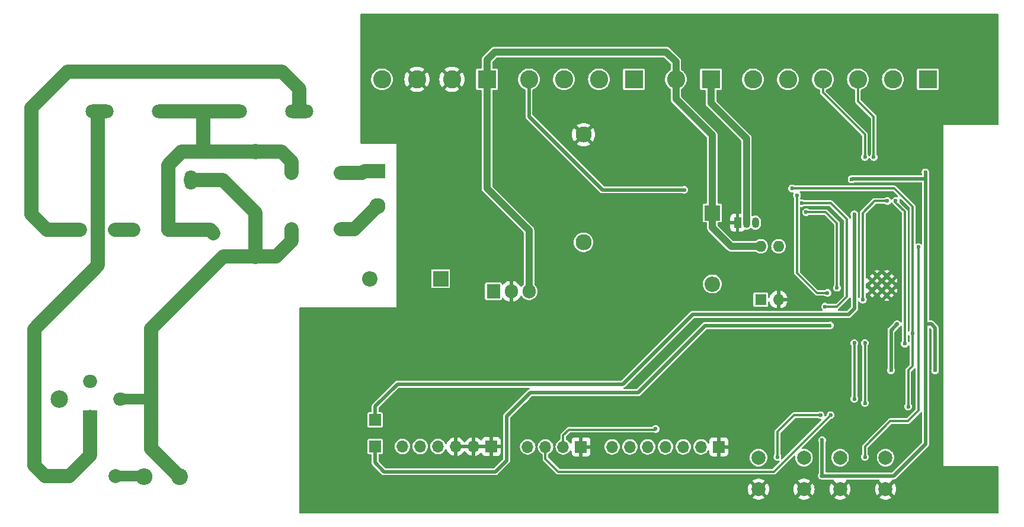
<source format=gbr>
%TF.GenerationSoftware,KiCad,Pcbnew,7.0.10*%
%TF.CreationDate,2024-06-13T10:18:46+07:00*%
%TF.ProjectId,board_dkth,626f6172-645f-4646-9b74-682e6b696361,rev?*%
%TF.SameCoordinates,Original*%
%TF.FileFunction,Copper,L2,Bot*%
%TF.FilePolarity,Positive*%
%FSLAX46Y46*%
G04 Gerber Fmt 4.6, Leading zero omitted, Abs format (unit mm)*
G04 Created by KiCad (PCBNEW 7.0.10) date 2024-06-13 10:18:46*
%MOMM*%
%LPD*%
G01*
G04 APERTURE LIST*
G04 Aperture macros list*
%AMOutline4P*
0 Free polygon, 4 corners , with rotation*
0 The origin of the aperture is its center*
0 number of corners: always 4*
0 $1 to $8 corner X, Y*
0 $9 Rotation angle, in degrees counterclockwise*
0 create outline with 4 corners*
4,1,4,$1,$2,$3,$4,$5,$6,$7,$8,$1,$2,$9*%
G04 Aperture macros list end*
%TA.AperFunction,ComponentPad*%
%ADD10R,2.600000X2.600000*%
%TD*%
%TA.AperFunction,ComponentPad*%
%ADD11C,2.600000*%
%TD*%
%TA.AperFunction,ComponentPad*%
%ADD12R,2.300000X2.000000*%
%TD*%
%TA.AperFunction,ComponentPad*%
%ADD13C,2.300000*%
%TD*%
%TA.AperFunction,ComponentPad*%
%ADD14C,1.600000*%
%TD*%
%TA.AperFunction,ComponentPad*%
%ADD15R,1.700000X1.700000*%
%TD*%
%TA.AperFunction,ComponentPad*%
%ADD16C,2.000000*%
%TD*%
%TA.AperFunction,ComponentPad*%
%ADD17R,1.050000X1.500000*%
%TD*%
%TA.AperFunction,ComponentPad*%
%ADD18O,1.050000X1.500000*%
%TD*%
%TA.AperFunction,ComponentPad*%
%ADD19O,1.700000X1.700000*%
%TD*%
%TA.AperFunction,HeatsinkPad*%
%ADD20C,0.600000*%
%TD*%
%TA.AperFunction,ComponentPad*%
%ADD21Outline4P,-0.750000X-0.750000X0.750000X-0.750000X0.750000X0.750000X-0.750000X0.750000X270.000000*%
%TD*%
%TA.AperFunction,ComponentPad*%
%ADD22C,1.500000*%
%TD*%
%TA.AperFunction,ComponentPad*%
%ADD23O,4.000000X2.000000*%
%TD*%
%TA.AperFunction,ComponentPad*%
%ADD24R,2.000000X1.905000*%
%TD*%
%TA.AperFunction,ComponentPad*%
%ADD25O,2.000000X1.905000*%
%TD*%
%TA.AperFunction,ComponentPad*%
%ADD26C,2.500000*%
%TD*%
%TA.AperFunction,ComponentPad*%
%ADD27R,1.600000X1.600000*%
%TD*%
%TA.AperFunction,ComponentPad*%
%ADD28O,1.600000X1.600000*%
%TD*%
%TA.AperFunction,ComponentPad*%
%ADD29R,2.200000X2.200000*%
%TD*%
%TA.AperFunction,ComponentPad*%
%ADD30O,2.200000X2.200000*%
%TD*%
%TA.AperFunction,ComponentPad*%
%ADD31C,2.200000*%
%TD*%
%TA.AperFunction,ComponentPad*%
%ADD32C,1.800000*%
%TD*%
%TA.AperFunction,ComponentPad*%
%ADD33O,1.800000X2.800000*%
%TD*%
%TA.AperFunction,ComponentPad*%
%ADD34C,2.400000*%
%TD*%
%TA.AperFunction,ComponentPad*%
%ADD35O,2.400000X2.400000*%
%TD*%
%TA.AperFunction,ComponentPad*%
%ADD36R,1.905000X2.000000*%
%TD*%
%TA.AperFunction,ComponentPad*%
%ADD37O,1.905000X2.000000*%
%TD*%
%TA.AperFunction,ViaPad*%
%ADD38C,0.600000*%
%TD*%
%TA.AperFunction,ViaPad*%
%ADD39C,1.000000*%
%TD*%
%TA.AperFunction,Conductor*%
%ADD40C,1.500000*%
%TD*%
%TA.AperFunction,Conductor*%
%ADD41C,0.750000*%
%TD*%
%TA.AperFunction,Conductor*%
%ADD42C,0.250000*%
%TD*%
%TA.AperFunction,Conductor*%
%ADD43C,0.500000*%
%TD*%
%TA.AperFunction,Conductor*%
%ADD44C,2.000000*%
%TD*%
%TA.AperFunction,Conductor*%
%ADD45C,0.300000*%
%TD*%
%TA.AperFunction,Conductor*%
%ADD46C,1.000000*%
%TD*%
G04 APERTURE END LIST*
D10*
%TO.P,J8,1,Pin_1*%
%TO.N,VP*%
X172300000Y-47000000D03*
D11*
%TO.P,J8,2,Pin_2*%
%TO.N,VN*%
X167300000Y-47000000D03*
%TO.P,J8,3,Pin_3*%
%TO.N,D32*%
X162300000Y-47000000D03*
%TO.P,J8,4,Pin_4*%
%TO.N,D33*%
X157300000Y-47000000D03*
%TO.P,J8,5,Pin_5*%
%TO.N,D22*%
X152300000Y-47000000D03*
%TO.P,J8,6,Pin_6*%
%TO.N,D21*%
X147300000Y-47000000D03*
%TD*%
D12*
%TO.P,PS1,1,AC/L*%
%TO.N,/triac+nguon/ACdet-*%
X93700000Y-60100000D03*
D13*
%TO.P,PS1,2,AC/N*%
%TO.N,/triac+nguon/ACdet+*%
X93700000Y-65100000D03*
%TO.P,PS1,3,-Vout*%
%TO.N,GND*%
X123100000Y-54900000D03*
%TO.P,PS1,4,+Vout*%
%TO.N,/triac+nguon/24V*%
X123100000Y-70300000D03*
%TD*%
D14*
%TO.P,C5,1*%
%TO.N,Earth*%
X58737500Y-68545000D03*
%TO.P,C5,2*%
%TO.N,/triac+nguon/NGUON-*%
X63737500Y-68545000D03*
%TD*%
D15*
%TO.P,J1,1,Pin_1*%
%TO.N,/esp32/phathien_diem0*%
X93325000Y-95700000D03*
%TD*%
D16*
%TO.P,C3,1*%
%TO.N,Net-(C3-Pad1)*%
X56200000Y-103775000D03*
%TO.P,C3,2*%
%TO.N,/triac+nguon/TRIAC2*%
X46200000Y-103775000D03*
%TD*%
D14*
%TO.P,C4,1*%
%TO.N,/NGUON+*%
X51137500Y-68545000D03*
%TO.P,C4,2*%
%TO.N,Earth*%
X56137500Y-68545000D03*
%TD*%
D17*
%TO.P,Q3,1,E*%
%TO.N,GND*%
X145100000Y-67500000D03*
D18*
%TO.P,Q3,2,C*%
%TO.N,Net-(D8-A)*%
X146370000Y-67500000D03*
%TO.P,Q3,3,B*%
%TO.N,Net-(Q3-B)*%
X147640000Y-67500000D03*
%TD*%
D15*
%TO.P,J7,1,Pin_1*%
%TO.N,GND*%
X122740000Y-99550000D03*
D19*
%TO.P,J7,2,Pin_2*%
%TO.N,/esp32/TX2*%
X120200000Y-99550000D03*
%TO.P,J7,3,Pin_3*%
%TO.N,/esp32/RX2*%
X117660000Y-99550000D03*
%TO.P,J7,4,Pin_4*%
%TO.N,+5V*%
X115120000Y-99550000D03*
%TD*%
D20*
%TO.P,U5,39,GND*%
%TO.N,GND*%
X166435000Y-75100000D03*
X165035000Y-75100000D03*
X167135000Y-75800000D03*
X165735000Y-75800000D03*
X164335000Y-75800000D03*
X166435000Y-76475000D03*
X165035000Y-76475000D03*
X167135000Y-77200000D03*
X165735000Y-77200000D03*
X164335000Y-77200000D03*
X166435000Y-77900000D03*
X165035000Y-77900000D03*
%TD*%
D21*
%TO.P,FL1,1,1*%
%TO.N,/triac+nguon/ACdet-*%
X88412500Y-60400000D03*
D22*
%TO.P,FL1,2,2*%
%TO.N,/triac+nguon/NGUON-*%
X81412500Y-60400000D03*
%TO.P,FL1,3,3*%
%TO.N,/triac+nguon/ACdet+*%
X88412500Y-68400000D03*
%TO.P,FL1,4,4*%
%TO.N,Line   *%
X81412500Y-68400000D03*
%TD*%
D15*
%TO.P,J2,1,Pin_1*%
%TO.N,/esp32/ESP_TRIAC2*%
X93325000Y-99475000D03*
%TD*%
D23*
%TO.P,J5,1,Pin_1*%
%TO.N,/NGUON+*%
X82465000Y-51600000D03*
%TO.P,J5,2,Pin_2*%
%TO.N,/triac+nguon/NGUON-*%
X72965000Y-51600000D03*
%TO.P,J5,3,Pin_3*%
X63465000Y-51600000D03*
%TO.P,J5,4,Pin_4*%
%TO.N,/triac+nguon/TRIAC2*%
X53965000Y-51600000D03*
%TD*%
D10*
%TO.P,J9,1,Pin_1*%
%TO.N,/max31865/FORCE+*%
X130300000Y-47000000D03*
D11*
%TO.P,J9,2,Pin_2*%
%TO.N,/max31865/RTDIN+*%
X125300000Y-47000000D03*
%TO.P,J9,3,Pin_3*%
%TO.N,/max31865/RTDIN-*%
X120300000Y-47000000D03*
%TO.P,J9,4,Pin_4*%
%TO.N,/max31865/FORCE-*%
X115300000Y-47000000D03*
%TD*%
D16*
%TO.P,SW2,1,1*%
%TO.N,GND*%
X166250000Y-105600000D03*
X159750000Y-105600000D03*
%TO.P,SW2,2,2*%
%TO.N,/esp32/ESP_RST*%
X166250000Y-101100000D03*
X159750000Y-101100000D03*
%TD*%
D24*
%TO.P,BTA16,1,A1*%
%TO.N,/triac+nguon/TRIAC2*%
X52600000Y-95255000D03*
D25*
%TO.P,BTA16,2,A2*%
%TO.N,Line   *%
X56955000Y-92735000D03*
%TO.P,BTA16,3,G*%
%TO.N,Net-(BTA16-G)*%
X52600000Y-90175000D03*
D26*
%TO.P,BTA16,4*%
%TO.N,N/C*%
X48155000Y-92735000D03*
%TD*%
D15*
%TO.P,J6,1,Pin_1*%
%TO.N,GND*%
X142420000Y-99550000D03*
D19*
%TO.P,J6,2,Pin_2*%
%TO.N,/esp32/ESP_RST*%
X139880000Y-99550000D03*
%TO.P,J6,3,Pin_3*%
%TO.N,/esp32/ESP_TX*%
X137340000Y-99550000D03*
%TO.P,J6,4,Pin_4*%
%TO.N,/esp32/ESP_RX*%
X134800000Y-99550000D03*
%TO.P,J6,5,Pin_5*%
%TO.N,/esp32/ESP_BOOT*%
X132260000Y-99550000D03*
%TO.P,J6,6,Pin_6*%
%TO.N,+3.3V*%
X129720000Y-99550000D03*
%TO.P,J6,7,Pin_7*%
%TO.N,+5V*%
X127180000Y-99550000D03*
%TD*%
D27*
%TO.P,U7,1*%
%TO.N,Net-(R27-Pad2)*%
X148425000Y-78500000D03*
D28*
%TO.P,U7,2*%
%TO.N,GND*%
X150965000Y-78500000D03*
%TO.P,U7,3*%
%TO.N,Net-(R28-Pad1)*%
X150965000Y-70880000D03*
%TO.P,U7,4*%
%TO.N,/max31865/12v*%
X148425000Y-70880000D03*
%TD*%
D15*
%TO.P,J4,1,Pin_1*%
%TO.N,GND*%
X109935000Y-99500000D03*
D19*
%TO.P,J4,2,Pin_2*%
X107395000Y-99500000D03*
%TO.P,J4,3,Pin_3*%
X104855000Y-99500000D03*
%TO.P,J4,4,Pin_4*%
%TO.N,+3.3V*%
X102315000Y-99500000D03*
%TO.P,J4,5,Pin_5*%
X99775000Y-99500000D03*
%TO.P,J4,6,Pin_6*%
X97235000Y-99500000D03*
%TD*%
D10*
%TO.P,J10,1,Pin_1*%
%TO.N,Net-(D8-A)*%
X141300000Y-47000000D03*
D11*
%TO.P,J10,2,Pin_2*%
%TO.N,/max31865/12v*%
X136300000Y-47000000D03*
%TD*%
D10*
%TO.P,J3,1,Pin_1*%
%TO.N,/triac+nguon/12v*%
X109300000Y-47000000D03*
D11*
%TO.P,J3,2,Pin_2*%
%TO.N,GND*%
X104300000Y-47000000D03*
%TO.P,J3,3,Pin_3*%
X99300000Y-47000000D03*
%TO.P,J3,4,Pin_4*%
%TO.N,/triac+nguon/24V*%
X94300000Y-47000000D03*
%TD*%
D29*
%TO.P,D4,1,K*%
%TO.N,Net-(D4-K)*%
X102680000Y-75500000D03*
D30*
%TO.P,D4,2,A*%
%TO.N,/triac+nguon/24V*%
X92520000Y-75500000D03*
%TD*%
D31*
%TO.P,C6,1*%
%TO.N,/triac+nguon/NGUON-*%
X76222500Y-57340000D03*
%TO.P,C6,2*%
%TO.N,Line   *%
X76222500Y-72340000D03*
%TD*%
D32*
%TO.P,RV1,1*%
%TO.N,/triac+nguon/NGUON-*%
X70237500Y-69020000D03*
%TO.P,RV1,2*%
%TO.N,Line   *%
X71637500Y-61520000D03*
%TD*%
D33*
%TO.P,F1_CH\u01AFACH\u1ECCN1,1*%
%TO.N,/NGUON+*%
X44212500Y-61430000D03*
%TO.P,F1_CH\u01AFACH\u1ECCN1,2*%
%TO.N,Line   *%
X66962500Y-61430000D03*
%TD*%
D29*
%TO.P,D8,1,K*%
%TO.N,/max31865/12v*%
X141500000Y-66100000D03*
D30*
%TO.P,D8,2,A*%
%TO.N,Net-(D8-A)*%
X141500000Y-76260000D03*
%TD*%
D16*
%TO.P,SW1,1,1*%
%TO.N,/esp32/ESP_BOOT*%
X148100000Y-101100000D03*
X154600000Y-101100000D03*
%TO.P,SW1,2,2*%
%TO.N,GND*%
X148100000Y-105600000D03*
X154600000Y-105600000D03*
%TD*%
D34*
%TO.P,R11,1*%
%TO.N,Line   *%
X65365000Y-103825000D03*
D35*
%TO.P,R11,2*%
%TO.N,Net-(C3-Pad1)*%
X60285000Y-103825000D03*
%TD*%
D36*
%TO.P,U6,1,VI*%
%TO.N,Net-(D4-K)*%
X110230000Y-77300000D03*
D37*
%TO.P,U6,2,GND*%
%TO.N,GND*%
X112770000Y-77300000D03*
%TO.P,U6,3,VO*%
%TO.N,/triac+nguon/12v*%
X115310000Y-77300000D03*
%TD*%
D38*
%TO.N,GND*%
X154600000Y-107700000D03*
X98675000Y-93625000D03*
X97150000Y-82825000D03*
X137425000Y-65125000D03*
X98500000Y-43325000D03*
X120500000Y-78500000D03*
X107175000Y-87825000D03*
X107975000Y-88625000D03*
X138225000Y-65100000D03*
X115375000Y-82925000D03*
X153800000Y-107700000D03*
X154300000Y-59000000D03*
X97150000Y-82025000D03*
X137725000Y-55200000D03*
X148100000Y-107500000D03*
X173900000Y-61200000D03*
X138175000Y-69875000D03*
X99650000Y-96900000D03*
X102700000Y-43425000D03*
X127125000Y-55025000D03*
X112300000Y-79525000D03*
X90750000Y-98200000D03*
X90750000Y-99000000D03*
X102700000Y-44225000D03*
X98675000Y-92825000D03*
X104400000Y-43425000D03*
X106375000Y-88625000D03*
X138525000Y-55200000D03*
X160800000Y-107700000D03*
X137725000Y-56000000D03*
X157300000Y-61300000D03*
X144225000Y-100700000D03*
X138175000Y-70675000D03*
X90750000Y-96500000D03*
X120075000Y-96400000D03*
X120075000Y-95625000D03*
X105200000Y-43425000D03*
X151800000Y-61100000D03*
X106950000Y-96925000D03*
X114575000Y-83725000D03*
X146700000Y-99500000D03*
X122000000Y-101300000D03*
X99475000Y-92825000D03*
X95450000Y-82025000D03*
X149100000Y-107600000D03*
X100375000Y-93625000D03*
X106375000Y-87825000D03*
X98850000Y-96125000D03*
X97700000Y-44125000D03*
X139425000Y-55200000D03*
X113100000Y-80300000D03*
X97950000Y-82800000D03*
X95450000Y-82825000D03*
X113100000Y-79525000D03*
X123500000Y-101300000D03*
X107175000Y-88600000D03*
X138525000Y-55975000D03*
X138125000Y-69025000D03*
X97150000Y-96125000D03*
X173100000Y-61200000D03*
X159750000Y-107650000D03*
X106950000Y-96125000D03*
X100200000Y-43325000D03*
X144200000Y-99600000D03*
X105200000Y-44200000D03*
X107975000Y-87825000D03*
X88150000Y-95700000D03*
X112300000Y-80325000D03*
X158600000Y-107700000D03*
X101175000Y-93600000D03*
X173000000Y-60300000D03*
X138925000Y-69000000D03*
X173900000Y-60300000D03*
X107750000Y-96125000D03*
X105250000Y-96925000D03*
X99650000Y-96125000D03*
X99475000Y-93600000D03*
X137425000Y-64325000D03*
X97150000Y-96925000D03*
X120500000Y-79300000D03*
X90750000Y-97300000D03*
X146900000Y-107500000D03*
X103500000Y-44200000D03*
X137400000Y-65900000D03*
X139425000Y-56000000D03*
X101175000Y-92825000D03*
X165300000Y-107800000D03*
X99400000Y-44125000D03*
X122800000Y-101300000D03*
X149900000Y-57300000D03*
X107750000Y-96900000D03*
X121300000Y-78500000D03*
X98500000Y-44100000D03*
X157500000Y-55300000D03*
X121300000Y-79275000D03*
X138125000Y-68225000D03*
X138925000Y-68225000D03*
X89050000Y-95700000D03*
X96250000Y-82800000D03*
X100200000Y-44100000D03*
X97950000Y-96125000D03*
X106050000Y-96125000D03*
X138975000Y-69875000D03*
X89850000Y-95700000D03*
X119275000Y-96425000D03*
X144200000Y-98600000D03*
X97950000Y-82025000D03*
X100375000Y-92825000D03*
X153300000Y-59900000D03*
X114575000Y-82925000D03*
X97700000Y-43325000D03*
X97950000Y-96900000D03*
X127925000Y-55000000D03*
X155200000Y-58100000D03*
X96250000Y-82025000D03*
X104400000Y-44225000D03*
X103500000Y-43425000D03*
X146700000Y-98600000D03*
X87350000Y-95700000D03*
X167300000Y-107900000D03*
X146700000Y-97900000D03*
X153300000Y-58100000D03*
X105250000Y-96125000D03*
X155100000Y-59800000D03*
X138975000Y-70650000D03*
X106050000Y-96900000D03*
X98850000Y-96925000D03*
X99400000Y-43325000D03*
D39*
X84825000Y-91900000D03*
D38*
X115375000Y-83700000D03*
X138225000Y-64325000D03*
X138200000Y-65900000D03*
X166200000Y-107900000D03*
X155600000Y-107700000D03*
X119275000Y-95625000D03*
%TO.N,+3.3V*%
X161400000Y-61300000D03*
X171960000Y-60300000D03*
X157200000Y-98600000D03*
X171960000Y-61200000D03*
X157200000Y-103700000D03*
X172000000Y-82000000D03*
X167025000Y-88600000D03*
X167900000Y-82000000D03*
X173325000Y-88600000D03*
%TO.N,/esp32/ESP_RST*%
X170950000Y-71000000D03*
X163300000Y-101000000D03*
%TO.N,/esp32/ESP_BOOT*%
X150800000Y-101000000D03*
X156950000Y-95000000D03*
%TO.N,/esp32/TX2*%
X133400000Y-97000000D03*
%TO.N,/esp32/RX2*%
X158400000Y-95000000D03*
%TO.N,/esp32/phathien_diem0*%
X161800000Y-66300000D03*
%TO.N,/esp32/ESP_TRIAC2*%
X158300000Y-82200000D03*
%TO.N,D33*%
X163300000Y-58100000D03*
%TO.N,D32*%
X164565000Y-58100000D03*
%TO.N,Net-(U9-~{CS})*%
X161800000Y-92700000D03*
X161800000Y-84700000D03*
X157600000Y-79500000D03*
X154250000Y-64700000D03*
%TO.N,Net-(U9-SCLK)*%
X163300000Y-93300000D03*
X157950000Y-77550000D03*
X153600000Y-63600000D03*
X163300000Y-84700000D03*
%TO.N,Net-(U9-SDI)*%
X170100000Y-83300000D03*
X169500000Y-93800000D03*
X152900000Y-62600000D03*
%TO.N,/max31865/FORCE-*%
X137500000Y-62800000D03*
%TO.N,/esp32/MAX31865.SDO*%
X154900000Y-66000000D03*
X159300000Y-76800000D03*
%TO.N,D22*%
X167700000Y-64400000D03*
X169000000Y-84800000D03*
%TO.N,D21*%
X166500000Y-64400000D03*
X163000000Y-78500000D03*
%TD*%
D40*
%TO.N,Net-(C3-Pad1)*%
X60235000Y-103775000D02*
X60285000Y-103825000D01*
X56200000Y-103775000D02*
X60235000Y-103775000D01*
D41*
%TO.N,GND*%
X143000000Y-83300000D02*
X130675000Y-95625000D01*
D42*
X149900000Y-57300000D02*
X149900000Y-60100000D01*
D43*
X84825000Y-91900000D02*
X84825000Y-93300000D01*
D42*
X149900000Y-60100000D02*
X150900000Y-61100000D01*
D41*
X165000000Y-80525000D02*
X162225000Y-83300000D01*
X130675000Y-95625000D02*
X119275000Y-95625000D01*
D42*
X150900000Y-61100000D02*
X151800000Y-61100000D01*
D41*
X165000000Y-77900000D02*
X165000000Y-80525000D01*
X162225000Y-83300000D02*
X143000000Y-83300000D01*
D44*
%TO.N,/NGUON+*%
X51137500Y-68545000D02*
X46450000Y-68545000D01*
X82465000Y-48365000D02*
X82465000Y-51600000D01*
X49400000Y-45900000D02*
X80000000Y-45900000D01*
X44212500Y-61430000D02*
X44212500Y-51087500D01*
X44212500Y-66307500D02*
X44212500Y-61430000D01*
X44212500Y-51087500D02*
X49400000Y-45900000D01*
X80000000Y-45900000D02*
X82465000Y-48365000D01*
X46450000Y-68545000D02*
X44212500Y-66307500D01*
%TO.N,Earth*%
X56137500Y-68545000D02*
X58737500Y-68545000D01*
D45*
%TO.N,+5V*%
X126700000Y-99565000D02*
X126685000Y-99550000D01*
%TO.N,+3.3V*%
X157100000Y-103700000D02*
X157200000Y-103600000D01*
D43*
X172000000Y-60340000D02*
X172000000Y-99125000D01*
X172000000Y-99125000D02*
X167425000Y-103700000D01*
X157200000Y-103600000D02*
X157200000Y-98600000D01*
X157100000Y-103700000D02*
X157200000Y-103700000D01*
X172800000Y-82000000D02*
X173325000Y-82525000D01*
X171960000Y-60300000D02*
X172000000Y-60340000D01*
X167025000Y-82875000D02*
X167025000Y-88600000D01*
X173325000Y-82525000D02*
X173325000Y-88600000D01*
X167900000Y-82000000D02*
X167025000Y-82875000D01*
X161500000Y-61200000D02*
X171960000Y-61200000D01*
X161400000Y-61300000D02*
X161500000Y-61200000D01*
X167425000Y-103700000D02*
X157200000Y-103700000D01*
X172000000Y-82000000D02*
X172800000Y-82000000D01*
D44*
%TO.N,Line   *%
X66962500Y-61430000D02*
X71547500Y-61430000D01*
X71660000Y-72340000D02*
X61360000Y-82640000D01*
D40*
X56955000Y-92735000D02*
X61320000Y-92735000D01*
D44*
X76187500Y-72305000D02*
X76222500Y-72340000D01*
X76187500Y-66070000D02*
X76187500Y-72305000D01*
X79217500Y-72340000D02*
X81412500Y-70145000D01*
X71547500Y-61430000D02*
X71637500Y-61520000D01*
X71637500Y-61520000D02*
X76187500Y-66070000D01*
X61360000Y-92775000D02*
X61360000Y-99820000D01*
X76222500Y-72340000D02*
X71660000Y-72340000D01*
X61360000Y-99820000D02*
X65365000Y-103825000D01*
X76222500Y-72340000D02*
X79217500Y-72340000D01*
D40*
X61320000Y-92735000D02*
X61360000Y-92775000D01*
D44*
X81412500Y-70145000D02*
X81412500Y-68400000D01*
X61360000Y-82640000D02*
X61360000Y-92775000D01*
D45*
%TO.N,/esp32/ESP_RST*%
X163300000Y-99500000D02*
X166925000Y-95875000D01*
X169425000Y-95875000D02*
X170950000Y-94350000D01*
X163300000Y-101000000D02*
X163300000Y-99500000D01*
X170950000Y-94350000D02*
X170950000Y-71000000D01*
X166925000Y-95875000D02*
X169425000Y-95875000D01*
%TO.N,/esp32/ESP_BOOT*%
X153200000Y-95000000D02*
X150800000Y-97400000D01*
X150800000Y-97400000D02*
X150800000Y-101000000D01*
X150850000Y-100950000D02*
X150800000Y-101000000D01*
X156950000Y-95000000D02*
X153200000Y-95000000D01*
%TO.N,/esp32/TX2*%
X121000000Y-97100000D02*
X120200000Y-97900000D01*
X133400000Y-97000000D02*
X133300000Y-97100000D01*
X133300000Y-97100000D02*
X121000000Y-97100000D01*
X120200000Y-97900000D02*
X120200000Y-99550000D01*
%TO.N,/esp32/RX2*%
X119500000Y-103100000D02*
X117660000Y-101260000D01*
X117660000Y-101260000D02*
X117660000Y-99550000D01*
X158400000Y-95000000D02*
X150300000Y-103100000D01*
X150300000Y-103100000D02*
X119500000Y-103100000D01*
D43*
%TO.N,/esp32/phathien_diem0*%
X161800000Y-66300000D02*
X161800000Y-79800000D01*
X161800000Y-79800000D02*
X161000000Y-80600000D01*
X93325000Y-93775000D02*
X93325000Y-95700000D01*
X138700000Y-80600000D02*
X128700000Y-90600000D01*
X161000000Y-80600000D02*
X138700000Y-80600000D01*
X96500000Y-90600000D02*
X93325000Y-93775000D01*
X128700000Y-90600000D02*
X96500000Y-90600000D01*
%TO.N,/esp32/ESP_TRIAC2*%
X94600000Y-103100000D02*
X93325000Y-101825000D01*
X130900000Y-91800000D02*
X115500000Y-91800000D01*
X158300000Y-82200000D02*
X140500000Y-82200000D01*
X115500000Y-91800000D02*
X112100000Y-95200000D01*
X112100000Y-95200000D02*
X112100000Y-101500000D01*
X110500000Y-103100000D02*
X94600000Y-103100000D01*
X140500000Y-82200000D02*
X130900000Y-91800000D01*
X93325000Y-101825000D02*
X93325000Y-99475000D01*
X112100000Y-101500000D02*
X110500000Y-103100000D01*
D45*
%TO.N,D33*%
X163300000Y-58100000D02*
X163300000Y-54900000D01*
X157300000Y-48900000D02*
X157300000Y-47000000D01*
X163300000Y-54900000D02*
X157300000Y-48900000D01*
%TO.N,D32*%
X164565000Y-58100000D02*
X164565000Y-52365000D01*
X164565000Y-52365000D02*
X162300000Y-50100000D01*
X162300000Y-50100000D02*
X162300000Y-47000000D01*
D46*
%TO.N,/triac+nguon/12v*%
X136300000Y-47000000D02*
X136300000Y-49800000D01*
X136300000Y-49800000D02*
X141500000Y-55000000D01*
X136300000Y-47000000D02*
X136300000Y-44500000D01*
X141500000Y-68200000D02*
X141500000Y-66100000D01*
X148425000Y-70880000D02*
X144180000Y-70880000D01*
X110400000Y-43100000D02*
X109300000Y-44200000D01*
X115310000Y-68590000D02*
X109300000Y-62580000D01*
X144180000Y-70880000D02*
X141500000Y-68200000D01*
X109300000Y-44200000D02*
X109300000Y-47000000D01*
X141500000Y-55000000D02*
X141500000Y-66100000D01*
X109300000Y-62580000D02*
X109300000Y-47000000D01*
X115310000Y-77300000D02*
X115310000Y-68590000D01*
X134900000Y-43100000D02*
X110400000Y-43100000D01*
X136300000Y-44500000D02*
X134900000Y-43100000D01*
D44*
%TO.N,/triac+nguon/NGUON-*%
X81412500Y-58795000D02*
X81412500Y-60400000D01*
X76222500Y-57340000D02*
X79957500Y-57340000D01*
X63737500Y-68545000D02*
X69762500Y-68545000D01*
X72965000Y-51600000D02*
X68800000Y-51600000D01*
X79957500Y-57340000D02*
X81412500Y-58795000D01*
X65642500Y-57340000D02*
X63737500Y-59245000D01*
X68800000Y-51600000D02*
X64100000Y-51600000D01*
X63737500Y-59245000D02*
X63737500Y-68545000D01*
X68800000Y-57240000D02*
X68900000Y-57340000D01*
X69762500Y-68545000D02*
X70237500Y-69020000D01*
X68900000Y-57340000D02*
X65642500Y-57340000D01*
X68800000Y-51600000D02*
X68800000Y-57240000D01*
X76222500Y-57340000D02*
X68900000Y-57340000D01*
%TO.N,/triac+nguon/ACdet-*%
X88412500Y-60400000D02*
X91500000Y-60400000D01*
X91800000Y-60100000D02*
X93700000Y-60100000D01*
X91500000Y-60400000D02*
X91800000Y-60100000D01*
%TO.N,/triac+nguon/ACdet+*%
X90400000Y-68400000D02*
X93700000Y-65100000D01*
X88412500Y-68400000D02*
X90400000Y-68400000D01*
%TO.N,/triac+nguon/TRIAC2*%
X44600000Y-102175000D02*
X46200000Y-103775000D01*
X52600000Y-100787500D02*
X52600000Y-95255000D01*
X49612500Y-103775000D02*
X52600000Y-100787500D01*
X53700000Y-73600000D02*
X44600000Y-82700000D01*
X46200000Y-103775000D02*
X49612500Y-103775000D01*
X44600000Y-82700000D02*
X44600000Y-102175000D01*
X53700000Y-51900000D02*
X53700000Y-73600000D01*
D45*
%TO.N,Net-(U9-~{CS})*%
X161800000Y-84700000D02*
X161800000Y-92700000D01*
X159300000Y-79500000D02*
X160700000Y-78100000D01*
X158400000Y-64700000D02*
X154250000Y-64700000D01*
X160700000Y-78100000D02*
X160700000Y-67000000D01*
X157600000Y-79500000D02*
X159300000Y-79500000D01*
X160700000Y-67000000D02*
X158400000Y-64700000D01*
%TO.N,Net-(U9-SCLK)*%
X156450000Y-77550000D02*
X153600000Y-74700000D01*
X157950000Y-77550000D02*
X156450000Y-77550000D01*
X163300000Y-84700000D02*
X163300000Y-93300000D01*
X153600000Y-74700000D02*
X153600000Y-63600000D01*
%TO.N,Net-(U9-SDI)*%
X170100000Y-88000000D02*
X170100000Y-83300000D01*
X170100000Y-65200000D02*
X167500000Y-62600000D01*
X167500000Y-62600000D02*
X152900000Y-62600000D01*
X169500000Y-93800000D02*
X169500000Y-88600000D01*
X169500000Y-88600000D02*
X170100000Y-88000000D01*
X170100000Y-83300000D02*
X170100000Y-65200000D01*
D43*
%TO.N,/max31865/FORCE-*%
X125800000Y-62800000D02*
X115300000Y-52300000D01*
X137500000Y-62800000D02*
X125800000Y-62800000D01*
X115300000Y-52300000D02*
X115300000Y-47000000D01*
D45*
%TO.N,/esp32/MAX31865.SDO*%
X159300000Y-67600000D02*
X157700000Y-66000000D01*
X157700000Y-66000000D02*
X154900000Y-66000000D01*
X159300000Y-76800000D02*
X159300000Y-67600000D01*
D46*
%TO.N,Net-(D8-A)*%
X141300000Y-47000000D02*
X141300000Y-50400000D01*
X146370000Y-55470000D02*
X146370000Y-67500000D01*
X141300000Y-50400000D02*
X146370000Y-55470000D01*
D45*
%TO.N,D22*%
X167700000Y-64600000D02*
X169000000Y-65900000D01*
X169000000Y-65900000D02*
X169000000Y-84800000D01*
X167700000Y-64400000D02*
X167700000Y-64600000D01*
%TO.N,D21*%
X163000000Y-66100000D02*
X163000000Y-78500000D01*
X164700000Y-64400000D02*
X163000000Y-66100000D01*
X166500000Y-64400000D02*
X164700000Y-64400000D01*
%TD*%
%TA.AperFunction,Conductor*%
%TO.N,GND*%
G36*
X106935507Y-99290156D02*
G01*
X106895000Y-99428111D01*
X106895000Y-99571889D01*
X106935507Y-99709844D01*
X106961314Y-99750000D01*
X105288686Y-99750000D01*
X105314493Y-99709844D01*
X105355000Y-99571889D01*
X105355000Y-99428111D01*
X105314493Y-99290156D01*
X105288686Y-99250000D01*
X106961314Y-99250000D01*
X106935507Y-99290156D01*
G37*
%TD.AperFunction*%
%TA.AperFunction,Conductor*%
G36*
X109475507Y-99290156D02*
G01*
X109435000Y-99428111D01*
X109435000Y-99571889D01*
X109475507Y-99709844D01*
X109501314Y-99750000D01*
X107828686Y-99750000D01*
X107854493Y-99709844D01*
X107895000Y-99571889D01*
X107895000Y-99428111D01*
X107854493Y-99290156D01*
X107828686Y-99250000D01*
X109501314Y-99250000D01*
X109475507Y-99290156D01*
G37*
%TD.AperFunction*%
%TA.AperFunction,Conductor*%
G36*
X182275518Y-37600481D02*
G01*
X182342554Y-37620175D01*
X182388302Y-37672986D01*
X182399500Y-37724481D01*
X182399500Y-53376000D01*
X182379815Y-53443039D01*
X182327011Y-53488794D01*
X182275500Y-53500000D01*
X174500000Y-53500000D01*
X174500000Y-102300000D01*
X182275500Y-102300000D01*
X182342539Y-102319685D01*
X182388294Y-102372489D01*
X182399500Y-102424000D01*
X182399500Y-108945500D01*
X182379815Y-109012539D01*
X182327011Y-109058294D01*
X182275500Y-109069500D01*
X82624000Y-109069500D01*
X82556961Y-109049815D01*
X82511206Y-108997011D01*
X82500000Y-108945500D01*
X82500000Y-105600005D01*
X146594859Y-105600005D01*
X146615385Y-105847729D01*
X146615387Y-105847738D01*
X146676412Y-106088717D01*
X146776266Y-106316364D01*
X146876564Y-106469882D01*
X147574070Y-105772376D01*
X147576884Y-105785915D01*
X147646442Y-105920156D01*
X147749638Y-106030652D01*
X147878819Y-106109209D01*
X147930002Y-106123549D01*
X147229942Y-106823609D01*
X147276768Y-106860055D01*
X147276770Y-106860056D01*
X147495385Y-106978364D01*
X147495396Y-106978369D01*
X147730506Y-107059083D01*
X147975707Y-107100000D01*
X148224293Y-107100000D01*
X148469493Y-107059083D01*
X148704603Y-106978369D01*
X148704614Y-106978364D01*
X148923228Y-106860057D01*
X148923231Y-106860055D01*
X148970056Y-106823609D01*
X148271568Y-106125121D01*
X148388458Y-106074349D01*
X148505739Y-105978934D01*
X148592928Y-105855415D01*
X148623354Y-105769802D01*
X149323434Y-106469882D01*
X149423731Y-106316369D01*
X149523587Y-106088717D01*
X149584612Y-105847738D01*
X149584614Y-105847729D01*
X149605141Y-105600005D01*
X153094859Y-105600005D01*
X153115385Y-105847729D01*
X153115387Y-105847738D01*
X153176412Y-106088717D01*
X153276266Y-106316364D01*
X153376564Y-106469882D01*
X154074070Y-105772376D01*
X154076884Y-105785915D01*
X154146442Y-105920156D01*
X154249638Y-106030652D01*
X154378819Y-106109209D01*
X154430002Y-106123549D01*
X153729942Y-106823609D01*
X153776768Y-106860055D01*
X153776770Y-106860056D01*
X153995385Y-106978364D01*
X153995396Y-106978369D01*
X154230506Y-107059083D01*
X154475707Y-107100000D01*
X154724293Y-107100000D01*
X154969493Y-107059083D01*
X155204603Y-106978369D01*
X155204614Y-106978364D01*
X155423228Y-106860057D01*
X155423231Y-106860055D01*
X155470056Y-106823609D01*
X154771568Y-106125121D01*
X154888458Y-106074349D01*
X155005739Y-105978934D01*
X155092928Y-105855415D01*
X155123354Y-105769802D01*
X155823434Y-106469882D01*
X155923731Y-106316369D01*
X156023587Y-106088717D01*
X156084612Y-105847738D01*
X156084614Y-105847729D01*
X156105141Y-105600005D01*
X156105141Y-105599994D01*
X156084614Y-105352270D01*
X156084612Y-105352261D01*
X156023587Y-105111282D01*
X155923731Y-104883630D01*
X155823434Y-104730116D01*
X155125929Y-105427622D01*
X155123116Y-105414085D01*
X155053558Y-105279844D01*
X154950362Y-105169348D01*
X154821181Y-105090791D01*
X154769997Y-105076450D01*
X155470057Y-104376390D01*
X155470056Y-104376389D01*
X155423229Y-104339943D01*
X155204614Y-104221635D01*
X155204603Y-104221630D01*
X154969493Y-104140916D01*
X154724293Y-104100000D01*
X154475707Y-104100000D01*
X154230506Y-104140916D01*
X153995396Y-104221630D01*
X153995390Y-104221632D01*
X153776761Y-104339949D01*
X153729942Y-104376388D01*
X153729942Y-104376390D01*
X154428431Y-105074878D01*
X154311542Y-105125651D01*
X154194261Y-105221066D01*
X154107072Y-105344585D01*
X154076645Y-105430197D01*
X153376564Y-104730116D01*
X153276267Y-104883632D01*
X153176412Y-105111282D01*
X153115387Y-105352261D01*
X153115385Y-105352270D01*
X153094859Y-105599994D01*
X153094859Y-105600005D01*
X149605141Y-105600005D01*
X149605141Y-105599994D01*
X149584614Y-105352270D01*
X149584612Y-105352261D01*
X149523587Y-105111282D01*
X149423731Y-104883630D01*
X149323434Y-104730116D01*
X148625929Y-105427622D01*
X148623116Y-105414085D01*
X148553558Y-105279844D01*
X148450362Y-105169348D01*
X148321181Y-105090791D01*
X148269997Y-105076450D01*
X148970057Y-104376390D01*
X148970056Y-104376389D01*
X148923229Y-104339943D01*
X148704614Y-104221635D01*
X148704603Y-104221630D01*
X148469493Y-104140916D01*
X148224293Y-104100000D01*
X147975707Y-104100000D01*
X147730506Y-104140916D01*
X147495396Y-104221630D01*
X147495390Y-104221632D01*
X147276761Y-104339949D01*
X147229942Y-104376388D01*
X147229942Y-104376390D01*
X147928431Y-105074878D01*
X147811542Y-105125651D01*
X147694261Y-105221066D01*
X147607072Y-105344585D01*
X147576645Y-105430197D01*
X146876564Y-104730116D01*
X146776267Y-104883632D01*
X146676412Y-105111282D01*
X146615387Y-105352261D01*
X146615385Y-105352270D01*
X146594859Y-105599994D01*
X146594859Y-105600005D01*
X82500000Y-105600005D01*
X82500000Y-100349678D01*
X92224500Y-100349678D01*
X92239032Y-100422735D01*
X92239033Y-100422739D01*
X92245209Y-100431982D01*
X92294399Y-100505601D01*
X92344900Y-100539344D01*
X92377260Y-100560966D01*
X92377264Y-100560967D01*
X92450321Y-100575499D01*
X92450324Y-100575500D01*
X92450326Y-100575500D01*
X92700500Y-100575500D01*
X92767539Y-100595185D01*
X92813294Y-100647989D01*
X92824500Y-100699500D01*
X92824500Y-101757858D01*
X92821667Y-101784206D01*
X92820641Y-101788927D01*
X92820641Y-101788929D01*
X92820641Y-101788930D01*
X92824184Y-101838461D01*
X92824500Y-101847308D01*
X92824500Y-101860797D01*
X92826420Y-101874154D01*
X92827365Y-101882946D01*
X92830909Y-101932486D01*
X92832593Y-101937000D01*
X92839148Y-101962682D01*
X92839834Y-101967455D01*
X92860457Y-102012612D01*
X92863845Y-102020790D01*
X92881203Y-102067329D01*
X92884096Y-102071194D01*
X92897617Y-102093983D01*
X92899619Y-102098367D01*
X92899622Y-102098372D01*
X92899623Y-102098373D01*
X92932144Y-102135904D01*
X92937688Y-102142785D01*
X92945779Y-102153593D01*
X92955333Y-102163147D01*
X92961353Y-102169614D01*
X92993872Y-102207143D01*
X92993874Y-102207145D01*
X92997928Y-102209750D01*
X93018571Y-102226385D01*
X94198614Y-103406427D01*
X94215250Y-103427071D01*
X94217857Y-103431128D01*
X94255390Y-103463650D01*
X94261869Y-103469683D01*
X94271396Y-103479210D01*
X94271403Y-103479216D01*
X94271407Y-103479220D01*
X94271410Y-103479222D01*
X94271411Y-103479223D01*
X94282198Y-103487298D01*
X94289091Y-103492853D01*
X94326622Y-103525374D01*
X94326624Y-103525375D01*
X94326625Y-103525375D01*
X94326627Y-103525377D01*
X94331010Y-103527379D01*
X94353807Y-103540905D01*
X94357669Y-103543796D01*
X94404212Y-103561155D01*
X94412360Y-103564530D01*
X94439673Y-103577004D01*
X94457540Y-103585164D01*
X94457541Y-103585164D01*
X94457543Y-103585165D01*
X94462312Y-103585850D01*
X94488002Y-103592407D01*
X94492517Y-103594091D01*
X94542049Y-103597633D01*
X94550843Y-103598579D01*
X94564201Y-103600500D01*
X94577692Y-103600500D01*
X94586538Y-103600815D01*
X94636073Y-103604359D01*
X94640785Y-103603334D01*
X94667143Y-103600500D01*
X110432857Y-103600500D01*
X110459215Y-103603334D01*
X110463927Y-103604359D01*
X110513461Y-103600815D01*
X110522308Y-103600500D01*
X110535799Y-103600500D01*
X110549156Y-103598579D01*
X110557951Y-103597633D01*
X110607483Y-103594091D01*
X110611992Y-103592408D01*
X110637685Y-103585850D01*
X110642457Y-103585165D01*
X110687637Y-103564530D01*
X110695801Y-103561149D01*
X110742331Y-103543796D01*
X110746189Y-103540907D01*
X110768995Y-103527375D01*
X110773373Y-103525377D01*
X110810907Y-103492853D01*
X110817778Y-103487316D01*
X110828593Y-103479221D01*
X110838155Y-103469658D01*
X110844609Y-103463650D01*
X110882143Y-103431128D01*
X110884751Y-103427068D01*
X110901381Y-103406431D01*
X112406431Y-101901381D01*
X112427068Y-101884751D01*
X112431128Y-101882143D01*
X112463653Y-101844605D01*
X112469658Y-101838155D01*
X112479221Y-101828593D01*
X112487316Y-101817778D01*
X112492859Y-101810899D01*
X112525377Y-101773373D01*
X112527375Y-101768995D01*
X112540907Y-101746189D01*
X112543796Y-101742331D01*
X112561149Y-101695801D01*
X112564534Y-101687630D01*
X112585165Y-101642457D01*
X112585850Y-101637685D01*
X112592409Y-101611992D01*
X112593609Y-101608774D01*
X112594091Y-101607483D01*
X112597633Y-101557951D01*
X112598580Y-101549148D01*
X112600500Y-101535799D01*
X112600500Y-101522308D01*
X112600816Y-101513461D01*
X112601897Y-101498342D01*
X112604359Y-101463927D01*
X112603332Y-101459206D01*
X112600500Y-101432858D01*
X112600500Y-99550000D01*
X114014785Y-99550000D01*
X114033602Y-99753082D01*
X114089417Y-99949247D01*
X114089422Y-99949260D01*
X114180327Y-100131821D01*
X114303237Y-100294581D01*
X114453958Y-100431980D01*
X114453960Y-100431982D01*
X114546604Y-100489344D01*
X114627363Y-100539348D01*
X114817544Y-100613024D01*
X115018024Y-100650500D01*
X115018026Y-100650500D01*
X115221974Y-100650500D01*
X115221976Y-100650500D01*
X115422456Y-100613024D01*
X115612637Y-100539348D01*
X115786041Y-100431981D01*
X115936764Y-100294579D01*
X116059673Y-100131821D01*
X116150582Y-99949250D01*
X116206397Y-99753083D01*
X116225215Y-99550000D01*
X116554785Y-99550000D01*
X116573602Y-99753082D01*
X116629417Y-99949247D01*
X116629422Y-99949260D01*
X116720327Y-100131821D01*
X116843237Y-100294581D01*
X116993958Y-100431980D01*
X116993960Y-100431982D01*
X117086604Y-100489344D01*
X117167363Y-100539348D01*
X117180290Y-100544356D01*
X117235691Y-100586924D01*
X117259285Y-100652689D01*
X117259500Y-100659983D01*
X117259500Y-101323429D01*
X117259501Y-101323439D01*
X117266346Y-101344507D01*
X117270887Y-101363418D01*
X117274354Y-101385304D01*
X117274355Y-101385307D01*
X117284412Y-101405045D01*
X117291857Y-101423018D01*
X117298704Y-101444090D01*
X117311726Y-101462014D01*
X117321890Y-101478600D01*
X117331949Y-101498340D01*
X117331950Y-101498342D01*
X117351390Y-101517782D01*
X117351419Y-101517813D01*
X119243413Y-103409807D01*
X119243433Y-103409825D01*
X119261656Y-103428049D01*
X119281394Y-103438106D01*
X119297982Y-103448271D01*
X119315910Y-103461296D01*
X119336979Y-103468141D01*
X119354958Y-103475588D01*
X119374696Y-103485646D01*
X119396578Y-103489111D01*
X119415491Y-103493652D01*
X119436567Y-103500500D01*
X119436568Y-103500500D01*
X150363431Y-103500500D01*
X150363433Y-103500500D01*
X150384501Y-103493654D01*
X150403417Y-103489112D01*
X150425304Y-103485646D01*
X150445044Y-103475586D01*
X150463011Y-103468144D01*
X150484090Y-103461296D01*
X150502026Y-103448263D01*
X150518588Y-103438114D01*
X150538342Y-103428050D01*
X150553834Y-103412557D01*
X150553841Y-103412552D01*
X150890893Y-103075500D01*
X153149683Y-100816708D01*
X153211004Y-100783225D01*
X153280696Y-100788209D01*
X153336629Y-100830081D01*
X153361046Y-100895545D01*
X153360890Y-100915198D01*
X153344723Y-101099997D01*
X153344723Y-101100000D01*
X153361580Y-101292686D01*
X153363793Y-101317975D01*
X153363793Y-101317979D01*
X153420422Y-101529322D01*
X153420424Y-101529326D01*
X153420425Y-101529330D01*
X153432512Y-101555250D01*
X153512897Y-101727638D01*
X153512898Y-101727639D01*
X153638402Y-101906877D01*
X153793123Y-102061598D01*
X153972361Y-102187102D01*
X154170670Y-102279575D01*
X154382023Y-102336207D01*
X154564926Y-102352208D01*
X154599998Y-102355277D01*
X154600000Y-102355277D01*
X154600002Y-102355277D01*
X154628254Y-102352805D01*
X154817977Y-102336207D01*
X155029330Y-102279575D01*
X155227639Y-102187102D01*
X155406877Y-102061598D01*
X155561598Y-101906877D01*
X155687102Y-101727639D01*
X155779575Y-101529330D01*
X155836207Y-101317977D01*
X155855277Y-101100000D01*
X155854761Y-101094107D01*
X155846528Y-100999999D01*
X155836207Y-100882023D01*
X155779575Y-100670670D01*
X155687102Y-100472362D01*
X155687100Y-100472359D01*
X155687099Y-100472357D01*
X155561599Y-100293124D01*
X155513054Y-100244579D01*
X155406877Y-100138402D01*
X155227639Y-100012898D01*
X155227640Y-100012898D01*
X155227638Y-100012897D01*
X155121672Y-99963485D01*
X155029330Y-99920425D01*
X155029326Y-99920424D01*
X155029322Y-99920422D01*
X154817977Y-99863793D01*
X154600002Y-99844723D01*
X154599998Y-99844723D01*
X154415198Y-99860890D01*
X154346698Y-99847123D01*
X154296515Y-99798508D01*
X154280582Y-99730479D01*
X154303958Y-99664635D01*
X154316704Y-99649687D01*
X158383070Y-95583321D01*
X158444391Y-95549838D01*
X158454545Y-95548068D01*
X158543709Y-95536330D01*
X158677625Y-95480861D01*
X158792621Y-95392621D01*
X158880861Y-95277625D01*
X158936330Y-95143709D01*
X158955250Y-95000000D01*
X158953560Y-94987167D01*
X158945590Y-94926627D01*
X158936330Y-94856291D01*
X158880861Y-94722375D01*
X158792621Y-94607379D01*
X158677625Y-94519139D01*
X158677624Y-94519138D01*
X158677622Y-94519137D01*
X158543712Y-94463671D01*
X158543710Y-94463670D01*
X158543709Y-94463670D01*
X158471854Y-94454210D01*
X158400001Y-94444750D01*
X158399999Y-94444750D01*
X158256291Y-94463670D01*
X158256287Y-94463671D01*
X158122377Y-94519137D01*
X158007379Y-94607379D01*
X157919137Y-94722377D01*
X157863670Y-94856289D01*
X157851933Y-94945436D01*
X157823666Y-95009332D01*
X157816675Y-95016930D01*
X157713767Y-95119838D01*
X157652444Y-95153323D01*
X157582752Y-95148339D01*
X157526819Y-95106467D01*
X157502402Y-95041003D01*
X157503146Y-95015974D01*
X157505250Y-95000000D01*
X157486330Y-94856291D01*
X157430861Y-94722375D01*
X157342621Y-94607379D01*
X157227625Y-94519139D01*
X157227624Y-94519138D01*
X157227622Y-94519137D01*
X157093712Y-94463671D01*
X157093710Y-94463670D01*
X157093709Y-94463670D01*
X157021854Y-94454210D01*
X156950001Y-94444750D01*
X156949999Y-94444750D01*
X156806291Y-94463670D01*
X156806287Y-94463671D01*
X156672376Y-94519138D01*
X156672374Y-94519139D01*
X156601040Y-94573876D01*
X156535871Y-94599070D01*
X156525554Y-94599500D01*
X153263433Y-94599500D01*
X153136567Y-94599500D01*
X153118625Y-94605328D01*
X153115491Y-94606347D01*
X153096587Y-94610885D01*
X153074696Y-94614353D01*
X153054956Y-94624411D01*
X153036987Y-94631854D01*
X153015912Y-94638702D01*
X153015911Y-94638702D01*
X152997981Y-94651729D01*
X152981397Y-94661891D01*
X152961660Y-94671947D01*
X152950376Y-94683231D01*
X152939094Y-94694513D01*
X152939093Y-94694513D01*
X150494513Y-97139093D01*
X150494513Y-97139094D01*
X150483231Y-97150376D01*
X150471948Y-97161659D01*
X150471948Y-97161660D01*
X150461891Y-97181397D01*
X150451731Y-97197977D01*
X150438706Y-97215905D01*
X150438703Y-97215910D01*
X150431854Y-97236988D01*
X150424413Y-97254952D01*
X150414354Y-97274695D01*
X150410887Y-97296582D01*
X150406347Y-97315491D01*
X150399500Y-97336567D01*
X150399500Y-100575553D01*
X150379815Y-100642592D01*
X150373876Y-100651039D01*
X150319139Y-100722374D01*
X150319138Y-100722376D01*
X150263671Y-100856287D01*
X150263670Y-100856291D01*
X150244750Y-101000000D01*
X150257915Y-101100000D01*
X150263670Y-101143708D01*
X150263671Y-101143712D01*
X150319137Y-101277622D01*
X150319138Y-101277624D01*
X150319139Y-101277625D01*
X150407379Y-101392621D01*
X150522375Y-101480861D01*
X150656291Y-101536330D01*
X150783280Y-101553048D01*
X150799999Y-101555250D01*
X150800000Y-101555250D01*
X150800001Y-101555250D01*
X150849865Y-101548685D01*
X150943709Y-101536330D01*
X150971353Y-101524879D01*
X151040818Y-101517411D01*
X151103298Y-101548685D01*
X151138951Y-101608774D01*
X151136458Y-101678599D01*
X151106484Y-101727122D01*
X150170426Y-102663181D01*
X150109103Y-102696666D01*
X150082745Y-102699500D01*
X119717255Y-102699500D01*
X119650216Y-102679815D01*
X119629574Y-102663181D01*
X118096819Y-101130426D01*
X118080205Y-101100000D01*
X146844723Y-101100000D01*
X146861580Y-101292686D01*
X146863793Y-101317975D01*
X146863793Y-101317979D01*
X146920422Y-101529322D01*
X146920424Y-101529326D01*
X146920425Y-101529330D01*
X146932512Y-101555250D01*
X147012897Y-101727638D01*
X147012898Y-101727639D01*
X147138402Y-101906877D01*
X147293123Y-102061598D01*
X147472361Y-102187102D01*
X147670670Y-102279575D01*
X147882023Y-102336207D01*
X148064926Y-102352208D01*
X148099998Y-102355277D01*
X148100000Y-102355277D01*
X148100002Y-102355277D01*
X148128254Y-102352805D01*
X148317977Y-102336207D01*
X148529330Y-102279575D01*
X148727639Y-102187102D01*
X148906877Y-102061598D01*
X149061598Y-101906877D01*
X149187102Y-101727639D01*
X149279575Y-101529330D01*
X149336207Y-101317977D01*
X149355277Y-101100000D01*
X149354761Y-101094107D01*
X149346528Y-100999999D01*
X149336207Y-100882023D01*
X149279575Y-100670670D01*
X149187102Y-100472362D01*
X149187100Y-100472359D01*
X149187099Y-100472357D01*
X149061599Y-100293124D01*
X149013054Y-100244579D01*
X148906877Y-100138402D01*
X148727639Y-100012898D01*
X148727640Y-100012898D01*
X148727638Y-100012897D01*
X148621672Y-99963485D01*
X148529330Y-99920425D01*
X148529326Y-99920424D01*
X148529322Y-99920422D01*
X148317977Y-99863793D01*
X148100002Y-99844723D01*
X148099998Y-99844723D01*
X147954682Y-99857436D01*
X147882023Y-99863793D01*
X147882020Y-99863793D01*
X147670677Y-99920422D01*
X147670668Y-99920426D01*
X147472361Y-100012898D01*
X147472357Y-100012900D01*
X147293121Y-100138402D01*
X147138402Y-100293121D01*
X147012900Y-100472357D01*
X147012898Y-100472361D01*
X146920426Y-100670668D01*
X146920422Y-100670677D01*
X146863793Y-100882020D01*
X146863793Y-100882024D01*
X146845239Y-101094107D01*
X146844723Y-101100000D01*
X118080205Y-101100000D01*
X118063334Y-101069103D01*
X118060500Y-101042745D01*
X118060500Y-100659983D01*
X118080185Y-100592944D01*
X118132989Y-100547189D01*
X118139682Y-100544366D01*
X118152637Y-100539348D01*
X118326041Y-100431981D01*
X118476764Y-100294579D01*
X118599673Y-100131821D01*
X118690582Y-99949250D01*
X118746397Y-99753083D01*
X118765215Y-99550000D01*
X119094785Y-99550000D01*
X119113602Y-99753082D01*
X119169417Y-99949247D01*
X119169422Y-99949260D01*
X119260327Y-100131821D01*
X119383237Y-100294581D01*
X119533958Y-100431980D01*
X119533960Y-100431982D01*
X119626604Y-100489344D01*
X119707363Y-100539348D01*
X119897544Y-100613024D01*
X120098024Y-100650500D01*
X120098026Y-100650500D01*
X120301974Y-100650500D01*
X120301976Y-100650500D01*
X120502456Y-100613024D01*
X120692637Y-100539348D01*
X120866041Y-100431981D01*
X121016764Y-100294579D01*
X121139673Y-100131821D01*
X121139674Y-100131819D01*
X121155000Y-100101041D01*
X121202503Y-100049803D01*
X121270165Y-100032382D01*
X121336506Y-100054307D01*
X121380461Y-100108619D01*
X121390000Y-100156312D01*
X121390000Y-100447844D01*
X121396401Y-100507372D01*
X121396403Y-100507379D01*
X121446645Y-100642086D01*
X121446649Y-100642093D01*
X121532809Y-100757187D01*
X121532812Y-100757190D01*
X121647906Y-100843350D01*
X121647913Y-100843354D01*
X121782620Y-100893596D01*
X121782627Y-100893598D01*
X121842155Y-100899999D01*
X121842172Y-100900000D01*
X122490000Y-100900000D01*
X122490000Y-99985501D01*
X122597685Y-100034680D01*
X122704237Y-100050000D01*
X122775763Y-100050000D01*
X122882315Y-100034680D01*
X122990000Y-99985501D01*
X122990000Y-100900000D01*
X123637828Y-100900000D01*
X123637844Y-100899999D01*
X123697372Y-100893598D01*
X123697379Y-100893596D01*
X123832086Y-100843354D01*
X123832093Y-100843350D01*
X123947187Y-100757190D01*
X123947190Y-100757187D01*
X124033350Y-100642093D01*
X124033354Y-100642086D01*
X124083596Y-100507379D01*
X124083598Y-100507372D01*
X124089999Y-100447844D01*
X124090000Y-100447827D01*
X124090000Y-99800000D01*
X123173686Y-99800000D01*
X123199493Y-99759844D01*
X123240000Y-99621889D01*
X123240000Y-99550000D01*
X126074785Y-99550000D01*
X126093602Y-99753082D01*
X126149417Y-99949247D01*
X126149422Y-99949260D01*
X126240327Y-100131821D01*
X126363237Y-100294581D01*
X126513958Y-100431980D01*
X126513960Y-100431982D01*
X126606604Y-100489344D01*
X126687363Y-100539348D01*
X126877544Y-100613024D01*
X127078024Y-100650500D01*
X127078026Y-100650500D01*
X127281974Y-100650500D01*
X127281976Y-100650500D01*
X127482456Y-100613024D01*
X127672637Y-100539348D01*
X127846041Y-100431981D01*
X127996764Y-100294579D01*
X128119673Y-100131821D01*
X128210582Y-99949250D01*
X128266397Y-99753083D01*
X128285215Y-99550000D01*
X128614785Y-99550000D01*
X128633602Y-99753082D01*
X128689417Y-99949247D01*
X128689422Y-99949260D01*
X128780327Y-100131821D01*
X128903237Y-100294581D01*
X129053958Y-100431980D01*
X129053960Y-100431982D01*
X129146604Y-100489344D01*
X129227363Y-100539348D01*
X129417544Y-100613024D01*
X129618024Y-100650500D01*
X129618026Y-100650500D01*
X129821974Y-100650500D01*
X129821976Y-100650500D01*
X130022456Y-100613024D01*
X130212637Y-100539348D01*
X130386041Y-100431981D01*
X130536764Y-100294579D01*
X130659673Y-100131821D01*
X130750582Y-99949250D01*
X130806397Y-99753083D01*
X130825215Y-99550000D01*
X131154785Y-99550000D01*
X131173602Y-99753082D01*
X131229417Y-99949247D01*
X131229422Y-99949260D01*
X131320327Y-100131821D01*
X131443237Y-100294581D01*
X131593958Y-100431980D01*
X131593960Y-100431982D01*
X131686604Y-100489344D01*
X131767363Y-100539348D01*
X131957544Y-100613024D01*
X132158024Y-100650500D01*
X132158026Y-100650500D01*
X132361974Y-100650500D01*
X132361976Y-100650500D01*
X132562456Y-100613024D01*
X132752637Y-100539348D01*
X132926041Y-100431981D01*
X133076764Y-100294579D01*
X133199673Y-100131821D01*
X133290582Y-99949250D01*
X133346397Y-99753083D01*
X133365215Y-99550000D01*
X133694785Y-99550000D01*
X133713602Y-99753082D01*
X133769417Y-99949247D01*
X133769422Y-99949260D01*
X133860327Y-100131821D01*
X133983237Y-100294581D01*
X134133958Y-100431980D01*
X134133960Y-100431982D01*
X134226604Y-100489344D01*
X134307363Y-100539348D01*
X134497544Y-100613024D01*
X134698024Y-100650500D01*
X134698026Y-100650500D01*
X134901974Y-100650500D01*
X134901976Y-100650500D01*
X135102456Y-100613024D01*
X135292637Y-100539348D01*
X135466041Y-100431981D01*
X135616764Y-100294579D01*
X135739673Y-100131821D01*
X135830582Y-99949250D01*
X135886397Y-99753083D01*
X135905215Y-99550000D01*
X136234785Y-99550000D01*
X136253602Y-99753082D01*
X136309417Y-99949247D01*
X136309422Y-99949260D01*
X136400327Y-100131821D01*
X136523237Y-100294581D01*
X136673958Y-100431980D01*
X136673960Y-100431982D01*
X136766604Y-100489344D01*
X136847363Y-100539348D01*
X137037544Y-100613024D01*
X137238024Y-100650500D01*
X137238026Y-100650500D01*
X137441974Y-100650500D01*
X137441976Y-100650500D01*
X137642456Y-100613024D01*
X137832637Y-100539348D01*
X138006041Y-100431981D01*
X138156764Y-100294579D01*
X138279673Y-100131821D01*
X138370582Y-99949250D01*
X138426397Y-99753083D01*
X138445215Y-99550000D01*
X138774785Y-99550000D01*
X138793602Y-99753082D01*
X138849417Y-99949247D01*
X138849422Y-99949260D01*
X138940327Y-100131821D01*
X139063237Y-100294581D01*
X139213958Y-100431980D01*
X139213960Y-100431982D01*
X139306604Y-100489344D01*
X139387363Y-100539348D01*
X139577544Y-100613024D01*
X139778024Y-100650500D01*
X139778026Y-100650500D01*
X139981974Y-100650500D01*
X139981976Y-100650500D01*
X140182456Y-100613024D01*
X140372637Y-100539348D01*
X140546041Y-100431981D01*
X140696764Y-100294579D01*
X140819673Y-100131821D01*
X140819674Y-100131819D01*
X140835000Y-100101041D01*
X140882503Y-100049803D01*
X140950165Y-100032382D01*
X141016506Y-100054307D01*
X141060461Y-100108619D01*
X141070000Y-100156312D01*
X141070000Y-100447844D01*
X141076401Y-100507372D01*
X141076403Y-100507379D01*
X141126645Y-100642086D01*
X141126649Y-100642093D01*
X141212809Y-100757187D01*
X141212812Y-100757190D01*
X141327906Y-100843350D01*
X141327913Y-100843354D01*
X141462620Y-100893596D01*
X141462627Y-100893598D01*
X141522155Y-100899999D01*
X141522172Y-100900000D01*
X142170000Y-100900000D01*
X142170000Y-99985501D01*
X142277685Y-100034680D01*
X142384237Y-100050000D01*
X142455763Y-100050000D01*
X142562315Y-100034680D01*
X142670000Y-99985501D01*
X142670000Y-100900000D01*
X143317828Y-100900000D01*
X143317844Y-100899999D01*
X143377372Y-100893598D01*
X143377379Y-100893596D01*
X143512086Y-100843354D01*
X143512093Y-100843350D01*
X143627187Y-100757190D01*
X143627190Y-100757187D01*
X143713350Y-100642093D01*
X143713354Y-100642086D01*
X143763596Y-100507379D01*
X143763598Y-100507372D01*
X143769999Y-100447844D01*
X143770000Y-100447827D01*
X143770000Y-99800000D01*
X142853686Y-99800000D01*
X142879493Y-99759844D01*
X142920000Y-99621889D01*
X142920000Y-99478111D01*
X142879493Y-99340156D01*
X142853686Y-99300000D01*
X143770000Y-99300000D01*
X143770000Y-98652172D01*
X143769999Y-98652155D01*
X143763598Y-98592627D01*
X143763596Y-98592620D01*
X143713354Y-98457913D01*
X143713350Y-98457906D01*
X143627190Y-98342812D01*
X143627187Y-98342809D01*
X143512093Y-98256649D01*
X143512086Y-98256645D01*
X143377379Y-98206403D01*
X143377372Y-98206401D01*
X143317844Y-98200000D01*
X142670000Y-98200000D01*
X142670000Y-99114498D01*
X142562315Y-99065320D01*
X142455763Y-99050000D01*
X142384237Y-99050000D01*
X142277685Y-99065320D01*
X142170000Y-99114498D01*
X142170000Y-98200000D01*
X141522155Y-98200000D01*
X141462627Y-98206401D01*
X141462620Y-98206403D01*
X141327913Y-98256645D01*
X141327906Y-98256649D01*
X141212812Y-98342809D01*
X141212809Y-98342812D01*
X141126649Y-98457906D01*
X141126645Y-98457913D01*
X141076403Y-98592620D01*
X141076401Y-98592627D01*
X141070000Y-98652155D01*
X141070000Y-98943687D01*
X141050315Y-99010726D01*
X140997511Y-99056481D01*
X140928353Y-99066425D01*
X140864797Y-99037400D01*
X140835000Y-98998960D01*
X140819673Y-98968179D01*
X140808970Y-98954005D01*
X140696762Y-98805418D01*
X140546041Y-98668019D01*
X140546039Y-98668017D01*
X140372642Y-98560655D01*
X140372639Y-98560653D01*
X140372637Y-98560652D01*
X140372636Y-98560651D01*
X140372635Y-98560651D01*
X140243571Y-98510652D01*
X140182456Y-98486976D01*
X139981976Y-98449500D01*
X139778024Y-98449500D01*
X139577544Y-98486976D01*
X139577541Y-98486976D01*
X139577541Y-98486977D01*
X139387364Y-98560651D01*
X139387357Y-98560655D01*
X139213960Y-98668017D01*
X139213958Y-98668019D01*
X139063237Y-98805418D01*
X138940327Y-98968178D01*
X138849422Y-99150739D01*
X138849417Y-99150752D01*
X138793602Y-99346917D01*
X138774785Y-99549999D01*
X138774785Y-99550000D01*
X138445215Y-99550000D01*
X138436281Y-99453590D01*
X138426397Y-99346917D01*
X138412472Y-99297977D01*
X138370582Y-99150750D01*
X138368868Y-99147308D01*
X138303146Y-99015320D01*
X138279673Y-98968179D01*
X138202396Y-98865848D01*
X138156762Y-98805418D01*
X138006041Y-98668019D01*
X138006039Y-98668017D01*
X137832642Y-98560655D01*
X137832639Y-98560653D01*
X137832637Y-98560652D01*
X137832636Y-98560651D01*
X137832635Y-98560651D01*
X137703571Y-98510652D01*
X137642456Y-98486976D01*
X137441976Y-98449500D01*
X137238024Y-98449500D01*
X137037544Y-98486976D01*
X137037541Y-98486976D01*
X137037541Y-98486977D01*
X136847364Y-98560651D01*
X136847357Y-98560655D01*
X136673960Y-98668017D01*
X136673958Y-98668019D01*
X136523237Y-98805418D01*
X136400327Y-98968178D01*
X136309422Y-99150739D01*
X136309417Y-99150752D01*
X136253602Y-99346917D01*
X136234785Y-99549999D01*
X136234785Y-99550000D01*
X135905215Y-99550000D01*
X135896281Y-99453590D01*
X135886397Y-99346917D01*
X135872472Y-99297977D01*
X135830582Y-99150750D01*
X135828868Y-99147308D01*
X135763146Y-99015320D01*
X135739673Y-98968179D01*
X135662396Y-98865848D01*
X135616762Y-98805418D01*
X135466041Y-98668019D01*
X135466039Y-98668017D01*
X135292642Y-98560655D01*
X135292639Y-98560653D01*
X135292637Y-98560652D01*
X135292636Y-98560651D01*
X135292635Y-98560651D01*
X135163571Y-98510652D01*
X135102456Y-98486976D01*
X134901976Y-98449500D01*
X134698024Y-98449500D01*
X134497544Y-98486976D01*
X134497541Y-98486976D01*
X134497541Y-98486977D01*
X134307364Y-98560651D01*
X134307357Y-98560655D01*
X134133960Y-98668017D01*
X134133958Y-98668019D01*
X133983237Y-98805418D01*
X133860327Y-98968178D01*
X133769422Y-99150739D01*
X133769417Y-99150752D01*
X133713602Y-99346917D01*
X133694785Y-99549999D01*
X133694785Y-99550000D01*
X133365215Y-99550000D01*
X133356281Y-99453590D01*
X133346397Y-99346917D01*
X133332472Y-99297977D01*
X133290582Y-99150750D01*
X133288868Y-99147308D01*
X133223146Y-99015320D01*
X133199673Y-98968179D01*
X133122396Y-98865848D01*
X133076762Y-98805418D01*
X132926041Y-98668019D01*
X132926039Y-98668017D01*
X132752642Y-98560655D01*
X132752639Y-98560653D01*
X132752637Y-98560652D01*
X132752636Y-98560651D01*
X132752635Y-98560651D01*
X132623571Y-98510652D01*
X132562456Y-98486976D01*
X132361976Y-98449500D01*
X132158024Y-98449500D01*
X131957544Y-98486976D01*
X131957541Y-98486976D01*
X131957541Y-98486977D01*
X131767364Y-98560651D01*
X131767357Y-98560655D01*
X131593960Y-98668017D01*
X131593958Y-98668019D01*
X131443237Y-98805418D01*
X131320327Y-98968178D01*
X131229422Y-99150739D01*
X131229417Y-99150752D01*
X131173602Y-99346917D01*
X131154785Y-99549999D01*
X131154785Y-99550000D01*
X130825215Y-99550000D01*
X130816281Y-99453590D01*
X130806397Y-99346917D01*
X130792472Y-99297977D01*
X130750582Y-99150750D01*
X130748868Y-99147308D01*
X130683146Y-99015320D01*
X130659673Y-98968179D01*
X130582396Y-98865848D01*
X130536762Y-98805418D01*
X130386041Y-98668019D01*
X130386039Y-98668017D01*
X130212642Y-98560655D01*
X130212639Y-98560653D01*
X130212637Y-98560652D01*
X130212636Y-98560651D01*
X130212635Y-98560651D01*
X130083571Y-98510652D01*
X130022456Y-98486976D01*
X129821976Y-98449500D01*
X129618024Y-98449500D01*
X129417544Y-98486976D01*
X129417541Y-98486976D01*
X129417541Y-98486977D01*
X129227364Y-98560651D01*
X129227357Y-98560655D01*
X129053960Y-98668017D01*
X129053958Y-98668019D01*
X128903237Y-98805418D01*
X128780327Y-98968178D01*
X128689422Y-99150739D01*
X128689417Y-99150752D01*
X128633602Y-99346917D01*
X128614785Y-99549999D01*
X128614785Y-99550000D01*
X128285215Y-99550000D01*
X128276281Y-99453590D01*
X128266397Y-99346917D01*
X128252472Y-99297977D01*
X128210582Y-99150750D01*
X128208868Y-99147308D01*
X128143146Y-99015320D01*
X128119673Y-98968179D01*
X128042396Y-98865848D01*
X127996762Y-98805418D01*
X127846041Y-98668019D01*
X127846039Y-98668017D01*
X127672642Y-98560655D01*
X127672639Y-98560653D01*
X127672637Y-98560652D01*
X127672636Y-98560651D01*
X127672635Y-98560651D01*
X127543571Y-98510652D01*
X127482456Y-98486976D01*
X127281976Y-98449500D01*
X127078024Y-98449500D01*
X126877544Y-98486976D01*
X126877541Y-98486976D01*
X126877541Y-98486977D01*
X126687364Y-98560651D01*
X126687357Y-98560655D01*
X126513960Y-98668017D01*
X126513958Y-98668019D01*
X126363237Y-98805418D01*
X126240327Y-98968178D01*
X126149422Y-99150739D01*
X126149417Y-99150752D01*
X126093602Y-99346917D01*
X126074785Y-99549999D01*
X126074785Y-99550000D01*
X123240000Y-99550000D01*
X123240000Y-99478111D01*
X123199493Y-99340156D01*
X123173686Y-99300000D01*
X124090000Y-99300000D01*
X124090000Y-98652172D01*
X124089999Y-98652155D01*
X124083598Y-98592627D01*
X124083596Y-98592620D01*
X124033354Y-98457913D01*
X124033350Y-98457906D01*
X123947190Y-98342812D01*
X123947187Y-98342809D01*
X123832093Y-98256649D01*
X123832086Y-98256645D01*
X123697379Y-98206403D01*
X123697372Y-98206401D01*
X123637844Y-98200000D01*
X122990000Y-98200000D01*
X122990000Y-99114498D01*
X122882315Y-99065320D01*
X122775763Y-99050000D01*
X122704237Y-99050000D01*
X122597685Y-99065320D01*
X122490000Y-99114498D01*
X122490000Y-98200000D01*
X121842155Y-98200000D01*
X121782627Y-98206401D01*
X121782620Y-98206403D01*
X121647913Y-98256645D01*
X121647906Y-98256649D01*
X121532812Y-98342809D01*
X121532809Y-98342812D01*
X121446649Y-98457906D01*
X121446645Y-98457913D01*
X121396403Y-98592620D01*
X121396401Y-98592627D01*
X121390000Y-98652155D01*
X121390000Y-98943687D01*
X121370315Y-99010726D01*
X121317511Y-99056481D01*
X121248353Y-99066425D01*
X121184797Y-99037400D01*
X121155000Y-98998960D01*
X121139673Y-98968179D01*
X121128970Y-98954005D01*
X121016762Y-98805418D01*
X120866041Y-98668019D01*
X120866039Y-98668017D01*
X120692640Y-98560653D01*
X120692631Y-98560649D01*
X120679704Y-98555641D01*
X120624303Y-98513067D01*
X120600714Y-98447299D01*
X120600500Y-98440015D01*
X120600500Y-98117255D01*
X120620185Y-98050216D01*
X120636819Y-98029574D01*
X121129574Y-97536819D01*
X121190897Y-97503334D01*
X121217255Y-97500500D01*
X133145124Y-97500500D01*
X133192572Y-97509937D01*
X133256291Y-97536330D01*
X133352097Y-97548943D01*
X133399999Y-97555250D01*
X133400000Y-97555250D01*
X133400001Y-97555250D01*
X133414977Y-97553278D01*
X133543709Y-97536330D01*
X133677625Y-97480861D01*
X133792621Y-97392621D01*
X133880861Y-97277625D01*
X133936330Y-97143709D01*
X133955250Y-97000000D01*
X133936330Y-96856291D01*
X133880861Y-96722375D01*
X133792621Y-96607379D01*
X133677625Y-96519139D01*
X133677624Y-96519138D01*
X133677622Y-96519137D01*
X133543712Y-96463671D01*
X133543710Y-96463670D01*
X133543709Y-96463670D01*
X133471854Y-96454210D01*
X133400001Y-96444750D01*
X133399999Y-96444750D01*
X133256291Y-96463670D01*
X133256287Y-96463671D01*
X133122377Y-96519137D01*
X133064877Y-96563259D01*
X133007379Y-96607379D01*
X133007378Y-96607380D01*
X133007377Y-96607381D01*
X132973917Y-96650987D01*
X132917489Y-96692189D01*
X132875542Y-96699500D01*
X121063433Y-96699500D01*
X120936567Y-96699500D01*
X120936564Y-96699500D01*
X120936562Y-96699501D01*
X120915490Y-96706347D01*
X120896582Y-96710886D01*
X120874698Y-96714353D01*
X120874694Y-96714354D01*
X120854951Y-96724413D01*
X120836987Y-96731854D01*
X120815911Y-96738703D01*
X120797985Y-96751727D01*
X120781400Y-96761890D01*
X120761659Y-96771948D01*
X120750376Y-96783231D01*
X120739094Y-96794513D01*
X120739093Y-96794513D01*
X119894513Y-97639093D01*
X119894513Y-97639094D01*
X119883231Y-97650376D01*
X119871948Y-97661659D01*
X119871948Y-97661660D01*
X119861891Y-97681397D01*
X119851731Y-97697977D01*
X119838706Y-97715905D01*
X119838703Y-97715910D01*
X119831854Y-97736988D01*
X119824413Y-97754952D01*
X119814354Y-97774695D01*
X119810887Y-97796582D01*
X119806347Y-97815491D01*
X119799500Y-97836567D01*
X119799500Y-98440015D01*
X119779815Y-98507054D01*
X119727011Y-98552809D01*
X119720296Y-98555641D01*
X119707368Y-98560649D01*
X119707359Y-98560653D01*
X119533960Y-98668017D01*
X119533958Y-98668019D01*
X119383237Y-98805418D01*
X119260327Y-98968178D01*
X119169422Y-99150739D01*
X119169417Y-99150752D01*
X119113602Y-99346917D01*
X119094785Y-99549999D01*
X119094785Y-99550000D01*
X118765215Y-99550000D01*
X118756281Y-99453590D01*
X118746397Y-99346917D01*
X118732472Y-99297977D01*
X118690582Y-99150750D01*
X118688868Y-99147308D01*
X118623146Y-99015320D01*
X118599673Y-98968179D01*
X118522396Y-98865848D01*
X118476762Y-98805418D01*
X118326041Y-98668019D01*
X118326039Y-98668017D01*
X118152642Y-98560655D01*
X118152639Y-98560653D01*
X118152637Y-98560652D01*
X118152636Y-98560651D01*
X118152635Y-98560651D01*
X118023571Y-98510652D01*
X117962456Y-98486976D01*
X117761976Y-98449500D01*
X117558024Y-98449500D01*
X117357544Y-98486976D01*
X117357541Y-98486976D01*
X117357541Y-98486977D01*
X117167364Y-98560651D01*
X117167357Y-98560655D01*
X116993960Y-98668017D01*
X116993958Y-98668019D01*
X116843237Y-98805418D01*
X116720327Y-98968178D01*
X116629422Y-99150739D01*
X116629417Y-99150752D01*
X116573602Y-99346917D01*
X116554785Y-99549999D01*
X116554785Y-99550000D01*
X116225215Y-99550000D01*
X116216281Y-99453590D01*
X116206397Y-99346917D01*
X116192472Y-99297977D01*
X116150582Y-99150750D01*
X116148868Y-99147308D01*
X116083146Y-99015320D01*
X116059673Y-98968179D01*
X115982396Y-98865848D01*
X115936762Y-98805418D01*
X115786041Y-98668019D01*
X115786039Y-98668017D01*
X115612642Y-98560655D01*
X115612639Y-98560653D01*
X115612637Y-98560652D01*
X115612636Y-98560651D01*
X115612635Y-98560651D01*
X115483571Y-98510652D01*
X115422456Y-98486976D01*
X115221976Y-98449500D01*
X115018024Y-98449500D01*
X114817544Y-98486976D01*
X114817541Y-98486976D01*
X114817541Y-98486977D01*
X114627364Y-98560651D01*
X114627357Y-98560655D01*
X114453960Y-98668017D01*
X114453958Y-98668019D01*
X114303237Y-98805418D01*
X114180327Y-98968178D01*
X114089422Y-99150739D01*
X114089417Y-99150752D01*
X114033602Y-99346917D01*
X114014785Y-99549999D01*
X114014785Y-99550000D01*
X112600500Y-99550000D01*
X112600500Y-95458676D01*
X112620185Y-95391637D01*
X112636819Y-95370995D01*
X114707814Y-93300000D01*
X162744750Y-93300000D01*
X162762356Y-93433732D01*
X162763670Y-93443708D01*
X162763671Y-93443712D01*
X162819137Y-93577622D01*
X162819138Y-93577624D01*
X162819139Y-93577625D01*
X162907379Y-93692621D01*
X163022375Y-93780861D01*
X163156291Y-93836330D01*
X163283280Y-93853048D01*
X163299999Y-93855250D01*
X163300000Y-93855250D01*
X163300001Y-93855250D01*
X163314977Y-93853278D01*
X163443709Y-93836330D01*
X163577625Y-93780861D01*
X163692621Y-93692621D01*
X163780861Y-93577625D01*
X163836330Y-93443709D01*
X163855250Y-93300000D01*
X163836330Y-93156291D01*
X163780861Y-93022375D01*
X163772530Y-93011518D01*
X163726124Y-92951039D01*
X163700930Y-92885869D01*
X163700500Y-92875553D01*
X163700500Y-85124444D01*
X163720185Y-85057405D01*
X163726125Y-85048957D01*
X163735195Y-85037137D01*
X163780861Y-84977625D01*
X163836330Y-84843709D01*
X163855250Y-84700000D01*
X163836330Y-84556291D01*
X163780861Y-84422375D01*
X163692621Y-84307379D01*
X163577625Y-84219139D01*
X163577624Y-84219138D01*
X163577622Y-84219137D01*
X163443712Y-84163671D01*
X163443710Y-84163670D01*
X163443709Y-84163670D01*
X163371854Y-84154210D01*
X163300001Y-84144750D01*
X163299999Y-84144750D01*
X163156291Y-84163670D01*
X163156287Y-84163671D01*
X163022377Y-84219137D01*
X162907379Y-84307379D01*
X162819137Y-84422377D01*
X162763671Y-84556287D01*
X162763670Y-84556291D01*
X162750505Y-84656291D01*
X162744750Y-84700000D01*
X162757915Y-84800000D01*
X162763670Y-84843708D01*
X162763671Y-84843712D01*
X162819138Y-84977623D01*
X162819139Y-84977625D01*
X162873875Y-85048957D01*
X162899070Y-85114125D01*
X162899500Y-85124444D01*
X162899500Y-92875553D01*
X162879815Y-92942592D01*
X162873876Y-92951039D01*
X162819139Y-93022374D01*
X162819138Y-93022376D01*
X162763671Y-93156287D01*
X162763670Y-93156291D01*
X162750642Y-93255250D01*
X162744750Y-93300000D01*
X114707814Y-93300000D01*
X115307814Y-92700000D01*
X161244750Y-92700000D01*
X161263670Y-92843708D01*
X161263671Y-92843712D01*
X161319137Y-92977622D01*
X161319138Y-92977624D01*
X161319139Y-92977625D01*
X161407379Y-93092621D01*
X161522375Y-93180861D01*
X161656291Y-93236330D01*
X161783280Y-93253048D01*
X161799999Y-93255250D01*
X161800000Y-93255250D01*
X161800001Y-93255250D01*
X161814977Y-93253278D01*
X161943709Y-93236330D01*
X162077625Y-93180861D01*
X162192621Y-93092621D01*
X162280861Y-92977625D01*
X162336330Y-92843709D01*
X162355250Y-92700000D01*
X162336330Y-92556291D01*
X162280861Y-92422375D01*
X162272530Y-92411518D01*
X162226124Y-92351039D01*
X162200930Y-92285869D01*
X162200500Y-92275553D01*
X162200500Y-85124444D01*
X162220185Y-85057405D01*
X162226125Y-85048957D01*
X162235195Y-85037137D01*
X162280861Y-84977625D01*
X162336330Y-84843709D01*
X162355250Y-84700000D01*
X162336330Y-84556291D01*
X162280861Y-84422375D01*
X162192621Y-84307379D01*
X162077625Y-84219139D01*
X162077624Y-84219138D01*
X162077622Y-84219137D01*
X161943712Y-84163671D01*
X161943710Y-84163670D01*
X161943709Y-84163670D01*
X161871854Y-84154210D01*
X161800001Y-84144750D01*
X161799999Y-84144750D01*
X161656291Y-84163670D01*
X161656287Y-84163671D01*
X161522377Y-84219137D01*
X161407379Y-84307379D01*
X161319137Y-84422377D01*
X161263671Y-84556287D01*
X161263670Y-84556291D01*
X161250505Y-84656291D01*
X161244750Y-84700000D01*
X161257915Y-84800000D01*
X161263670Y-84843708D01*
X161263671Y-84843712D01*
X161319138Y-84977623D01*
X161319139Y-84977625D01*
X161373875Y-85048957D01*
X161399070Y-85114125D01*
X161399500Y-85124444D01*
X161399500Y-92275553D01*
X161379815Y-92342592D01*
X161373876Y-92351039D01*
X161319139Y-92422374D01*
X161319138Y-92422376D01*
X161263671Y-92556287D01*
X161263670Y-92556291D01*
X161244750Y-92699999D01*
X161244750Y-92700000D01*
X115307814Y-92700000D01*
X115670995Y-92336819D01*
X115732318Y-92303334D01*
X115758676Y-92300500D01*
X130832857Y-92300500D01*
X130859215Y-92303334D01*
X130863927Y-92304359D01*
X130913461Y-92300815D01*
X130922308Y-92300500D01*
X130935799Y-92300500D01*
X130949156Y-92298579D01*
X130957951Y-92297633D01*
X131007483Y-92294091D01*
X131011992Y-92292408D01*
X131037685Y-92285850D01*
X131042457Y-92285165D01*
X131087637Y-92264530D01*
X131095801Y-92261149D01*
X131142331Y-92243796D01*
X131146189Y-92240907D01*
X131168995Y-92227375D01*
X131173373Y-92225377D01*
X131210899Y-92192859D01*
X131217778Y-92187316D01*
X131228593Y-92179221D01*
X131238155Y-92169658D01*
X131244605Y-92163653D01*
X131282143Y-92131128D01*
X131284751Y-92127068D01*
X131301381Y-92106431D01*
X140670995Y-82736819D01*
X140732318Y-82703334D01*
X140758676Y-82700500D01*
X158045124Y-82700500D01*
X158092572Y-82709937D01*
X158156291Y-82736330D01*
X158252097Y-82748943D01*
X158299999Y-82755250D01*
X158300000Y-82755250D01*
X158300001Y-82755250D01*
X158314977Y-82753278D01*
X158443709Y-82736330D01*
X158577625Y-82680861D01*
X158692621Y-82592621D01*
X158780861Y-82477625D01*
X158836330Y-82343709D01*
X158855250Y-82200000D01*
X158836330Y-82056291D01*
X158780861Y-81922375D01*
X158692621Y-81807379D01*
X158577625Y-81719139D01*
X158577624Y-81719138D01*
X158577622Y-81719137D01*
X158443712Y-81663671D01*
X158443710Y-81663670D01*
X158443709Y-81663670D01*
X158371854Y-81654210D01*
X158300001Y-81644750D01*
X158299999Y-81644750D01*
X158156293Y-81663669D01*
X158143734Y-81668871D01*
X158092572Y-81690062D01*
X158045124Y-81699500D01*
X140567143Y-81699500D01*
X140540785Y-81696666D01*
X140536074Y-81695641D01*
X140536070Y-81695641D01*
X140486539Y-81699184D01*
X140477692Y-81699500D01*
X140464200Y-81699500D01*
X140458063Y-81700382D01*
X140450840Y-81701420D01*
X140442054Y-81702365D01*
X140392516Y-81705909D01*
X140392513Y-81705910D01*
X140387986Y-81707598D01*
X140362327Y-81714146D01*
X140357550Y-81714833D01*
X140357543Y-81714835D01*
X140312365Y-81735466D01*
X140304191Y-81738851D01*
X140257675Y-81756200D01*
X140257664Y-81756206D01*
X140253799Y-81759100D01*
X140231020Y-81772615D01*
X140226636Y-81774617D01*
X140226625Y-81774624D01*
X140189108Y-81807132D01*
X140182226Y-81812678D01*
X140171403Y-81820780D01*
X140161854Y-81830329D01*
X140155384Y-81836353D01*
X140117861Y-81868867D01*
X140117854Y-81868876D01*
X140115243Y-81872938D01*
X140098616Y-81893568D01*
X130729005Y-91263181D01*
X130667682Y-91296666D01*
X130641324Y-91299500D01*
X128944045Y-91299500D01*
X128877006Y-91279815D01*
X128831251Y-91227011D01*
X128821307Y-91157853D01*
X128850332Y-91094297D01*
X128900714Y-91059317D01*
X128919676Y-91052245D01*
X128942329Y-91043797D01*
X128942329Y-91043796D01*
X128942331Y-91043796D01*
X128946189Y-91040907D01*
X128968995Y-91027375D01*
X128973373Y-91025377D01*
X129010899Y-90992859D01*
X129017778Y-90987316D01*
X129028593Y-90979221D01*
X129038155Y-90969658D01*
X129044605Y-90963653D01*
X129082143Y-90931128D01*
X129084751Y-90927068D01*
X129101381Y-90906431D01*
X138870995Y-81136819D01*
X138932318Y-81103334D01*
X138958676Y-81100500D01*
X160932857Y-81100500D01*
X160959215Y-81103334D01*
X160963927Y-81104359D01*
X161013461Y-81100815D01*
X161022308Y-81100500D01*
X161035799Y-81100500D01*
X161049156Y-81098579D01*
X161057951Y-81097633D01*
X161107483Y-81094091D01*
X161111992Y-81092408D01*
X161137685Y-81085850D01*
X161142457Y-81085165D01*
X161187637Y-81064530D01*
X161195801Y-81061149D01*
X161242331Y-81043796D01*
X161246189Y-81040907D01*
X161268995Y-81027375D01*
X161273373Y-81025377D01*
X161310899Y-80992859D01*
X161317778Y-80987316D01*
X161328593Y-80979221D01*
X161338155Y-80969658D01*
X161344605Y-80963653D01*
X161382143Y-80931128D01*
X161384751Y-80927068D01*
X161401381Y-80906431D01*
X162106431Y-80201381D01*
X162127068Y-80184751D01*
X162131128Y-80182143D01*
X162163653Y-80144605D01*
X162169658Y-80138155D01*
X162179221Y-80128593D01*
X162187316Y-80117778D01*
X162192859Y-80110899D01*
X162225377Y-80073373D01*
X162227375Y-80068995D01*
X162240907Y-80046189D01*
X162243796Y-80042331D01*
X162261149Y-79995801D01*
X162264534Y-79987630D01*
X162285165Y-79942457D01*
X162285850Y-79937685D01*
X162292409Y-79911992D01*
X162294091Y-79907483D01*
X162297633Y-79857951D01*
X162298580Y-79849148D01*
X162298706Y-79848276D01*
X162300500Y-79835799D01*
X162300500Y-79822308D01*
X162300816Y-79813461D01*
X162301386Y-79805486D01*
X162304359Y-79763927D01*
X162303332Y-79759206D01*
X162300500Y-79732858D01*
X162300500Y-78857981D01*
X162320185Y-78790942D01*
X162372989Y-78745187D01*
X162442147Y-78735243D01*
X162505703Y-78764268D01*
X162522871Y-78782489D01*
X162607379Y-78892621D01*
X162722375Y-78980861D01*
X162856291Y-79036330D01*
X162983280Y-79053048D01*
X162999999Y-79055250D01*
X163000000Y-79055250D01*
X163000001Y-79055250D01*
X163014977Y-79053278D01*
X163143709Y-79036330D01*
X163277625Y-78980861D01*
X163392621Y-78892621D01*
X163480861Y-78777625D01*
X163536330Y-78643709D01*
X163539891Y-78616661D01*
X164671892Y-78616661D01*
X164685692Y-78625333D01*
X164685691Y-78625333D01*
X164855861Y-78684878D01*
X165034997Y-78705062D01*
X165035003Y-78705062D01*
X165214138Y-78684878D01*
X165214141Y-78684877D01*
X165384305Y-78625334D01*
X165384306Y-78625334D01*
X165398106Y-78616661D01*
X166071892Y-78616661D01*
X166085692Y-78625333D01*
X166085691Y-78625333D01*
X166255861Y-78684878D01*
X166434997Y-78705062D01*
X166435003Y-78705062D01*
X166614138Y-78684878D01*
X166614141Y-78684877D01*
X166784305Y-78625334D01*
X166784306Y-78625334D01*
X166798106Y-78616661D01*
X166798106Y-78616660D01*
X166435001Y-78253553D01*
X166435000Y-78253553D01*
X166071892Y-78616660D01*
X166071892Y-78616661D01*
X165398106Y-78616661D01*
X165398106Y-78616660D01*
X165035001Y-78253553D01*
X165035000Y-78253553D01*
X164671892Y-78616660D01*
X164671892Y-78616661D01*
X163539891Y-78616661D01*
X163555250Y-78500000D01*
X163536330Y-78356291D01*
X163480861Y-78222375D01*
X163469974Y-78208187D01*
X163426124Y-78151039D01*
X163400930Y-78085869D01*
X163400500Y-78075553D01*
X163400500Y-77916661D01*
X163971892Y-77916661D01*
X163985692Y-77925333D01*
X163985691Y-77925333D01*
X164155862Y-77984878D01*
X164156644Y-77985057D01*
X164157097Y-77985310D01*
X164162431Y-77987177D01*
X164162104Y-77988111D01*
X164217623Y-78019166D01*
X164246952Y-78072874D01*
X164247822Y-78072570D01*
X164249670Y-78077852D01*
X164249940Y-78078346D01*
X164250121Y-78079142D01*
X164309663Y-78249300D01*
X164309663Y-78249301D01*
X164318338Y-78263107D01*
X164648954Y-77932492D01*
X164935000Y-77932492D01*
X164973197Y-77985065D01*
X165019162Y-78000000D01*
X165050838Y-78000000D01*
X165096803Y-77985065D01*
X165135000Y-77932492D01*
X165135000Y-77900000D01*
X165388553Y-77900000D01*
X165735000Y-78246446D01*
X165735001Y-78246446D01*
X166048954Y-77932492D01*
X166335000Y-77932492D01*
X166373197Y-77985065D01*
X166419162Y-78000000D01*
X166450838Y-78000000D01*
X166496803Y-77985065D01*
X166535000Y-77932492D01*
X166535000Y-77900000D01*
X166788553Y-77900000D01*
X167151660Y-78263106D01*
X167151661Y-78263106D01*
X167160334Y-78249306D01*
X167160334Y-78249305D01*
X167219876Y-78079144D01*
X167220056Y-78078358D01*
X167220311Y-78077901D01*
X167222177Y-78072570D01*
X167223110Y-78072896D01*
X167254164Y-78017379D01*
X167307875Y-77988049D01*
X167307570Y-77987177D01*
X167312870Y-77985322D01*
X167313358Y-77985056D01*
X167314144Y-77984876D01*
X167484305Y-77925334D01*
X167484306Y-77925334D01*
X167498106Y-77916661D01*
X167498106Y-77916660D01*
X167135000Y-77553553D01*
X167134999Y-77553553D01*
X167101160Y-77587393D01*
X167101159Y-77587394D01*
X166788553Y-77899999D01*
X166788553Y-77900000D01*
X166535000Y-77900000D01*
X166535000Y-77867508D01*
X166496803Y-77814935D01*
X166450838Y-77800000D01*
X166419162Y-77800000D01*
X166373197Y-77814935D01*
X166335000Y-77867508D01*
X166335000Y-77932492D01*
X166048954Y-77932492D01*
X166081446Y-77900000D01*
X165768840Y-77587394D01*
X165768838Y-77587391D01*
X165735001Y-77553553D01*
X165734999Y-77553553D01*
X165701160Y-77587393D01*
X165701159Y-77587394D01*
X165388553Y-77899999D01*
X165388553Y-77900000D01*
X165135000Y-77900000D01*
X165135000Y-77867508D01*
X165096803Y-77814935D01*
X165050838Y-77800000D01*
X165019162Y-77800000D01*
X164973197Y-77814935D01*
X164935000Y-77867508D01*
X164935000Y-77932492D01*
X164648954Y-77932492D01*
X164681446Y-77900000D01*
X164334999Y-77553553D01*
X164334998Y-77553553D01*
X163971892Y-77916660D01*
X163971892Y-77916661D01*
X163400500Y-77916661D01*
X163400500Y-77646832D01*
X163420185Y-77579793D01*
X163472989Y-77534038D01*
X163542147Y-77524094D01*
X163605703Y-77553119D01*
X163613834Y-77562600D01*
X163618338Y-77563107D01*
X163948954Y-77232492D01*
X164235000Y-77232492D01*
X164273197Y-77285065D01*
X164319162Y-77300000D01*
X164350838Y-77300000D01*
X164396803Y-77285065D01*
X164435000Y-77232492D01*
X164435000Y-77199999D01*
X164688553Y-77199999D01*
X165035000Y-77546446D01*
X165333577Y-77247869D01*
X165348953Y-77232492D01*
X165635000Y-77232492D01*
X165673197Y-77285065D01*
X165719162Y-77300000D01*
X165750838Y-77300000D01*
X165796803Y-77285065D01*
X165835000Y-77232492D01*
X165835000Y-77199999D01*
X166088553Y-77199999D01*
X166435000Y-77546446D01*
X166733577Y-77247869D01*
X166748953Y-77232492D01*
X167035000Y-77232492D01*
X167073197Y-77285065D01*
X167119162Y-77300000D01*
X167150838Y-77300000D01*
X167196803Y-77285065D01*
X167235000Y-77232492D01*
X167235000Y-77200000D01*
X167488553Y-77200000D01*
X167851660Y-77563106D01*
X167851661Y-77563106D01*
X167860334Y-77549306D01*
X167860334Y-77549305D01*
X167919877Y-77379141D01*
X167919878Y-77379138D01*
X167940062Y-77200002D01*
X167940062Y-77199997D01*
X167919878Y-77020861D01*
X167860333Y-76850692D01*
X167851661Y-76836892D01*
X167851660Y-76836892D01*
X167488553Y-77200000D01*
X167235000Y-77200000D01*
X167235000Y-77167508D01*
X167196803Y-77114935D01*
X167150838Y-77100000D01*
X167119162Y-77100000D01*
X167073197Y-77114935D01*
X167035000Y-77167508D01*
X167035000Y-77232492D01*
X166748953Y-77232492D01*
X166781446Y-77199998D01*
X166435001Y-76853553D01*
X166435000Y-76853553D01*
X166088553Y-77199998D01*
X166088553Y-77199999D01*
X165835000Y-77199999D01*
X165835000Y-77167508D01*
X165796803Y-77114935D01*
X165750838Y-77100000D01*
X165719162Y-77100000D01*
X165673197Y-77114935D01*
X165635000Y-77167508D01*
X165635000Y-77232492D01*
X165348953Y-77232492D01*
X165381446Y-77199998D01*
X165035001Y-76853553D01*
X165035000Y-76853553D01*
X164688553Y-77199998D01*
X164688553Y-77199999D01*
X164435000Y-77199999D01*
X164435000Y-77167508D01*
X164396803Y-77114935D01*
X164350838Y-77100000D01*
X164319162Y-77100000D01*
X164273197Y-77114935D01*
X164235000Y-77167508D01*
X164235000Y-77232492D01*
X163948954Y-77232492D01*
X163981446Y-77200000D01*
X163981446Y-77199999D01*
X163618338Y-76836891D01*
X163608119Y-76838042D01*
X163577162Y-76865427D01*
X163508108Y-76876077D01*
X163444259Y-76847703D01*
X163405886Y-76789314D01*
X163400500Y-76753165D01*
X163400500Y-76500000D01*
X163988553Y-76500000D01*
X164322498Y-76833946D01*
X164322499Y-76833946D01*
X164648954Y-76507492D01*
X164935000Y-76507492D01*
X164973197Y-76560065D01*
X165019162Y-76575000D01*
X165050838Y-76575000D01*
X165096803Y-76560065D01*
X165135000Y-76507492D01*
X165135000Y-76487500D01*
X165401053Y-76487500D01*
X165735000Y-76821446D01*
X165735001Y-76821446D01*
X166048955Y-76507492D01*
X166335000Y-76507492D01*
X166373197Y-76560065D01*
X166419162Y-76575000D01*
X166450838Y-76575000D01*
X166496803Y-76560065D01*
X166535000Y-76507492D01*
X166535000Y-76487500D01*
X166801053Y-76487500D01*
X167147500Y-76833946D01*
X167147501Y-76833946D01*
X167481446Y-76500001D01*
X167481446Y-76499999D01*
X167135001Y-76153553D01*
X167135000Y-76153553D01*
X166801053Y-76487500D01*
X166535000Y-76487500D01*
X166535000Y-76442508D01*
X166496803Y-76389935D01*
X166450838Y-76375000D01*
X166419162Y-76375000D01*
X166373197Y-76389935D01*
X166335000Y-76442508D01*
X166335000Y-76507492D01*
X166048955Y-76507492D01*
X166068946Y-76487501D01*
X166068946Y-76487499D01*
X165735001Y-76153553D01*
X165735000Y-76153553D01*
X165401053Y-76487500D01*
X165135000Y-76487500D01*
X165135000Y-76442508D01*
X165096803Y-76389935D01*
X165050838Y-76375000D01*
X165019162Y-76375000D01*
X164973197Y-76389935D01*
X164935000Y-76442508D01*
X164935000Y-76507492D01*
X164648954Y-76507492D01*
X164668946Y-76487500D01*
X164668946Y-76487499D01*
X164335001Y-76153553D01*
X164335000Y-76153553D01*
X163988553Y-76500000D01*
X163400500Y-76500000D01*
X163400500Y-76246832D01*
X163420185Y-76179793D01*
X163472989Y-76134038D01*
X163542147Y-76124094D01*
X163605703Y-76153119D01*
X163613834Y-76162600D01*
X163618338Y-76163107D01*
X163948954Y-75832492D01*
X164235000Y-75832492D01*
X164273197Y-75885065D01*
X164319162Y-75900000D01*
X164350838Y-75900000D01*
X164396803Y-75885065D01*
X164435000Y-75832492D01*
X164435000Y-75787500D01*
X164701053Y-75787500D01*
X165035000Y-76121446D01*
X165035001Y-76121446D01*
X165323954Y-75832492D01*
X165635000Y-75832492D01*
X165673197Y-75885065D01*
X165719162Y-75900000D01*
X165750838Y-75900000D01*
X165796803Y-75885065D01*
X165835000Y-75832492D01*
X165835000Y-75787500D01*
X166101053Y-75787500D01*
X166435000Y-76121446D01*
X166435001Y-76121446D01*
X166723954Y-75832492D01*
X167035000Y-75832492D01*
X167073197Y-75885065D01*
X167119162Y-75900000D01*
X167150838Y-75900000D01*
X167196803Y-75885065D01*
X167235000Y-75832492D01*
X167235000Y-75800000D01*
X167488553Y-75800000D01*
X167851660Y-76163106D01*
X167851661Y-76163106D01*
X167860334Y-76149306D01*
X167860334Y-76149305D01*
X167919877Y-75979141D01*
X167919878Y-75979138D01*
X167940062Y-75800002D01*
X167940062Y-75799997D01*
X167919878Y-75620861D01*
X167860333Y-75450692D01*
X167851661Y-75436892D01*
X167851660Y-75436892D01*
X167488553Y-75800000D01*
X167235000Y-75800000D01*
X167235000Y-75767508D01*
X167196803Y-75714935D01*
X167150838Y-75700000D01*
X167119162Y-75700000D01*
X167073197Y-75714935D01*
X167035000Y-75767508D01*
X167035000Y-75832492D01*
X166723954Y-75832492D01*
X166768946Y-75787500D01*
X166481445Y-75499999D01*
X166435000Y-75453553D01*
X166388555Y-75499999D01*
X166388554Y-75500001D01*
X166101053Y-75787500D01*
X165835000Y-75787500D01*
X165835000Y-75767508D01*
X165796803Y-75714935D01*
X165750838Y-75700000D01*
X165719162Y-75700000D01*
X165673197Y-75714935D01*
X165635000Y-75767508D01*
X165635000Y-75832492D01*
X165323954Y-75832492D01*
X165368946Y-75787500D01*
X165081445Y-75499999D01*
X165035000Y-75453553D01*
X164988555Y-75499999D01*
X164988554Y-75500000D01*
X164701053Y-75787500D01*
X164435000Y-75787500D01*
X164435000Y-75767508D01*
X164396803Y-75714935D01*
X164350838Y-75700000D01*
X164319162Y-75700000D01*
X164273197Y-75714935D01*
X164235000Y-75767508D01*
X164235000Y-75832492D01*
X163948954Y-75832492D01*
X163981446Y-75800000D01*
X163981446Y-75799999D01*
X163618338Y-75436891D01*
X163608119Y-75438042D01*
X163577162Y-75465427D01*
X163508108Y-75476077D01*
X163444259Y-75447703D01*
X163405886Y-75389314D01*
X163400500Y-75353165D01*
X163400500Y-75083338D01*
X163971891Y-75083338D01*
X164334998Y-75446446D01*
X164334999Y-75446446D01*
X164610868Y-75170577D01*
X164648952Y-75132492D01*
X164935000Y-75132492D01*
X164973197Y-75185065D01*
X165019162Y-75200000D01*
X165050838Y-75200000D01*
X165096803Y-75185065D01*
X165135000Y-75132492D01*
X165135000Y-75099999D01*
X165388553Y-75099999D01*
X165735000Y-75446446D01*
X166010870Y-75170577D01*
X166048954Y-75132492D01*
X166335000Y-75132492D01*
X166373197Y-75185065D01*
X166419162Y-75200000D01*
X166450838Y-75200000D01*
X166496803Y-75185065D01*
X166535000Y-75132492D01*
X166535000Y-75099999D01*
X166788553Y-75099999D01*
X167135000Y-75446446D01*
X167135001Y-75446446D01*
X167498107Y-75083338D01*
X167484301Y-75074663D01*
X167314142Y-75015121D01*
X167313346Y-75014940D01*
X167312883Y-75014681D01*
X167307570Y-75012822D01*
X167307895Y-75011890D01*
X167252370Y-74980827D01*
X167223049Y-74927125D01*
X167222177Y-74927431D01*
X167220321Y-74922128D01*
X167220057Y-74921644D01*
X167219878Y-74920862D01*
X167160333Y-74750692D01*
X167151661Y-74736892D01*
X167151660Y-74736892D01*
X166788553Y-75099998D01*
X166788553Y-75099999D01*
X166535000Y-75099999D01*
X166535000Y-75067508D01*
X166496803Y-75014935D01*
X166450838Y-75000000D01*
X166419162Y-75000000D01*
X166373197Y-75014935D01*
X166335000Y-75067508D01*
X166335000Y-75132492D01*
X166048954Y-75132492D01*
X166081446Y-75099999D01*
X166081446Y-75099998D01*
X165735001Y-74753553D01*
X165735000Y-74753553D01*
X165388553Y-75099998D01*
X165388553Y-75099999D01*
X165135000Y-75099999D01*
X165135000Y-75067508D01*
X165096803Y-75014935D01*
X165050838Y-75000000D01*
X165019162Y-75000000D01*
X164973197Y-75014935D01*
X164935000Y-75067508D01*
X164935000Y-75132492D01*
X164648952Y-75132492D01*
X164681446Y-75099998D01*
X164318338Y-74736891D01*
X164318337Y-74736891D01*
X164309667Y-74750691D01*
X164309662Y-74750701D01*
X164250119Y-74920866D01*
X164249939Y-74921656D01*
X164249682Y-74922113D01*
X164247823Y-74927429D01*
X164246891Y-74927103D01*
X164215824Y-74982631D01*
X164162124Y-75011952D01*
X164162429Y-75012823D01*
X164157145Y-75014671D01*
X164156656Y-75014939D01*
X164155866Y-75015119D01*
X163985701Y-75074662D01*
X163985691Y-75074667D01*
X163971891Y-75083337D01*
X163971891Y-75083338D01*
X163400500Y-75083338D01*
X163400500Y-74383338D01*
X164671891Y-74383338D01*
X165035000Y-74746446D01*
X165035001Y-74746446D01*
X165398107Y-74383338D01*
X166071891Y-74383338D01*
X166435000Y-74746446D01*
X166435001Y-74746446D01*
X166798107Y-74383338D01*
X166784304Y-74374665D01*
X166614138Y-74315121D01*
X166435003Y-74294938D01*
X166434997Y-74294938D01*
X166255861Y-74315121D01*
X166255858Y-74315122D01*
X166085701Y-74374662D01*
X166085691Y-74374667D01*
X166071891Y-74383337D01*
X166071891Y-74383338D01*
X165398107Y-74383338D01*
X165384304Y-74374665D01*
X165214138Y-74315121D01*
X165035003Y-74294938D01*
X165034997Y-74294938D01*
X164855861Y-74315121D01*
X164855858Y-74315122D01*
X164685701Y-74374662D01*
X164685691Y-74374667D01*
X164671891Y-74383337D01*
X164671891Y-74383338D01*
X163400500Y-74383338D01*
X163400500Y-66317255D01*
X163420185Y-66250216D01*
X163436819Y-66229574D01*
X164829574Y-64836819D01*
X164890897Y-64803334D01*
X164917255Y-64800500D01*
X166075554Y-64800500D01*
X166142593Y-64820185D01*
X166151040Y-64826124D01*
X166196368Y-64860905D01*
X166222375Y-64880861D01*
X166356291Y-64936330D01*
X166483280Y-64953048D01*
X166499999Y-64955250D01*
X166500000Y-64955250D01*
X166500001Y-64955250D01*
X166514977Y-64953278D01*
X166643709Y-64936330D01*
X166777625Y-64880861D01*
X166892621Y-64792621D01*
X166980861Y-64677625D01*
X166985439Y-64666570D01*
X167029279Y-64612170D01*
X167095573Y-64590104D01*
X167163272Y-64607383D01*
X167210883Y-64658519D01*
X167214553Y-64666553D01*
X167219139Y-64677625D01*
X167307379Y-64792621D01*
X167336971Y-64815328D01*
X167381943Y-64849837D01*
X167394137Y-64860531D01*
X168563181Y-66029574D01*
X168596666Y-66090897D01*
X168599500Y-66117255D01*
X168599500Y-81642018D01*
X168579815Y-81709057D01*
X168527011Y-81754812D01*
X168457853Y-81764756D01*
X168394297Y-81735731D01*
X168377125Y-81717505D01*
X168321297Y-81644750D01*
X168292621Y-81607379D01*
X168177625Y-81519139D01*
X168177624Y-81519138D01*
X168177622Y-81519137D01*
X168043712Y-81463671D01*
X168043710Y-81463670D01*
X168043709Y-81463670D01*
X167971854Y-81454210D01*
X167900001Y-81444750D01*
X167899999Y-81444750D01*
X167756291Y-81463670D01*
X167756287Y-81463671D01*
X167622377Y-81519137D01*
X167550067Y-81574623D01*
X167507379Y-81607379D01*
X167425454Y-81714146D01*
X167419137Y-81722378D01*
X167392747Y-81786089D01*
X167365867Y-81826317D01*
X166718568Y-82473616D01*
X166697938Y-82490243D01*
X166693876Y-82492854D01*
X166693867Y-82492861D01*
X166661353Y-82530384D01*
X166655329Y-82536854D01*
X166645780Y-82546403D01*
X166637678Y-82557226D01*
X166632132Y-82564108D01*
X166599624Y-82601625D01*
X166599617Y-82601636D01*
X166597615Y-82606020D01*
X166584100Y-82628799D01*
X166581206Y-82632664D01*
X166581200Y-82632675D01*
X166563851Y-82679191D01*
X166560466Y-82687365D01*
X166539835Y-82732543D01*
X166539833Y-82732550D01*
X166539146Y-82737327D01*
X166532598Y-82762986D01*
X166530910Y-82767513D01*
X166530909Y-82767516D01*
X166527365Y-82817054D01*
X166526420Y-82825845D01*
X166524500Y-82839200D01*
X166524500Y-82852690D01*
X166524184Y-82861537D01*
X166520641Y-82911069D01*
X166520641Y-82911073D01*
X166521666Y-82915785D01*
X166524500Y-82942143D01*
X166524500Y-88345124D01*
X166515062Y-88392575D01*
X166488669Y-88456293D01*
X166469750Y-88599999D01*
X166469750Y-88600000D01*
X166488670Y-88743708D01*
X166488671Y-88743712D01*
X166544137Y-88877622D01*
X166544138Y-88877624D01*
X166544139Y-88877625D01*
X166632379Y-88992621D01*
X166747375Y-89080861D01*
X166881291Y-89136330D01*
X167008280Y-89153048D01*
X167024999Y-89155250D01*
X167025000Y-89155250D01*
X167025001Y-89155250D01*
X167039977Y-89153278D01*
X167168709Y-89136330D01*
X167302625Y-89080861D01*
X167417621Y-88992621D01*
X167505861Y-88877625D01*
X167561330Y-88743709D01*
X167580250Y-88600000D01*
X167561330Y-88456291D01*
X167534937Y-88392572D01*
X167525500Y-88345124D01*
X167525500Y-83133675D01*
X167545185Y-83066636D01*
X167561815Y-83045998D01*
X168073683Y-82534129D01*
X168113907Y-82507252D01*
X168177625Y-82480861D01*
X168292621Y-82392621D01*
X168377125Y-82282492D01*
X168433552Y-82241292D01*
X168503298Y-82237137D01*
X168564219Y-82271350D01*
X168596971Y-82333067D01*
X168599500Y-82357981D01*
X168599500Y-84375553D01*
X168579815Y-84442592D01*
X168573876Y-84451039D01*
X168519139Y-84522374D01*
X168519138Y-84522376D01*
X168463671Y-84656287D01*
X168463670Y-84656291D01*
X168444750Y-84799999D01*
X168444750Y-84800000D01*
X168463670Y-84943708D01*
X168463671Y-84943712D01*
X168519137Y-85077622D01*
X168519138Y-85077624D01*
X168519139Y-85077625D01*
X168607379Y-85192621D01*
X168722375Y-85280861D01*
X168856291Y-85336330D01*
X168983280Y-85353048D01*
X168999999Y-85355250D01*
X169000000Y-85355250D01*
X169000001Y-85355250D01*
X169014977Y-85353278D01*
X169143709Y-85336330D01*
X169277625Y-85280861D01*
X169392621Y-85192621D01*
X169477125Y-85082492D01*
X169533552Y-85041292D01*
X169603298Y-85037137D01*
X169664219Y-85071350D01*
X169696971Y-85133067D01*
X169699500Y-85157981D01*
X169699500Y-87782745D01*
X169679815Y-87849784D01*
X169663181Y-87870426D01*
X169194513Y-88339093D01*
X169194513Y-88339094D01*
X169183231Y-88350376D01*
X169171948Y-88361659D01*
X169171948Y-88361660D01*
X169161891Y-88381397D01*
X169151731Y-88397977D01*
X169138706Y-88415905D01*
X169138703Y-88415910D01*
X169131854Y-88436988D01*
X169124413Y-88454952D01*
X169114354Y-88474695D01*
X169110887Y-88496582D01*
X169106347Y-88515491D01*
X169099500Y-88536567D01*
X169099500Y-93375553D01*
X169079815Y-93442592D01*
X169073876Y-93451039D01*
X169019139Y-93522374D01*
X169019138Y-93522376D01*
X168963671Y-93656287D01*
X168963670Y-93656291D01*
X168944750Y-93799999D01*
X168944750Y-93800000D01*
X168963670Y-93943708D01*
X168963671Y-93943712D01*
X169019137Y-94077622D01*
X169019138Y-94077624D01*
X169019139Y-94077625D01*
X169107379Y-94192621D01*
X169222375Y-94280861D01*
X169222376Y-94280861D01*
X169222377Y-94280862D01*
X169267013Y-94299350D01*
X169356291Y-94336330D01*
X169483280Y-94353048D01*
X169499999Y-94355250D01*
X169500000Y-94355250D01*
X169500001Y-94355250D01*
X169514977Y-94353278D01*
X169643709Y-94336330D01*
X169777625Y-94280861D01*
X169892621Y-94192621D01*
X169980861Y-94077625D01*
X170036330Y-93943709D01*
X170055250Y-93800000D01*
X170036330Y-93656291D01*
X169980861Y-93522375D01*
X169968311Y-93506020D01*
X169926124Y-93451039D01*
X169900930Y-93385869D01*
X169900500Y-93375553D01*
X169900500Y-88817254D01*
X169920185Y-88750215D01*
X169936819Y-88729573D01*
X170337819Y-88328573D01*
X170399142Y-88295088D01*
X170468834Y-88300072D01*
X170524767Y-88341944D01*
X170549184Y-88407408D01*
X170549500Y-88416254D01*
X170549500Y-94132745D01*
X170529815Y-94199784D01*
X170513181Y-94220426D01*
X169295426Y-95438181D01*
X169234103Y-95471666D01*
X169207745Y-95474500D01*
X166861567Y-95474500D01*
X166840491Y-95481347D01*
X166821582Y-95485887D01*
X166799696Y-95489354D01*
X166779955Y-95499412D01*
X166761987Y-95506854D01*
X166740912Y-95513702D01*
X166740909Y-95513704D01*
X166722984Y-95526727D01*
X166706399Y-95536890D01*
X166686659Y-95546948D01*
X166680461Y-95553147D01*
X166664091Y-95569517D01*
X162994516Y-99239091D01*
X162994513Y-99239093D01*
X162994513Y-99239094D01*
X162983231Y-99250376D01*
X162971948Y-99261659D01*
X162971948Y-99261660D01*
X162961891Y-99281397D01*
X162951731Y-99297977D01*
X162938706Y-99315905D01*
X162938703Y-99315910D01*
X162931854Y-99336988D01*
X162924413Y-99354952D01*
X162914354Y-99374695D01*
X162910887Y-99396582D01*
X162906347Y-99415491D01*
X162899500Y-99436567D01*
X162899500Y-100575553D01*
X162879815Y-100642592D01*
X162873876Y-100651039D01*
X162819139Y-100722374D01*
X162819138Y-100722376D01*
X162763671Y-100856287D01*
X162763670Y-100856291D01*
X162744750Y-101000000D01*
X162757915Y-101100000D01*
X162763670Y-101143708D01*
X162763671Y-101143712D01*
X162819137Y-101277622D01*
X162819138Y-101277624D01*
X162819139Y-101277625D01*
X162907379Y-101392621D01*
X163022375Y-101480861D01*
X163156291Y-101536330D01*
X163283280Y-101553048D01*
X163299999Y-101555250D01*
X163300000Y-101555250D01*
X163300001Y-101555250D01*
X163314977Y-101553278D01*
X163443709Y-101536330D01*
X163577625Y-101480861D01*
X163692621Y-101392621D01*
X163780861Y-101277625D01*
X163836330Y-101143709D01*
X163842085Y-101100000D01*
X164994723Y-101100000D01*
X165011580Y-101292686D01*
X165013793Y-101317975D01*
X165013793Y-101317979D01*
X165070422Y-101529322D01*
X165070424Y-101529326D01*
X165070425Y-101529330D01*
X165082512Y-101555250D01*
X165162897Y-101727638D01*
X165162898Y-101727639D01*
X165288402Y-101906877D01*
X165443123Y-102061598D01*
X165622361Y-102187102D01*
X165820670Y-102279575D01*
X166032023Y-102336207D01*
X166214926Y-102352208D01*
X166249998Y-102355277D01*
X166250000Y-102355277D01*
X166250002Y-102355277D01*
X166278254Y-102352805D01*
X166467977Y-102336207D01*
X166679330Y-102279575D01*
X166877639Y-102187102D01*
X167056877Y-102061598D01*
X167211598Y-101906877D01*
X167337102Y-101727639D01*
X167429575Y-101529330D01*
X167486207Y-101317977D01*
X167505277Y-101100000D01*
X167504761Y-101094107D01*
X167496528Y-100999999D01*
X167486207Y-100882023D01*
X167429575Y-100670670D01*
X167337102Y-100472362D01*
X167337100Y-100472359D01*
X167337099Y-100472357D01*
X167211599Y-100293124D01*
X167163054Y-100244579D01*
X167056877Y-100138402D01*
X166877639Y-100012898D01*
X166877640Y-100012898D01*
X166877638Y-100012897D01*
X166771672Y-99963485D01*
X166679330Y-99920425D01*
X166679326Y-99920424D01*
X166679322Y-99920422D01*
X166467977Y-99863793D01*
X166250002Y-99844723D01*
X166249998Y-99844723D01*
X166104682Y-99857436D01*
X166032023Y-99863793D01*
X166032020Y-99863793D01*
X165820677Y-99920422D01*
X165820668Y-99920426D01*
X165622361Y-100012898D01*
X165622357Y-100012900D01*
X165443121Y-100138402D01*
X165288402Y-100293121D01*
X165162900Y-100472357D01*
X165162898Y-100472361D01*
X165070426Y-100670668D01*
X165070422Y-100670677D01*
X165013793Y-100882020D01*
X165013793Y-100882024D01*
X164995239Y-101094107D01*
X164994723Y-101100000D01*
X163842085Y-101100000D01*
X163855250Y-101000000D01*
X163836330Y-100856291D01*
X163780861Y-100722375D01*
X163769207Y-100707187D01*
X163726124Y-100651039D01*
X163700930Y-100585869D01*
X163700500Y-100575553D01*
X163700500Y-99717254D01*
X163720185Y-99650215D01*
X163736819Y-99629573D01*
X167054573Y-96311819D01*
X167115896Y-96278334D01*
X167142254Y-96275500D01*
X169488431Y-96275500D01*
X169488433Y-96275500D01*
X169509501Y-96268654D01*
X169528417Y-96264112D01*
X169550304Y-96260646D01*
X169570044Y-96250586D01*
X169588011Y-96243144D01*
X169609090Y-96236296D01*
X169627026Y-96223263D01*
X169643588Y-96213114D01*
X169663342Y-96203050D01*
X169678834Y-96187557D01*
X169678841Y-96187552D01*
X171262552Y-94603841D01*
X171262557Y-94603834D01*
X171278050Y-94588342D01*
X171278049Y-94588342D01*
X171284956Y-94581437D01*
X171286828Y-94583309D01*
X171330510Y-94549625D01*
X171400123Y-94543644D01*
X171461919Y-94576249D01*
X171496277Y-94637087D01*
X171499500Y-94665175D01*
X171499500Y-98866324D01*
X171479815Y-98933363D01*
X171463181Y-98954005D01*
X167254005Y-103163181D01*
X167192682Y-103196666D01*
X167166324Y-103199500D01*
X157824500Y-103199500D01*
X157757461Y-103179815D01*
X157711706Y-103127011D01*
X157700500Y-103075500D01*
X157700500Y-101100000D01*
X158494723Y-101100000D01*
X158511580Y-101292686D01*
X158513793Y-101317975D01*
X158513793Y-101317979D01*
X158570422Y-101529322D01*
X158570424Y-101529326D01*
X158570425Y-101529330D01*
X158582512Y-101555250D01*
X158662897Y-101727638D01*
X158662898Y-101727639D01*
X158788402Y-101906877D01*
X158943123Y-102061598D01*
X159122361Y-102187102D01*
X159320670Y-102279575D01*
X159532023Y-102336207D01*
X159714926Y-102352208D01*
X159749998Y-102355277D01*
X159750000Y-102355277D01*
X159750002Y-102355277D01*
X159778254Y-102352805D01*
X159967977Y-102336207D01*
X160179330Y-102279575D01*
X160377639Y-102187102D01*
X160556877Y-102061598D01*
X160711598Y-101906877D01*
X160837102Y-101727639D01*
X160929575Y-101529330D01*
X160986207Y-101317977D01*
X161005277Y-101100000D01*
X161004761Y-101094107D01*
X160996528Y-100999999D01*
X160986207Y-100882023D01*
X160929575Y-100670670D01*
X160837102Y-100472362D01*
X160837100Y-100472359D01*
X160837099Y-100472357D01*
X160711599Y-100293124D01*
X160663054Y-100244579D01*
X160556877Y-100138402D01*
X160377639Y-100012898D01*
X160377640Y-100012898D01*
X160377638Y-100012897D01*
X160271672Y-99963485D01*
X160179330Y-99920425D01*
X160179326Y-99920424D01*
X160179322Y-99920422D01*
X159967977Y-99863793D01*
X159750002Y-99844723D01*
X159749998Y-99844723D01*
X159604682Y-99857436D01*
X159532023Y-99863793D01*
X159532020Y-99863793D01*
X159320677Y-99920422D01*
X159320668Y-99920426D01*
X159122361Y-100012898D01*
X159122357Y-100012900D01*
X158943121Y-100138402D01*
X158788402Y-100293121D01*
X158662900Y-100472357D01*
X158662898Y-100472361D01*
X158570426Y-100670668D01*
X158570422Y-100670677D01*
X158513793Y-100882020D01*
X158513793Y-100882024D01*
X158495239Y-101094107D01*
X158494723Y-101100000D01*
X157700500Y-101100000D01*
X157700500Y-98854875D01*
X157709939Y-98807422D01*
X157710768Y-98805421D01*
X157736330Y-98743709D01*
X157755250Y-98600000D01*
X157753187Y-98584334D01*
X157750070Y-98560653D01*
X157736330Y-98456291D01*
X157680861Y-98322375D01*
X157592621Y-98207379D01*
X157477625Y-98119139D01*
X157477624Y-98119138D01*
X157477622Y-98119137D01*
X157343712Y-98063671D01*
X157343710Y-98063670D01*
X157343709Y-98063670D01*
X157241518Y-98050216D01*
X157200001Y-98044750D01*
X157199999Y-98044750D01*
X157056291Y-98063670D01*
X157056287Y-98063671D01*
X156922377Y-98119137D01*
X156807379Y-98207379D01*
X156719137Y-98322377D01*
X156663671Y-98456287D01*
X156663670Y-98456291D01*
X156645722Y-98592620D01*
X156644750Y-98600000D01*
X156663670Y-98743709D01*
X156689230Y-98805418D01*
X156690061Y-98807422D01*
X156699500Y-98854875D01*
X156699500Y-103361026D01*
X156679816Y-103428064D01*
X156640045Y-103489948D01*
X156640045Y-103489950D01*
X156599500Y-103628036D01*
X156599500Y-103771963D01*
X156640045Y-103910050D01*
X156640047Y-103910053D01*
X156717857Y-104031128D01*
X156826627Y-104125377D01*
X156871723Y-104145971D01*
X156895691Y-104160386D01*
X156898703Y-104162697D01*
X156922375Y-104180861D01*
X157056291Y-104236330D01*
X157183280Y-104253048D01*
X157199999Y-104255250D01*
X157200000Y-104255250D01*
X157200001Y-104255250D01*
X157235927Y-104250520D01*
X157343709Y-104236330D01*
X157407427Y-104209937D01*
X157454876Y-104200500D01*
X158758926Y-104200500D01*
X158825965Y-104220185D01*
X158871720Y-104272989D01*
X158882688Y-104332186D01*
X158879942Y-104376390D01*
X159578431Y-105074878D01*
X159461542Y-105125651D01*
X159344261Y-105221066D01*
X159257072Y-105344585D01*
X159226645Y-105430197D01*
X158526564Y-104730116D01*
X158426267Y-104883632D01*
X158326412Y-105111282D01*
X158265387Y-105352261D01*
X158265385Y-105352270D01*
X158244859Y-105599994D01*
X158244859Y-105600005D01*
X158265385Y-105847729D01*
X158265387Y-105847738D01*
X158326412Y-106088717D01*
X158426266Y-106316364D01*
X158526564Y-106469882D01*
X159224070Y-105772376D01*
X159226884Y-105785915D01*
X159296442Y-105920156D01*
X159399638Y-106030652D01*
X159528819Y-106109209D01*
X159580002Y-106123549D01*
X158879942Y-106823609D01*
X158926768Y-106860055D01*
X158926770Y-106860056D01*
X159145385Y-106978364D01*
X159145396Y-106978369D01*
X159380506Y-107059083D01*
X159625707Y-107100000D01*
X159874293Y-107100000D01*
X160119493Y-107059083D01*
X160354603Y-106978369D01*
X160354614Y-106978364D01*
X160573228Y-106860057D01*
X160573231Y-106860055D01*
X160620056Y-106823609D01*
X159921568Y-106125121D01*
X160038458Y-106074349D01*
X160155739Y-105978934D01*
X160242928Y-105855415D01*
X160273354Y-105769802D01*
X160973434Y-106469882D01*
X161073731Y-106316369D01*
X161173587Y-106088717D01*
X161234612Y-105847738D01*
X161234614Y-105847729D01*
X161255141Y-105600005D01*
X161255141Y-105599994D01*
X161234614Y-105352270D01*
X161234612Y-105352261D01*
X161173587Y-105111282D01*
X161073731Y-104883630D01*
X160973434Y-104730116D01*
X160275929Y-105427622D01*
X160273116Y-105414085D01*
X160203558Y-105279844D01*
X160100362Y-105169348D01*
X159971181Y-105090791D01*
X159919997Y-105076450D01*
X160620056Y-104376390D01*
X160617312Y-104332185D01*
X160632804Y-104264054D01*
X160682671Y-104215115D01*
X160741074Y-104200500D01*
X165258926Y-104200500D01*
X165325965Y-104220185D01*
X165371720Y-104272989D01*
X165382688Y-104332186D01*
X165379942Y-104376390D01*
X166078431Y-105074878D01*
X165961542Y-105125651D01*
X165844261Y-105221066D01*
X165757072Y-105344585D01*
X165726645Y-105430197D01*
X165026564Y-104730116D01*
X164926267Y-104883632D01*
X164826412Y-105111282D01*
X164765387Y-105352261D01*
X164765385Y-105352270D01*
X164744859Y-105599994D01*
X164744859Y-105600005D01*
X164765385Y-105847729D01*
X164765387Y-105847738D01*
X164826412Y-106088717D01*
X164926266Y-106316364D01*
X165026564Y-106469882D01*
X165724070Y-105772376D01*
X165726884Y-105785915D01*
X165796442Y-105920156D01*
X165899638Y-106030652D01*
X166028819Y-106109209D01*
X166080002Y-106123549D01*
X165379942Y-106823609D01*
X165426768Y-106860055D01*
X165426770Y-106860056D01*
X165645385Y-106978364D01*
X165645396Y-106978369D01*
X165880506Y-107059083D01*
X166125707Y-107100000D01*
X166374293Y-107100000D01*
X166619493Y-107059083D01*
X166854603Y-106978369D01*
X166854614Y-106978364D01*
X167073228Y-106860057D01*
X167073231Y-106860055D01*
X167120056Y-106823609D01*
X166421568Y-106125121D01*
X166538458Y-106074349D01*
X166655739Y-105978934D01*
X166742928Y-105855415D01*
X166773354Y-105769802D01*
X167473434Y-106469882D01*
X167573731Y-106316369D01*
X167673587Y-106088717D01*
X167734612Y-105847738D01*
X167734614Y-105847729D01*
X167755141Y-105600005D01*
X167755141Y-105599994D01*
X167734614Y-105352270D01*
X167734612Y-105352261D01*
X167673587Y-105111282D01*
X167573731Y-104883630D01*
X167473434Y-104730116D01*
X166775929Y-105427622D01*
X166773116Y-105414085D01*
X166703558Y-105279844D01*
X166600362Y-105169348D01*
X166471181Y-105090791D01*
X166419997Y-105076450D01*
X167120056Y-104376390D01*
X167117312Y-104332185D01*
X167132804Y-104264054D01*
X167182671Y-104215115D01*
X167241074Y-104200500D01*
X167357857Y-104200500D01*
X167384215Y-104203334D01*
X167388927Y-104204359D01*
X167438461Y-104200815D01*
X167447308Y-104200500D01*
X167460799Y-104200500D01*
X167474156Y-104198579D01*
X167482951Y-104197633D01*
X167532483Y-104194091D01*
X167536992Y-104192408D01*
X167562685Y-104185850D01*
X167567457Y-104185165D01*
X167612637Y-104164530D01*
X167620801Y-104161149D01*
X167667331Y-104143796D01*
X167671189Y-104140907D01*
X167693995Y-104127375D01*
X167698373Y-104125377D01*
X167735899Y-104092859D01*
X167742778Y-104087316D01*
X167753593Y-104079221D01*
X167763155Y-104069658D01*
X167769605Y-104063653D01*
X167807143Y-104031128D01*
X167809751Y-104027068D01*
X167826381Y-104006431D01*
X172306431Y-99526381D01*
X172327068Y-99509751D01*
X172331128Y-99507143D01*
X172363653Y-99469605D01*
X172369658Y-99463155D01*
X172379221Y-99453593D01*
X172387316Y-99442778D01*
X172392859Y-99435899D01*
X172425377Y-99398373D01*
X172427375Y-99393995D01*
X172440907Y-99371189D01*
X172443796Y-99367331D01*
X172461149Y-99320801D01*
X172464534Y-99312630D01*
X172471226Y-99297977D01*
X172485165Y-99267457D01*
X172485850Y-99262685D01*
X172492409Y-99236992D01*
X172494091Y-99232483D01*
X172497633Y-99182951D01*
X172498580Y-99174148D01*
X172499292Y-99169202D01*
X172500500Y-99160799D01*
X172500500Y-99147308D01*
X172500816Y-99138461D01*
X172504054Y-99093188D01*
X172504359Y-99088927D01*
X172503332Y-99084206D01*
X172500500Y-99057858D01*
X172500500Y-82707676D01*
X172520185Y-82640637D01*
X172572989Y-82594882D01*
X172642147Y-82584938D01*
X172705703Y-82613963D01*
X172712181Y-82619995D01*
X172788181Y-82695995D01*
X172821666Y-82757318D01*
X172824500Y-82783676D01*
X172824500Y-88345124D01*
X172815062Y-88392575D01*
X172788669Y-88456293D01*
X172769750Y-88599999D01*
X172769750Y-88600000D01*
X172788670Y-88743708D01*
X172788671Y-88743712D01*
X172844137Y-88877622D01*
X172844138Y-88877624D01*
X172844139Y-88877625D01*
X172932379Y-88992621D01*
X173047375Y-89080861D01*
X173181291Y-89136330D01*
X173308280Y-89153048D01*
X173324999Y-89155250D01*
X173325000Y-89155250D01*
X173325001Y-89155250D01*
X173339977Y-89153278D01*
X173468709Y-89136330D01*
X173602625Y-89080861D01*
X173717621Y-88992621D01*
X173805861Y-88877625D01*
X173861330Y-88743709D01*
X173880250Y-88600000D01*
X173861330Y-88456291D01*
X173834937Y-88392572D01*
X173825500Y-88345124D01*
X173825500Y-82592143D01*
X173828334Y-82565785D01*
X173829359Y-82561073D01*
X173825816Y-82511537D01*
X173825500Y-82502690D01*
X173825500Y-82489201D01*
X173823579Y-82475843D01*
X173822633Y-82467045D01*
X173819091Y-82417517D01*
X173817407Y-82413002D01*
X173810850Y-82387312D01*
X173810165Y-82382543D01*
X173789530Y-82337360D01*
X173786155Y-82329212D01*
X173768796Y-82282669D01*
X173765905Y-82278807D01*
X173752379Y-82256010D01*
X173750377Y-82251627D01*
X173717860Y-82214100D01*
X173712306Y-82207207D01*
X173704228Y-82196416D01*
X173704226Y-82196413D01*
X173704221Y-82196407D01*
X173694677Y-82186863D01*
X173688658Y-82180400D01*
X173656128Y-82142857D01*
X173656125Y-82142854D01*
X173652066Y-82140246D01*
X173631428Y-82123614D01*
X173201385Y-81693571D01*
X173184750Y-81672928D01*
X173182145Y-81668874D01*
X173182143Y-81668872D01*
X173144614Y-81636353D01*
X173138147Y-81630333D01*
X173128593Y-81620779D01*
X173117785Y-81612688D01*
X173110904Y-81607144D01*
X173073373Y-81574623D01*
X173073372Y-81574622D01*
X173073367Y-81574619D01*
X173068983Y-81572617D01*
X173046194Y-81559096D01*
X173042331Y-81556204D01*
X173042329Y-81556203D01*
X172995790Y-81538845D01*
X172987622Y-81535461D01*
X172942457Y-81514835D01*
X172942455Y-81514834D01*
X172937682Y-81514148D01*
X172912000Y-81507593D01*
X172907486Y-81505909D01*
X172857946Y-81502365D01*
X172849159Y-81501420D01*
X172835799Y-81499500D01*
X172835797Y-81499500D01*
X172822308Y-81499500D01*
X172813461Y-81499184D01*
X172763929Y-81495641D01*
X172763925Y-81495641D01*
X172759215Y-81496666D01*
X172732857Y-81499500D01*
X172624500Y-81499500D01*
X172557461Y-81479815D01*
X172511706Y-81427011D01*
X172500500Y-81375500D01*
X172500500Y-61320162D01*
X172501561Y-61303976D01*
X172515250Y-61200000D01*
X172515250Y-61199999D01*
X172501561Y-61096022D01*
X172500500Y-61079837D01*
X172500500Y-60420162D01*
X172501561Y-60403976D01*
X172515250Y-60300000D01*
X172515250Y-60299999D01*
X172496330Y-60156291D01*
X172440861Y-60022375D01*
X172352621Y-59907379D01*
X172237625Y-59819139D01*
X172237624Y-59819138D01*
X172237622Y-59819137D01*
X172103712Y-59763671D01*
X172103710Y-59763670D01*
X172103709Y-59763670D01*
X172031854Y-59754210D01*
X171960001Y-59744750D01*
X171959999Y-59744750D01*
X171816291Y-59763670D01*
X171816287Y-59763671D01*
X171682377Y-59819137D01*
X171567379Y-59907379D01*
X171479137Y-60022377D01*
X171423671Y-60156287D01*
X171423670Y-60156291D01*
X171404750Y-60300000D01*
X171423670Y-60443709D01*
X171428898Y-60456330D01*
X171458604Y-60528049D01*
X171466072Y-60597518D01*
X171434796Y-60659997D01*
X171374707Y-60695649D01*
X171344042Y-60699500D01*
X161567143Y-60699500D01*
X161540785Y-60696666D01*
X161536074Y-60695641D01*
X161536070Y-60695641D01*
X161486539Y-60699184D01*
X161477692Y-60699500D01*
X161464200Y-60699500D01*
X161458063Y-60700382D01*
X161450840Y-60701420D01*
X161442054Y-60702365D01*
X161392516Y-60705909D01*
X161392513Y-60705910D01*
X161387986Y-60707598D01*
X161362327Y-60714146D01*
X161357550Y-60714833D01*
X161357543Y-60714835D01*
X161312365Y-60735466D01*
X161304191Y-60738851D01*
X161257675Y-60756200D01*
X161257664Y-60756206D01*
X161253799Y-60759100D01*
X161231022Y-60772615D01*
X161220331Y-60777498D01*
X161210542Y-60782618D01*
X161122378Y-60819137D01*
X161007379Y-60907379D01*
X160919137Y-61022377D01*
X160863671Y-61156287D01*
X160863670Y-61156291D01*
X160844750Y-61299999D01*
X160844750Y-61300000D01*
X160863670Y-61443708D01*
X160863671Y-61443712D01*
X160919137Y-61577622D01*
X160919138Y-61577624D01*
X160919139Y-61577625D01*
X161007379Y-61692621D01*
X161122375Y-61780861D01*
X161256291Y-61836330D01*
X161383280Y-61853048D01*
X161399999Y-61855250D01*
X161400000Y-61855250D01*
X161400001Y-61855250D01*
X161414977Y-61853278D01*
X161543709Y-61836330D01*
X161677625Y-61780861D01*
X161724280Y-61745060D01*
X161748960Y-61726124D01*
X161814129Y-61700930D01*
X161824446Y-61700500D01*
X171375500Y-61700500D01*
X171442539Y-61720185D01*
X171488294Y-61772989D01*
X171499500Y-61824500D01*
X171499500Y-70476309D01*
X171479815Y-70543348D01*
X171427011Y-70589103D01*
X171357853Y-70599047D01*
X171300014Y-70574685D01*
X171227625Y-70519139D01*
X171227623Y-70519138D01*
X171093712Y-70463671D01*
X171093710Y-70463670D01*
X171093709Y-70463670D01*
X171021854Y-70454210D01*
X170950001Y-70444750D01*
X170949999Y-70444750D01*
X170806291Y-70463670D01*
X170671951Y-70519314D01*
X170602482Y-70526782D01*
X170540003Y-70495506D01*
X170504351Y-70435417D01*
X170500500Y-70404752D01*
X170500500Y-65164080D01*
X170500499Y-65164065D01*
X170500499Y-65136568D01*
X170500499Y-65136567D01*
X170493653Y-65115501D01*
X170489111Y-65096580D01*
X170485646Y-65074696D01*
X170475586Y-65054952D01*
X170468140Y-65036974D01*
X170461297Y-65015913D01*
X170461296Y-65015912D01*
X170461296Y-65015910D01*
X170448269Y-64997981D01*
X170438104Y-64981392D01*
X170428050Y-64961658D01*
X170338342Y-64871950D01*
X167757813Y-62291419D01*
X167757782Y-62291390D01*
X167738342Y-62271950D01*
X167738340Y-62271949D01*
X167718600Y-62261890D01*
X167702014Y-62251726D01*
X167684090Y-62238704D01*
X167684091Y-62238704D01*
X167663018Y-62231857D01*
X167645045Y-62224412D01*
X167625307Y-62214355D01*
X167625304Y-62214354D01*
X167603418Y-62210887D01*
X167584507Y-62206346D01*
X167563439Y-62199501D01*
X167563434Y-62199500D01*
X167563433Y-62199500D01*
X167563429Y-62199500D01*
X153324446Y-62199500D01*
X153257407Y-62179815D01*
X153248960Y-62173876D01*
X153177625Y-62119139D01*
X153177623Y-62119138D01*
X153043712Y-62063671D01*
X153043710Y-62063670D01*
X153043709Y-62063670D01*
X152971854Y-62054210D01*
X152900001Y-62044750D01*
X152899999Y-62044750D01*
X152756291Y-62063670D01*
X152756287Y-62063671D01*
X152622377Y-62119137D01*
X152507379Y-62207379D01*
X152419137Y-62322377D01*
X152363671Y-62456287D01*
X152363670Y-62456291D01*
X152344750Y-62600000D01*
X152362233Y-62732797D01*
X152363670Y-62743708D01*
X152363671Y-62743712D01*
X152419137Y-62877622D01*
X152419138Y-62877624D01*
X152419139Y-62877625D01*
X152507379Y-62992621D01*
X152622375Y-63080861D01*
X152756291Y-63136330D01*
X152883280Y-63153048D01*
X152899999Y-63155250D01*
X152899999Y-63155249D01*
X152900000Y-63155250D01*
X152992298Y-63143098D01*
X153061331Y-63153863D01*
X153113587Y-63200242D01*
X153132473Y-63267511D01*
X153119776Y-63313841D01*
X153122249Y-63314866D01*
X153063671Y-63456287D01*
X153063670Y-63456291D01*
X153044750Y-63600000D01*
X153063670Y-63743709D01*
X153119139Y-63877625D01*
X153150993Y-63919138D01*
X153173875Y-63948957D01*
X153199070Y-64014125D01*
X153199500Y-64024444D01*
X153199500Y-74763429D01*
X153199501Y-74763439D01*
X153206346Y-74784507D01*
X153210887Y-74803418D01*
X153214354Y-74825304D01*
X153214355Y-74825307D01*
X153224412Y-74845045D01*
X153231857Y-74863018D01*
X153238704Y-74884090D01*
X153251726Y-74902014D01*
X153261890Y-74918600D01*
X153271949Y-74938340D01*
X153271950Y-74938342D01*
X153291390Y-74957782D01*
X153291419Y-74957813D01*
X156193413Y-77859807D01*
X156193433Y-77859825D01*
X156211658Y-77878050D01*
X156231398Y-77888108D01*
X156247987Y-77898274D01*
X156265909Y-77911295D01*
X156265910Y-77911295D01*
X156265911Y-77911296D01*
X156286980Y-77918142D01*
X156304949Y-77925584D01*
X156324696Y-77935646D01*
X156346582Y-77939112D01*
X156365497Y-77943653D01*
X156386567Y-77950500D01*
X156418481Y-77950500D01*
X157525554Y-77950500D01*
X157592593Y-77970185D01*
X157601040Y-77976124D01*
X157616662Y-77988111D01*
X157672375Y-78030861D01*
X157806291Y-78086330D01*
X157933280Y-78103048D01*
X157949999Y-78105250D01*
X157950000Y-78105250D01*
X157950001Y-78105250D01*
X157964977Y-78103278D01*
X158093709Y-78086330D01*
X158227625Y-78030861D01*
X158342621Y-77942621D01*
X158430861Y-77827625D01*
X158486330Y-77693709D01*
X158505250Y-77550000D01*
X158505158Y-77549305D01*
X158493932Y-77464034D01*
X158486330Y-77406291D01*
X158449350Y-77317013D01*
X158430862Y-77272377D01*
X158430861Y-77272376D01*
X158430861Y-77272375D01*
X158342621Y-77157379D01*
X158227625Y-77069139D01*
X158227624Y-77069138D01*
X158227622Y-77069137D01*
X158093712Y-77013671D01*
X158093710Y-77013670D01*
X158093709Y-77013670D01*
X158021854Y-77004210D01*
X157950001Y-76994750D01*
X157949999Y-76994750D01*
X157806291Y-77013670D01*
X157806287Y-77013671D01*
X157672376Y-77069138D01*
X157672374Y-77069139D01*
X157601040Y-77123876D01*
X157535871Y-77149070D01*
X157525554Y-77149500D01*
X156667255Y-77149500D01*
X156600216Y-77129815D01*
X156579574Y-77113181D01*
X154036819Y-74570426D01*
X154003334Y-74509103D01*
X154000500Y-74482745D01*
X154000500Y-66000000D01*
X154344750Y-66000000D01*
X154363670Y-66143708D01*
X154363671Y-66143712D01*
X154419137Y-66277622D01*
X154419138Y-66277624D01*
X154419139Y-66277625D01*
X154507379Y-66392621D01*
X154622375Y-66480861D01*
X154756291Y-66536330D01*
X154883280Y-66553048D01*
X154899999Y-66555250D01*
X154900000Y-66555250D01*
X154900001Y-66555250D01*
X154914977Y-66553278D01*
X155043709Y-66536330D01*
X155177625Y-66480861D01*
X155226044Y-66443708D01*
X155248960Y-66426124D01*
X155314129Y-66400930D01*
X155324446Y-66400500D01*
X157482745Y-66400500D01*
X157549784Y-66420185D01*
X157570426Y-66436819D01*
X158863181Y-67729574D01*
X158896666Y-67790897D01*
X158899500Y-67817255D01*
X158899500Y-76375553D01*
X158879815Y-76442592D01*
X158873876Y-76451039D01*
X158819139Y-76522374D01*
X158819138Y-76522376D01*
X158763671Y-76656287D01*
X158763670Y-76656291D01*
X158744750Y-76799999D01*
X158744750Y-76800000D01*
X158763670Y-76943708D01*
X158763671Y-76943712D01*
X158819137Y-77077622D01*
X158819138Y-77077624D01*
X158819139Y-77077625D01*
X158907379Y-77192621D01*
X159022375Y-77280861D01*
X159022376Y-77280861D01*
X159022377Y-77280862D01*
X159064943Y-77298493D01*
X159156291Y-77336330D01*
X159283280Y-77353048D01*
X159299999Y-77355250D01*
X159300000Y-77355250D01*
X159300001Y-77355250D01*
X159314977Y-77353278D01*
X159443709Y-77336330D01*
X159577625Y-77280861D01*
X159692621Y-77192621D01*
X159780861Y-77077625D01*
X159836330Y-76943709D01*
X159855250Y-76800000D01*
X159836330Y-76656291D01*
X159780861Y-76522375D01*
X159763691Y-76499999D01*
X159726124Y-76451039D01*
X159700930Y-76385869D01*
X159700500Y-76375553D01*
X159700500Y-67536569D01*
X159700500Y-67536567D01*
X159693653Y-67515497D01*
X159689111Y-67496577D01*
X159688464Y-67492492D01*
X159685646Y-67474696D01*
X159675584Y-67454949D01*
X159668140Y-67436976D01*
X159667812Y-67435967D01*
X159661296Y-67415911D01*
X159654582Y-67406670D01*
X159648274Y-67397987D01*
X159638108Y-67381398D01*
X159637702Y-67380601D01*
X159628050Y-67361658D01*
X159609825Y-67343433D01*
X159609807Y-67343413D01*
X157957813Y-65691419D01*
X157957782Y-65691390D01*
X157938342Y-65671950D01*
X157938340Y-65671949D01*
X157918600Y-65661890D01*
X157902014Y-65651726D01*
X157884090Y-65638704D01*
X157884091Y-65638704D01*
X157863018Y-65631857D01*
X157845045Y-65624412D01*
X157825307Y-65614355D01*
X157825304Y-65614354D01*
X157803418Y-65610887D01*
X157784507Y-65606346D01*
X157763439Y-65599501D01*
X157763434Y-65599500D01*
X157763433Y-65599500D01*
X157763429Y-65599500D01*
X155324446Y-65599500D01*
X155257407Y-65579815D01*
X155248960Y-65573876D01*
X155177625Y-65519139D01*
X155177623Y-65519138D01*
X155043712Y-65463671D01*
X155043710Y-65463670D01*
X155043709Y-65463670D01*
X154971854Y-65454210D01*
X154900001Y-65444750D01*
X154899999Y-65444750D01*
X154756291Y-65463670D01*
X154756287Y-65463671D01*
X154622377Y-65519137D01*
X154507379Y-65607379D01*
X154419137Y-65722377D01*
X154363671Y-65856287D01*
X154363670Y-65856291D01*
X154344750Y-65999999D01*
X154344750Y-66000000D01*
X154000500Y-66000000D01*
X154000500Y-65363797D01*
X154020185Y-65296758D01*
X154072989Y-65251003D01*
X154140685Y-65240858D01*
X154214320Y-65250552D01*
X154249999Y-65255250D01*
X154250000Y-65255250D01*
X154250001Y-65255250D01*
X154264977Y-65253278D01*
X154393709Y-65236330D01*
X154527625Y-65180861D01*
X154574280Y-65145060D01*
X154598960Y-65126124D01*
X154664129Y-65100930D01*
X154674446Y-65100500D01*
X158182745Y-65100500D01*
X158249784Y-65120185D01*
X158270426Y-65136819D01*
X160263181Y-67129573D01*
X160296666Y-67190896D01*
X160299500Y-67217254D01*
X160299500Y-77882745D01*
X160279815Y-77949784D01*
X160263181Y-77970426D01*
X159170426Y-79063181D01*
X159109103Y-79096666D01*
X159082745Y-79099500D01*
X158024446Y-79099500D01*
X157957407Y-79079815D01*
X157948960Y-79073876D01*
X157877625Y-79019139D01*
X157877623Y-79019138D01*
X157743712Y-78963671D01*
X157743710Y-78963670D01*
X157743709Y-78963670D01*
X157671854Y-78954210D01*
X157600001Y-78944750D01*
X157599999Y-78944750D01*
X157456291Y-78963670D01*
X157456287Y-78963671D01*
X157322377Y-79019137D01*
X157207379Y-79107379D01*
X157119137Y-79222377D01*
X157063671Y-79356287D01*
X157063670Y-79356291D01*
X157044750Y-79500000D01*
X157057915Y-79600000D01*
X157063670Y-79643708D01*
X157063671Y-79643712D01*
X157119137Y-79777622D01*
X157119138Y-79777624D01*
X157119139Y-79777625D01*
X157207379Y-79892621D01*
X157207381Y-79892622D01*
X157212327Y-79899068D01*
X157209784Y-79901018D01*
X157236062Y-79949142D01*
X157231078Y-80018834D01*
X157189206Y-80074767D01*
X157123742Y-80099184D01*
X157114896Y-80099500D01*
X138767143Y-80099500D01*
X138740785Y-80096666D01*
X138736074Y-80095641D01*
X138736070Y-80095641D01*
X138686539Y-80099184D01*
X138677692Y-80099500D01*
X138664200Y-80099500D01*
X138658063Y-80100382D01*
X138650840Y-80101420D01*
X138642054Y-80102365D01*
X138592516Y-80105909D01*
X138592513Y-80105910D01*
X138587986Y-80107598D01*
X138562327Y-80114146D01*
X138557550Y-80114833D01*
X138557543Y-80114835D01*
X138512365Y-80135466D01*
X138504191Y-80138851D01*
X138457675Y-80156200D01*
X138457664Y-80156206D01*
X138453799Y-80159100D01*
X138431020Y-80172615D01*
X138426636Y-80174617D01*
X138426625Y-80174624D01*
X138389108Y-80207132D01*
X138382226Y-80212678D01*
X138371403Y-80220780D01*
X138361854Y-80230329D01*
X138355384Y-80236353D01*
X138317861Y-80268867D01*
X138317854Y-80268876D01*
X138315243Y-80272938D01*
X138298616Y-80293568D01*
X128529005Y-90063181D01*
X128467682Y-90096666D01*
X128441324Y-90099500D01*
X96567143Y-90099500D01*
X96540785Y-90096666D01*
X96536074Y-90095641D01*
X96536070Y-90095641D01*
X96486539Y-90099184D01*
X96477692Y-90099500D01*
X96464200Y-90099500D01*
X96458063Y-90100382D01*
X96450840Y-90101420D01*
X96442054Y-90102365D01*
X96392516Y-90105909D01*
X96392513Y-90105910D01*
X96387986Y-90107598D01*
X96362327Y-90114146D01*
X96357550Y-90114833D01*
X96357543Y-90114835D01*
X96312365Y-90135466D01*
X96304191Y-90138851D01*
X96257675Y-90156200D01*
X96257664Y-90156206D01*
X96253799Y-90159100D01*
X96231020Y-90172615D01*
X96226636Y-90174617D01*
X96226625Y-90174624D01*
X96189108Y-90207132D01*
X96182226Y-90212678D01*
X96171403Y-90220780D01*
X96161854Y-90230329D01*
X96155384Y-90236353D01*
X96117861Y-90268867D01*
X96117854Y-90268876D01*
X96115243Y-90272938D01*
X96098616Y-90293568D01*
X93018568Y-93373616D01*
X92997938Y-93390243D01*
X92993876Y-93392854D01*
X92993867Y-93392861D01*
X92961353Y-93430384D01*
X92955329Y-93436854D01*
X92945780Y-93446403D01*
X92937678Y-93457226D01*
X92932132Y-93464108D01*
X92899624Y-93501625D01*
X92899617Y-93501636D01*
X92897615Y-93506020D01*
X92884100Y-93528799D01*
X92881206Y-93532664D01*
X92881200Y-93532675D01*
X92863851Y-93579191D01*
X92860466Y-93587365D01*
X92839835Y-93632543D01*
X92839833Y-93632550D01*
X92839146Y-93637327D01*
X92832598Y-93662986D01*
X92830910Y-93667513D01*
X92830909Y-93667516D01*
X92827365Y-93717054D01*
X92826420Y-93725845D01*
X92824500Y-93739200D01*
X92824500Y-93752690D01*
X92824184Y-93761537D01*
X92820641Y-93811069D01*
X92820641Y-93811073D01*
X92821666Y-93815785D01*
X92824500Y-93842143D01*
X92824500Y-94475500D01*
X92804815Y-94542539D01*
X92752011Y-94588294D01*
X92700500Y-94599500D01*
X92450323Y-94599500D01*
X92377264Y-94614032D01*
X92377260Y-94614033D01*
X92294399Y-94669399D01*
X92239033Y-94752260D01*
X92239032Y-94752264D01*
X92224500Y-94825321D01*
X92224500Y-96574678D01*
X92239032Y-96647735D01*
X92239033Y-96647739D01*
X92257405Y-96675235D01*
X92294399Y-96730601D01*
X92377260Y-96785966D01*
X92377264Y-96785967D01*
X92450321Y-96800499D01*
X92450324Y-96800500D01*
X92450326Y-96800500D01*
X94199676Y-96800500D01*
X94199677Y-96800499D01*
X94272740Y-96785966D01*
X94355601Y-96730601D01*
X94410966Y-96647740D01*
X94425500Y-96574674D01*
X94425500Y-94825326D01*
X94425500Y-94825323D01*
X94425499Y-94825321D01*
X94410967Y-94752264D01*
X94410966Y-94752260D01*
X94390999Y-94722377D01*
X94355601Y-94669399D01*
X94273219Y-94614354D01*
X94272739Y-94614033D01*
X94272735Y-94614032D01*
X94199677Y-94599500D01*
X94199674Y-94599500D01*
X93949500Y-94599500D01*
X93882461Y-94579815D01*
X93836706Y-94527011D01*
X93825500Y-94475500D01*
X93825500Y-94033676D01*
X93845185Y-93966637D01*
X93861819Y-93945995D01*
X96670995Y-91136819D01*
X96732318Y-91103334D01*
X96758676Y-91100500D01*
X115255952Y-91100500D01*
X115322991Y-91120185D01*
X115368746Y-91172989D01*
X115378690Y-91242147D01*
X115349665Y-91305703D01*
X115299286Y-91340681D01*
X115275461Y-91349567D01*
X115257671Y-91356203D01*
X115257664Y-91356206D01*
X115253799Y-91359100D01*
X115231020Y-91372615D01*
X115226636Y-91374617D01*
X115226625Y-91374624D01*
X115189108Y-91407132D01*
X115182226Y-91412678D01*
X115171403Y-91420780D01*
X115161854Y-91430329D01*
X115155384Y-91436353D01*
X115117861Y-91468867D01*
X115117854Y-91468876D01*
X115115243Y-91472938D01*
X115098616Y-91493568D01*
X111793568Y-94798616D01*
X111772938Y-94815243D01*
X111768876Y-94817854D01*
X111768867Y-94817861D01*
X111736353Y-94855384D01*
X111730329Y-94861854D01*
X111720780Y-94871403D01*
X111712678Y-94882226D01*
X111707132Y-94889108D01*
X111674624Y-94926625D01*
X111674617Y-94926636D01*
X111672615Y-94931020D01*
X111659100Y-94953799D01*
X111656206Y-94957664D01*
X111656200Y-94957675D01*
X111638851Y-95004191D01*
X111635466Y-95012365D01*
X111614835Y-95057543D01*
X111614833Y-95057550D01*
X111614146Y-95062327D01*
X111607598Y-95087986D01*
X111605910Y-95092513D01*
X111605909Y-95092516D01*
X111602365Y-95142054D01*
X111601420Y-95150845D01*
X111599500Y-95164200D01*
X111599500Y-95177690D01*
X111599184Y-95186537D01*
X111595641Y-95236069D01*
X111595641Y-95236073D01*
X111596666Y-95240785D01*
X111599500Y-95267143D01*
X111599500Y-101241324D01*
X111579815Y-101308363D01*
X111563181Y-101329005D01*
X110329005Y-102563181D01*
X110267682Y-102596666D01*
X110241324Y-102599500D01*
X94858675Y-102599500D01*
X94791636Y-102579815D01*
X94770994Y-102563181D01*
X93861819Y-101654005D01*
X93828334Y-101592682D01*
X93825500Y-101566324D01*
X93825500Y-100699500D01*
X93845185Y-100632461D01*
X93897989Y-100586706D01*
X93949500Y-100575500D01*
X94199676Y-100575500D01*
X94199677Y-100575499D01*
X94272740Y-100560966D01*
X94355601Y-100505601D01*
X94410966Y-100422740D01*
X94425500Y-100349674D01*
X94425500Y-99500000D01*
X96129785Y-99500000D01*
X96148602Y-99703082D01*
X96204417Y-99899247D01*
X96204422Y-99899260D01*
X96295327Y-100081821D01*
X96418237Y-100244581D01*
X96568958Y-100381980D01*
X96568960Y-100381982D01*
X96668141Y-100443392D01*
X96742363Y-100489348D01*
X96932544Y-100563024D01*
X97133024Y-100600500D01*
X97133026Y-100600500D01*
X97336974Y-100600500D01*
X97336976Y-100600500D01*
X97537456Y-100563024D01*
X97727637Y-100489348D01*
X97901041Y-100381981D01*
X98051764Y-100244579D01*
X98174673Y-100081821D01*
X98265582Y-99899250D01*
X98321397Y-99703083D01*
X98340215Y-99500000D01*
X98669785Y-99500000D01*
X98688602Y-99703082D01*
X98744417Y-99899247D01*
X98744422Y-99899260D01*
X98835327Y-100081821D01*
X98958237Y-100244581D01*
X99108958Y-100381980D01*
X99108960Y-100381982D01*
X99208141Y-100443392D01*
X99282363Y-100489348D01*
X99472544Y-100563024D01*
X99673024Y-100600500D01*
X99673026Y-100600500D01*
X99876974Y-100600500D01*
X99876976Y-100600500D01*
X100077456Y-100563024D01*
X100267637Y-100489348D01*
X100441041Y-100381981D01*
X100591764Y-100244579D01*
X100714673Y-100081821D01*
X100805582Y-99899250D01*
X100861397Y-99703083D01*
X100880215Y-99500000D01*
X101209785Y-99500000D01*
X101228602Y-99703082D01*
X101284417Y-99899247D01*
X101284422Y-99899260D01*
X101375327Y-100081821D01*
X101498237Y-100244581D01*
X101648958Y-100381980D01*
X101648960Y-100381982D01*
X101748141Y-100443392D01*
X101822363Y-100489348D01*
X102012544Y-100563024D01*
X102213024Y-100600500D01*
X102213026Y-100600500D01*
X102416974Y-100600500D01*
X102416976Y-100600500D01*
X102617456Y-100563024D01*
X102807637Y-100489348D01*
X102981041Y-100381981D01*
X103131764Y-100244579D01*
X103254673Y-100081821D01*
X103341817Y-99906812D01*
X103389319Y-99855575D01*
X103456982Y-99838153D01*
X103523323Y-99860078D01*
X103567278Y-99914389D01*
X103572592Y-99929989D01*
X103581567Y-99963485D01*
X103581570Y-99963492D01*
X103681399Y-100177578D01*
X103816894Y-100371082D01*
X103983917Y-100538105D01*
X104177421Y-100673600D01*
X104391507Y-100773429D01*
X104391516Y-100773433D01*
X104605000Y-100830634D01*
X104605000Y-99935501D01*
X104712685Y-99984680D01*
X104819237Y-100000000D01*
X104890763Y-100000000D01*
X104997315Y-99984680D01*
X105105000Y-99935501D01*
X105105000Y-100830633D01*
X105318483Y-100773433D01*
X105318492Y-100773429D01*
X105532578Y-100673600D01*
X105726082Y-100538105D01*
X105893105Y-100371082D01*
X106023425Y-100184968D01*
X106078002Y-100141344D01*
X106147501Y-100134151D01*
X106209855Y-100165673D01*
X106226575Y-100184968D01*
X106356894Y-100371082D01*
X106523917Y-100538105D01*
X106717421Y-100673600D01*
X106931507Y-100773429D01*
X106931516Y-100773433D01*
X107145000Y-100830634D01*
X107145000Y-99935501D01*
X107252685Y-99984680D01*
X107359237Y-100000000D01*
X107430763Y-100000000D01*
X107537315Y-99984680D01*
X107645000Y-99935501D01*
X107645000Y-100830633D01*
X107858483Y-100773433D01*
X107858492Y-100773429D01*
X108072578Y-100673600D01*
X108266078Y-100538108D01*
X108388521Y-100415665D01*
X108449844Y-100382180D01*
X108519536Y-100387164D01*
X108575470Y-100429035D01*
X108592385Y-100460013D01*
X108641645Y-100592086D01*
X108641649Y-100592093D01*
X108727809Y-100707187D01*
X108727812Y-100707190D01*
X108842906Y-100793350D01*
X108842913Y-100793354D01*
X108977620Y-100843596D01*
X108977627Y-100843598D01*
X109037155Y-100849999D01*
X109037172Y-100850000D01*
X109685000Y-100850000D01*
X109685000Y-99935501D01*
X109792685Y-99984680D01*
X109899237Y-100000000D01*
X109970763Y-100000000D01*
X110077315Y-99984680D01*
X110185000Y-99935501D01*
X110185000Y-100850000D01*
X110832828Y-100850000D01*
X110832844Y-100849999D01*
X110892372Y-100843598D01*
X110892379Y-100843596D01*
X111027086Y-100793354D01*
X111027093Y-100793350D01*
X111142187Y-100707190D01*
X111142190Y-100707187D01*
X111228350Y-100592093D01*
X111228354Y-100592086D01*
X111278596Y-100457379D01*
X111278598Y-100457372D01*
X111284999Y-100397844D01*
X111285000Y-100397827D01*
X111285000Y-99750000D01*
X110368686Y-99750000D01*
X110394493Y-99709844D01*
X110435000Y-99571889D01*
X110435000Y-99428111D01*
X110394493Y-99290156D01*
X110368686Y-99250000D01*
X111285000Y-99250000D01*
X111285000Y-98602172D01*
X111284999Y-98602155D01*
X111278598Y-98542627D01*
X111278596Y-98542620D01*
X111228354Y-98407913D01*
X111228350Y-98407906D01*
X111142190Y-98292812D01*
X111142187Y-98292809D01*
X111027093Y-98206649D01*
X111027086Y-98206645D01*
X110892379Y-98156403D01*
X110892372Y-98156401D01*
X110832844Y-98150000D01*
X110185000Y-98150000D01*
X110185000Y-99064498D01*
X110077315Y-99015320D01*
X109970763Y-99000000D01*
X109899237Y-99000000D01*
X109792685Y-99015320D01*
X109685000Y-99064498D01*
X109685000Y-98150000D01*
X109037155Y-98150000D01*
X108977627Y-98156401D01*
X108977620Y-98156403D01*
X108842913Y-98206645D01*
X108842906Y-98206649D01*
X108727812Y-98292809D01*
X108727809Y-98292812D01*
X108641649Y-98407906D01*
X108641646Y-98407911D01*
X108592385Y-98539987D01*
X108550513Y-98595920D01*
X108485049Y-98620337D01*
X108416776Y-98605485D01*
X108388522Y-98584334D01*
X108266082Y-98461894D01*
X108072578Y-98326399D01*
X107858492Y-98226570D01*
X107858486Y-98226567D01*
X107645000Y-98169364D01*
X107645000Y-99064498D01*
X107537315Y-99015320D01*
X107430763Y-99000000D01*
X107359237Y-99000000D01*
X107252685Y-99015320D01*
X107145000Y-99064498D01*
X107145000Y-98169364D01*
X107144999Y-98169364D01*
X106931513Y-98226567D01*
X106931507Y-98226570D01*
X106717422Y-98326399D01*
X106717420Y-98326400D01*
X106523926Y-98461886D01*
X106523920Y-98461891D01*
X106356891Y-98628920D01*
X106356890Y-98628922D01*
X106226575Y-98815031D01*
X106171998Y-98858655D01*
X106102499Y-98865848D01*
X106040145Y-98834326D01*
X106023425Y-98815031D01*
X105893109Y-98628922D01*
X105893108Y-98628920D01*
X105726082Y-98461894D01*
X105532578Y-98326399D01*
X105318492Y-98226570D01*
X105318486Y-98226567D01*
X105105000Y-98169364D01*
X105105000Y-99064498D01*
X104997315Y-99015320D01*
X104890763Y-99000000D01*
X104819237Y-99000000D01*
X104712685Y-99015320D01*
X104605000Y-99064498D01*
X104605000Y-98169364D01*
X104604999Y-98169364D01*
X104391513Y-98226567D01*
X104391507Y-98226570D01*
X104177422Y-98326399D01*
X104177420Y-98326400D01*
X103983926Y-98461886D01*
X103983920Y-98461891D01*
X103816891Y-98628920D01*
X103816886Y-98628926D01*
X103681400Y-98822420D01*
X103681399Y-98822422D01*
X103581570Y-99036507D01*
X103581568Y-99036511D01*
X103572592Y-99070011D01*
X103536226Y-99129671D01*
X103473379Y-99160199D01*
X103404003Y-99151904D01*
X103350126Y-99107418D01*
X103341817Y-99093188D01*
X103267374Y-98943687D01*
X103254673Y-98918179D01*
X103131764Y-98755421D01*
X103131762Y-98755418D01*
X102981041Y-98618019D01*
X102981039Y-98618017D01*
X102807642Y-98510655D01*
X102807635Y-98510651D01*
X102681769Y-98461891D01*
X102617456Y-98436976D01*
X102416976Y-98399500D01*
X102213024Y-98399500D01*
X102012544Y-98436976D01*
X102012541Y-98436976D01*
X102012541Y-98436977D01*
X101822364Y-98510651D01*
X101822357Y-98510655D01*
X101648960Y-98618017D01*
X101648958Y-98618019D01*
X101498237Y-98755418D01*
X101375327Y-98918178D01*
X101284422Y-99100739D01*
X101284417Y-99100752D01*
X101228602Y-99296917D01*
X101209785Y-99499999D01*
X101209785Y-99500000D01*
X100880215Y-99500000D01*
X100874274Y-99435890D01*
X100861397Y-99296917D01*
X100844944Y-99239091D01*
X100805582Y-99100750D01*
X100799696Y-99088930D01*
X100727374Y-98943687D01*
X100714673Y-98918179D01*
X100591764Y-98755421D01*
X100591762Y-98755418D01*
X100441041Y-98618019D01*
X100441039Y-98618017D01*
X100267642Y-98510655D01*
X100267635Y-98510651D01*
X100141769Y-98461891D01*
X100077456Y-98436976D01*
X99876976Y-98399500D01*
X99673024Y-98399500D01*
X99472544Y-98436976D01*
X99472541Y-98436976D01*
X99472541Y-98436977D01*
X99282364Y-98510651D01*
X99282357Y-98510655D01*
X99108960Y-98618017D01*
X99108958Y-98618019D01*
X98958237Y-98755418D01*
X98835327Y-98918178D01*
X98744422Y-99100739D01*
X98744417Y-99100752D01*
X98688602Y-99296917D01*
X98669785Y-99499999D01*
X98669785Y-99500000D01*
X98340215Y-99500000D01*
X98334274Y-99435890D01*
X98321397Y-99296917D01*
X98304944Y-99239091D01*
X98265582Y-99100750D01*
X98259696Y-99088930D01*
X98187374Y-98943687D01*
X98174673Y-98918179D01*
X98051764Y-98755421D01*
X98051762Y-98755418D01*
X97901041Y-98618019D01*
X97901039Y-98618017D01*
X97727642Y-98510655D01*
X97727635Y-98510651D01*
X97601769Y-98461891D01*
X97537456Y-98436976D01*
X97336976Y-98399500D01*
X97133024Y-98399500D01*
X96932544Y-98436976D01*
X96932541Y-98436976D01*
X96932541Y-98436977D01*
X96742364Y-98510651D01*
X96742357Y-98510655D01*
X96568960Y-98618017D01*
X96568958Y-98618019D01*
X96418237Y-98755418D01*
X96295327Y-98918178D01*
X96204422Y-99100739D01*
X96204417Y-99100752D01*
X96148602Y-99296917D01*
X96129785Y-99499999D01*
X96129785Y-99500000D01*
X94425500Y-99500000D01*
X94425500Y-98600326D01*
X94425500Y-98600323D01*
X94425499Y-98600321D01*
X94410967Y-98527264D01*
X94410966Y-98527260D01*
X94384050Y-98486977D01*
X94355601Y-98444399D01*
X94272740Y-98389034D01*
X94272739Y-98389033D01*
X94272735Y-98389032D01*
X94199677Y-98374500D01*
X94199674Y-98374500D01*
X92450326Y-98374500D01*
X92450323Y-98374500D01*
X92377264Y-98389032D01*
X92377260Y-98389033D01*
X92294399Y-98444399D01*
X92239033Y-98527260D01*
X92239032Y-98527264D01*
X92224500Y-98600321D01*
X92224500Y-100349678D01*
X82500000Y-100349678D01*
X82500000Y-79724000D01*
X82519685Y-79656961D01*
X82572489Y-79611206D01*
X82624000Y-79600000D01*
X96400000Y-79600000D01*
X96400000Y-79324678D01*
X147374500Y-79324678D01*
X147389032Y-79397735D01*
X147389033Y-79397739D01*
X147389034Y-79397740D01*
X147444399Y-79480601D01*
X147527260Y-79535966D01*
X147527264Y-79535967D01*
X147600321Y-79550499D01*
X147600324Y-79550500D01*
X147600326Y-79550500D01*
X149249676Y-79550500D01*
X149249677Y-79550499D01*
X149322740Y-79535966D01*
X149405601Y-79480601D01*
X149460966Y-79397740D01*
X149475500Y-79324674D01*
X149475500Y-78905800D01*
X149495185Y-78838761D01*
X149547989Y-78793006D01*
X149617147Y-78783062D01*
X149680703Y-78812087D01*
X149718477Y-78870865D01*
X149719275Y-78873707D01*
X149738730Y-78946317D01*
X149738734Y-78946326D01*
X149834865Y-79152482D01*
X149965342Y-79338820D01*
X150126179Y-79499657D01*
X150312517Y-79630134D01*
X150518673Y-79726265D01*
X150518682Y-79726269D01*
X150714999Y-79778872D01*
X150715000Y-79778871D01*
X150715000Y-78815686D01*
X150726955Y-78827641D01*
X150839852Y-78885165D01*
X150933519Y-78900000D01*
X150996481Y-78900000D01*
X151090148Y-78885165D01*
X151203045Y-78827641D01*
X151215000Y-78815686D01*
X151215000Y-79778872D01*
X151411317Y-79726269D01*
X151411326Y-79726265D01*
X151617482Y-79630134D01*
X151803820Y-79499657D01*
X151964657Y-79338820D01*
X152095134Y-79152482D01*
X152191265Y-78946326D01*
X152191269Y-78946317D01*
X152243872Y-78750000D01*
X151280686Y-78750000D01*
X151292641Y-78738045D01*
X151350165Y-78625148D01*
X151369986Y-78500000D01*
X151350165Y-78374852D01*
X151292641Y-78261955D01*
X151280686Y-78250000D01*
X152243872Y-78250000D01*
X152243872Y-78249999D01*
X152191269Y-78053682D01*
X152191265Y-78053673D01*
X152095134Y-77847517D01*
X151964657Y-77661179D01*
X151803820Y-77500342D01*
X151617482Y-77369865D01*
X151411328Y-77273734D01*
X151215000Y-77221127D01*
X151215000Y-78184314D01*
X151203045Y-78172359D01*
X151090148Y-78114835D01*
X150996481Y-78100000D01*
X150933519Y-78100000D01*
X150839852Y-78114835D01*
X150726955Y-78172359D01*
X150715000Y-78184314D01*
X150715000Y-77221127D01*
X150518671Y-77273734D01*
X150312517Y-77369865D01*
X150126179Y-77500342D01*
X149965342Y-77661179D01*
X149834865Y-77847517D01*
X149738734Y-78053673D01*
X149738731Y-78053679D01*
X149719275Y-78126293D01*
X149682910Y-78185953D01*
X149620063Y-78216482D01*
X149550687Y-78208187D01*
X149496810Y-78163702D01*
X149475535Y-78097150D01*
X149475500Y-78094199D01*
X149475500Y-77675323D01*
X149475499Y-77675321D01*
X149460967Y-77602264D01*
X149460966Y-77602260D01*
X149439076Y-77569499D01*
X149405601Y-77519399D01*
X149322740Y-77464034D01*
X149322739Y-77464033D01*
X149322735Y-77464032D01*
X149249677Y-77449500D01*
X149249674Y-77449500D01*
X147600326Y-77449500D01*
X147600323Y-77449500D01*
X147527264Y-77464032D01*
X147527260Y-77464033D01*
X147444399Y-77519399D01*
X147389033Y-77602260D01*
X147389032Y-77602264D01*
X147374500Y-77675321D01*
X147374500Y-79324678D01*
X96400000Y-79324678D01*
X96400000Y-76624678D01*
X101329500Y-76624678D01*
X101344032Y-76697735D01*
X101344033Y-76697739D01*
X101344034Y-76697740D01*
X101399399Y-76780601D01*
X101479237Y-76833946D01*
X101482260Y-76835966D01*
X101482264Y-76835967D01*
X101555321Y-76850499D01*
X101555324Y-76850500D01*
X101555326Y-76850500D01*
X103804676Y-76850500D01*
X103804677Y-76850499D01*
X103877740Y-76835966D01*
X103960601Y-76780601D01*
X104015966Y-76697740D01*
X104030500Y-76624674D01*
X104030500Y-74375326D01*
X104030500Y-74375323D01*
X104030499Y-74375321D01*
X104015967Y-74302264D01*
X104015966Y-74302260D01*
X104011074Y-74294938D01*
X103960601Y-74219399D01*
X103905235Y-74182405D01*
X103877739Y-74164033D01*
X103877735Y-74164032D01*
X103804677Y-74149500D01*
X103804674Y-74149500D01*
X101555326Y-74149500D01*
X101555323Y-74149500D01*
X101482264Y-74164032D01*
X101482260Y-74164033D01*
X101399399Y-74219399D01*
X101344033Y-74302260D01*
X101344032Y-74302264D01*
X101329500Y-74375321D01*
X101329500Y-76624678D01*
X96400000Y-76624678D01*
X96400000Y-56200000D01*
X91324000Y-56200000D01*
X91256961Y-56180315D01*
X91211206Y-56127511D01*
X91200000Y-56076000D01*
X91200000Y-47000000D01*
X92744706Y-47000000D01*
X92763853Y-47243297D01*
X92763853Y-47243300D01*
X92763854Y-47243302D01*
X92818483Y-47470846D01*
X92820830Y-47480619D01*
X92914222Y-47706089D01*
X93041737Y-47914173D01*
X93041738Y-47914176D01*
X93061615Y-47937449D01*
X93200241Y-48099759D01*
X93343897Y-48222453D01*
X93385823Y-48258261D01*
X93385826Y-48258262D01*
X93593910Y-48385777D01*
X93819381Y-48479169D01*
X93819378Y-48479169D01*
X93819384Y-48479170D01*
X93819388Y-48479172D01*
X94056698Y-48536146D01*
X94300000Y-48555294D01*
X94543302Y-48536146D01*
X94780612Y-48479172D01*
X95006089Y-48385777D01*
X95214179Y-48258259D01*
X95399759Y-48099759D01*
X95558259Y-47914179D01*
X95685777Y-47706089D01*
X95779172Y-47480612D01*
X95836146Y-47243302D01*
X95855294Y-47000004D01*
X97494953Y-47000004D01*
X97515113Y-47269026D01*
X97515113Y-47269028D01*
X97575142Y-47532033D01*
X97575148Y-47532052D01*
X97673709Y-47783181D01*
X97673708Y-47783181D01*
X97808602Y-48016822D01*
X97862294Y-48084151D01*
X98697452Y-47248992D01*
X98707188Y-47278956D01*
X98795186Y-47417619D01*
X98914903Y-47530040D01*
X99049510Y-47604041D01*
X98214848Y-48438702D01*
X98397483Y-48563220D01*
X98397485Y-48563221D01*
X98640539Y-48680269D01*
X98640537Y-48680269D01*
X98898337Y-48759790D01*
X98898343Y-48759792D01*
X99165101Y-48799999D01*
X99165110Y-48800000D01*
X99434890Y-48800000D01*
X99434898Y-48799999D01*
X99701656Y-48759792D01*
X99701662Y-48759790D01*
X99959461Y-48680269D01*
X100202521Y-48563218D01*
X100385150Y-48438702D01*
X99547534Y-47601086D01*
X99615629Y-47574126D01*
X99748492Y-47477595D01*
X99853175Y-47351055D01*
X99901631Y-47248079D01*
X100737703Y-48084151D01*
X100737704Y-48084150D01*
X100791393Y-48016828D01*
X100791400Y-48016817D01*
X100926290Y-47783181D01*
X101024851Y-47532052D01*
X101024857Y-47532033D01*
X101084886Y-47269028D01*
X101084886Y-47269026D01*
X101105047Y-47000004D01*
X102494953Y-47000004D01*
X102515113Y-47269026D01*
X102515113Y-47269028D01*
X102575142Y-47532033D01*
X102575148Y-47532052D01*
X102673709Y-47783181D01*
X102673708Y-47783181D01*
X102808602Y-48016822D01*
X102862294Y-48084151D01*
X102862295Y-48084151D01*
X103697452Y-47248993D01*
X103707188Y-47278956D01*
X103795186Y-47417619D01*
X103914903Y-47530040D01*
X104049510Y-47604041D01*
X103214848Y-48438702D01*
X103397483Y-48563220D01*
X103397485Y-48563221D01*
X103640539Y-48680269D01*
X103640537Y-48680269D01*
X103898337Y-48759790D01*
X103898343Y-48759792D01*
X104165101Y-48799999D01*
X104165110Y-48800000D01*
X104434890Y-48800000D01*
X104434898Y-48799999D01*
X104701656Y-48759792D01*
X104701662Y-48759790D01*
X104959461Y-48680269D01*
X105202521Y-48563218D01*
X105385150Y-48438702D01*
X105271126Y-48324678D01*
X107749500Y-48324678D01*
X107764032Y-48397735D01*
X107764033Y-48397739D01*
X107764034Y-48397740D01*
X107819399Y-48480601D01*
X107885082Y-48524488D01*
X107902260Y-48535966D01*
X107902264Y-48535967D01*
X107975321Y-48550499D01*
X107975324Y-48550500D01*
X107975326Y-48550500D01*
X108425500Y-48550500D01*
X108492539Y-48570185D01*
X108538294Y-48622989D01*
X108549500Y-48674500D01*
X108549500Y-62516294D01*
X108548191Y-62534263D01*
X108544710Y-62558025D01*
X108549028Y-62607368D01*
X108549500Y-62618176D01*
X108549500Y-62623711D01*
X108553098Y-62654495D01*
X108553464Y-62658083D01*
X108560000Y-62732791D01*
X108561461Y-62739867D01*
X108561403Y-62739878D01*
X108563034Y-62747237D01*
X108563092Y-62747224D01*
X108564757Y-62754249D01*
X108590400Y-62824705D01*
X108591582Y-62828107D01*
X108615182Y-62899326D01*
X108618236Y-62905874D01*
X108618182Y-62905898D01*
X108621470Y-62912688D01*
X108621521Y-62912663D01*
X108624761Y-62919114D01*
X108665979Y-62981784D01*
X108667889Y-62984782D01*
X108698972Y-63035174D01*
X108707289Y-63048658D01*
X108711766Y-63054319D01*
X108711719Y-63054356D01*
X108716482Y-63060202D01*
X108716528Y-63060164D01*
X108721173Y-63065699D01*
X108775708Y-63117150D01*
X108778296Y-63119664D01*
X111664847Y-66006215D01*
X114523181Y-68864548D01*
X114556666Y-68925871D01*
X114559500Y-68952229D01*
X114559500Y-76254063D01*
X114539815Y-76321102D01*
X114519038Y-76345700D01*
X114417169Y-76438565D01*
X114417165Y-76438569D01*
X114280203Y-76619936D01*
X114224094Y-76661572D01*
X114154382Y-76666263D01*
X114093200Y-76632521D01*
X114067692Y-76595017D01*
X114051813Y-76558814D01*
X113920156Y-76357300D01*
X113920148Y-76357289D01*
X113757126Y-76180202D01*
X113757116Y-76180193D01*
X113567168Y-76032350D01*
X113567159Y-76032344D01*
X113355468Y-75917784D01*
X113355454Y-75917778D01*
X113127791Y-75839619D01*
X113020000Y-75821633D01*
X113020000Y-76808316D01*
X112991181Y-76790791D01*
X112845596Y-76750000D01*
X112732378Y-76750000D01*
X112620217Y-76765416D01*
X112520000Y-76808946D01*
X112520000Y-75821633D01*
X112519999Y-75821633D01*
X112412208Y-75839619D01*
X112184545Y-75917778D01*
X112184531Y-75917784D01*
X111972840Y-76032344D01*
X111972831Y-76032350D01*
X111782883Y-76180193D01*
X111782879Y-76180197D01*
X111644854Y-76330130D01*
X111584967Y-76366120D01*
X111515129Y-76364019D01*
X111457513Y-76324494D01*
X111432008Y-76270337D01*
X111418467Y-76202264D01*
X111418466Y-76202260D01*
X111363101Y-76119399D01*
X111280240Y-76064034D01*
X111280239Y-76064033D01*
X111280235Y-76064032D01*
X111207177Y-76049500D01*
X111207174Y-76049500D01*
X109252826Y-76049500D01*
X109252823Y-76049500D01*
X109179764Y-76064032D01*
X109179760Y-76064033D01*
X109096899Y-76119399D01*
X109041533Y-76202260D01*
X109041532Y-76202264D01*
X109027000Y-76275321D01*
X109027000Y-78324678D01*
X109041532Y-78397735D01*
X109041533Y-78397739D01*
X109041534Y-78397740D01*
X109096899Y-78480601D01*
X109140197Y-78509531D01*
X109179760Y-78535966D01*
X109179764Y-78535967D01*
X109252821Y-78550499D01*
X109252824Y-78550500D01*
X109252826Y-78550500D01*
X111207176Y-78550500D01*
X111207177Y-78550499D01*
X111280240Y-78535966D01*
X111363101Y-78480601D01*
X111418466Y-78397740D01*
X111432008Y-78329662D01*
X111464392Y-78267751D01*
X111525108Y-78233177D01*
X111594877Y-78236916D01*
X111644854Y-78269870D01*
X111782873Y-78419797D01*
X111782883Y-78419806D01*
X111972831Y-78567649D01*
X111972840Y-78567655D01*
X112184531Y-78682215D01*
X112184545Y-78682221D01*
X112412207Y-78760379D01*
X112520000Y-78778366D01*
X112520000Y-77791683D01*
X112548819Y-77809209D01*
X112694404Y-77850000D01*
X112807622Y-77850000D01*
X112919783Y-77834584D01*
X113020000Y-77791053D01*
X113020000Y-78778365D01*
X113127792Y-78760379D01*
X113355454Y-78682221D01*
X113355468Y-78682215D01*
X113567159Y-78567655D01*
X113567168Y-78567649D01*
X113757116Y-78419806D01*
X113757126Y-78419797D01*
X113920148Y-78242710D01*
X113920156Y-78242699D01*
X114051814Y-78041183D01*
X114067692Y-78004983D01*
X114112646Y-77951496D01*
X114179382Y-77930804D01*
X114246710Y-77949477D01*
X114280203Y-77980063D01*
X114285575Y-77987177D01*
X114402505Y-78142018D01*
X114417165Y-78161430D01*
X114417168Y-78161433D01*
X114523873Y-78258707D01*
X114581925Y-78311628D01*
X114771479Y-78428995D01*
X114979373Y-78509533D01*
X115198526Y-78550500D01*
X115198528Y-78550500D01*
X115421472Y-78550500D01*
X115421474Y-78550500D01*
X115640627Y-78509533D01*
X115848521Y-78428995D01*
X116038075Y-78311628D01*
X116202837Y-78161428D01*
X116337193Y-77983511D01*
X116436570Y-77783936D01*
X116497583Y-77569498D01*
X116513000Y-77403121D01*
X116513000Y-77196879D01*
X116497583Y-77030502D01*
X116436570Y-76816064D01*
X116423985Y-76790791D01*
X116377649Y-76697735D01*
X116337193Y-76616489D01*
X116202837Y-76438572D01*
X116202834Y-76438569D01*
X116202830Y-76438565D01*
X116100962Y-76345700D01*
X116064680Y-76285989D01*
X116061277Y-76260000D01*
X140144341Y-76260000D01*
X140164936Y-76495403D01*
X140164938Y-76495413D01*
X140226094Y-76723655D01*
X140226096Y-76723659D01*
X140226097Y-76723663D01*
X140278896Y-76836891D01*
X140325965Y-76937830D01*
X140325967Y-76937834D01*
X140423851Y-77077625D01*
X140461505Y-77131401D01*
X140628599Y-77298495D01*
X140725384Y-77366265D01*
X140822165Y-77434032D01*
X140822167Y-77434033D01*
X140822170Y-77434035D01*
X141036337Y-77533903D01*
X141036343Y-77533904D01*
X141036344Y-77533905D01*
X141083149Y-77546446D01*
X141264592Y-77595063D01*
X141452918Y-77611539D01*
X141499999Y-77615659D01*
X141500000Y-77615659D01*
X141500001Y-77615659D01*
X141539234Y-77612226D01*
X141735408Y-77595063D01*
X141963663Y-77533903D01*
X142177830Y-77434035D01*
X142371401Y-77298495D01*
X142538495Y-77131401D01*
X142674035Y-76937830D01*
X142773903Y-76723663D01*
X142835063Y-76495408D01*
X142855659Y-76260000D01*
X142835063Y-76024592D01*
X142774885Y-75800002D01*
X142773905Y-75796344D01*
X142773904Y-75796343D01*
X142773903Y-75796337D01*
X142674035Y-75582171D01*
X142616500Y-75500001D01*
X142538494Y-75388597D01*
X142371402Y-75221506D01*
X142371395Y-75221501D01*
X142177834Y-75085967D01*
X142177830Y-75085965D01*
X142138249Y-75067508D01*
X141963663Y-74986097D01*
X141963659Y-74986096D01*
X141963655Y-74986094D01*
X141735413Y-74924938D01*
X141735403Y-74924936D01*
X141500001Y-74904341D01*
X141499999Y-74904341D01*
X141264596Y-74924936D01*
X141264586Y-74924938D01*
X141036344Y-74986094D01*
X141036335Y-74986098D01*
X140822171Y-75085964D01*
X140822169Y-75085965D01*
X140628597Y-75221505D01*
X140461505Y-75388597D01*
X140325965Y-75582169D01*
X140325964Y-75582171D01*
X140226098Y-75796335D01*
X140226094Y-75796344D01*
X140164938Y-76024586D01*
X140164936Y-76024596D01*
X140144341Y-76259999D01*
X140144341Y-76260000D01*
X116061277Y-76260000D01*
X116060500Y-76254063D01*
X116060500Y-70300006D01*
X121694700Y-70300006D01*
X121713864Y-70531297D01*
X121713866Y-70531308D01*
X121770842Y-70756300D01*
X121864075Y-70968848D01*
X121991016Y-71163147D01*
X121991019Y-71163151D01*
X121991021Y-71163153D01*
X122148216Y-71333913D01*
X122148219Y-71333915D01*
X122148222Y-71333918D01*
X122331365Y-71476464D01*
X122331371Y-71476468D01*
X122331374Y-71476470D01*
X122535497Y-71586936D01*
X122609721Y-71612417D01*
X122755015Y-71662297D01*
X122755017Y-71662297D01*
X122755019Y-71662298D01*
X122983951Y-71700500D01*
X122983952Y-71700500D01*
X123216048Y-71700500D01*
X123216049Y-71700500D01*
X123444981Y-71662298D01*
X123664503Y-71586936D01*
X123868626Y-71476470D01*
X124051784Y-71333913D01*
X124208979Y-71163153D01*
X124335924Y-70968849D01*
X124429157Y-70756300D01*
X124486134Y-70531305D01*
X124487142Y-70519139D01*
X124505300Y-70300006D01*
X124505300Y-70299993D01*
X124486135Y-70068702D01*
X124486133Y-70068691D01*
X124429157Y-69843699D01*
X124335924Y-69631151D01*
X124208983Y-69436852D01*
X124208980Y-69436849D01*
X124208979Y-69436847D01*
X124051784Y-69266087D01*
X124051779Y-69266083D01*
X124051777Y-69266081D01*
X123868634Y-69123535D01*
X123868628Y-69123531D01*
X123664504Y-69013064D01*
X123664495Y-69013061D01*
X123444984Y-68937702D01*
X123273282Y-68909050D01*
X123216049Y-68899500D01*
X122983951Y-68899500D01*
X122938164Y-68907140D01*
X122755015Y-68937702D01*
X122535504Y-69013061D01*
X122535495Y-69013064D01*
X122331371Y-69123531D01*
X122331365Y-69123535D01*
X122148222Y-69266081D01*
X122148219Y-69266084D01*
X122148216Y-69266086D01*
X122148216Y-69266087D01*
X122140637Y-69274320D01*
X121991016Y-69436852D01*
X121864075Y-69631151D01*
X121770842Y-69843699D01*
X121713866Y-70068691D01*
X121713864Y-70068702D01*
X121694700Y-70299993D01*
X121694700Y-70300006D01*
X116060500Y-70300006D01*
X116060500Y-68653705D01*
X116061809Y-68635736D01*
X116062313Y-68632288D01*
X116065289Y-68611977D01*
X116064870Y-68607191D01*
X116060972Y-68562630D01*
X116060500Y-68551822D01*
X116060500Y-68546296D01*
X116060500Y-68546291D01*
X116056901Y-68515509D01*
X116056536Y-68511929D01*
X116049999Y-68437201D01*
X116048539Y-68430129D01*
X116048597Y-68430116D01*
X116046965Y-68422757D01*
X116046906Y-68422772D01*
X116045241Y-68415751D01*
X116045241Y-68415745D01*
X116019569Y-68345212D01*
X116018421Y-68341909D01*
X115994814Y-68270666D01*
X115994810Y-68270659D01*
X115991760Y-68264118D01*
X115991815Y-68264091D01*
X115988533Y-68257313D01*
X115988480Y-68257340D01*
X115985235Y-68250880D01*
X115944025Y-68188223D01*
X115942086Y-68185181D01*
X115917505Y-68145328D01*
X115902712Y-68121345D01*
X115902711Y-68121344D01*
X115902710Y-68121342D01*
X115898234Y-68115682D01*
X115898281Y-68115644D01*
X115893519Y-68109799D01*
X115893474Y-68109838D01*
X115888831Y-68104305D01*
X115834272Y-68052831D01*
X115831685Y-68050318D01*
X110086819Y-62305451D01*
X110053334Y-62244128D01*
X110050500Y-62217770D01*
X110050500Y-48674500D01*
X110070185Y-48607461D01*
X110122989Y-48561706D01*
X110174500Y-48550500D01*
X110624676Y-48550500D01*
X110624677Y-48550499D01*
X110697740Y-48535966D01*
X110780601Y-48480601D01*
X110835966Y-48397740D01*
X110850500Y-48324674D01*
X110850500Y-47000000D01*
X113744706Y-47000000D01*
X113763853Y-47243297D01*
X113763853Y-47243300D01*
X113763854Y-47243302D01*
X113818483Y-47470846D01*
X113820830Y-47480619D01*
X113914222Y-47706089D01*
X114041737Y-47914173D01*
X114041738Y-47914176D01*
X114061615Y-47937449D01*
X114200241Y-48099759D01*
X114343897Y-48222453D01*
X114385823Y-48258261D01*
X114385825Y-48258261D01*
X114593911Y-48385777D01*
X114721684Y-48438702D01*
X114722952Y-48439227D01*
X114777356Y-48483067D01*
X114799421Y-48549361D01*
X114799500Y-48553788D01*
X114799500Y-52232858D01*
X114796667Y-52259206D01*
X114795641Y-52263927D01*
X114795641Y-52263929D01*
X114795641Y-52263930D01*
X114799184Y-52313461D01*
X114799500Y-52322308D01*
X114799500Y-52335797D01*
X114801420Y-52349154D01*
X114802365Y-52357946D01*
X114805909Y-52407486D01*
X114807593Y-52412000D01*
X114814148Y-52437682D01*
X114814834Y-52442455D01*
X114835457Y-52487612D01*
X114838845Y-52495790D01*
X114856203Y-52542329D01*
X114859096Y-52546194D01*
X114872617Y-52568983D01*
X114874619Y-52573367D01*
X114874622Y-52573372D01*
X114874623Y-52573373D01*
X114907144Y-52610904D01*
X114912688Y-52617785D01*
X114920779Y-52628593D01*
X114930333Y-52638147D01*
X114936353Y-52644614D01*
X114968872Y-52682143D01*
X114968874Y-52682145D01*
X114972928Y-52684750D01*
X114993571Y-52701385D01*
X125398614Y-63106428D01*
X125415246Y-63127066D01*
X125417854Y-63131125D01*
X125417858Y-63131129D01*
X125455382Y-63163643D01*
X125461861Y-63169676D01*
X125471395Y-63179210D01*
X125471400Y-63179214D01*
X125471406Y-63179220D01*
X125482206Y-63187304D01*
X125489097Y-63192857D01*
X125526627Y-63225377D01*
X125531012Y-63227379D01*
X125553813Y-63240908D01*
X125557669Y-63243795D01*
X125580737Y-63252399D01*
X125604195Y-63261149D01*
X125612372Y-63264536D01*
X125630052Y-63272610D01*
X125657543Y-63285165D01*
X125662316Y-63285851D01*
X125688004Y-63292408D01*
X125692517Y-63294091D01*
X125742035Y-63297632D01*
X125750836Y-63298578D01*
X125764201Y-63300500D01*
X125777701Y-63300500D01*
X125786547Y-63300816D01*
X125836073Y-63304358D01*
X125839302Y-63303655D01*
X125840781Y-63303334D01*
X125867138Y-63300500D01*
X137245124Y-63300500D01*
X137292572Y-63309937D01*
X137356291Y-63336330D01*
X137452097Y-63348943D01*
X137499999Y-63355250D01*
X137500000Y-63355250D01*
X137500001Y-63355250D01*
X137514977Y-63353278D01*
X137643709Y-63336330D01*
X137777625Y-63280861D01*
X137892621Y-63192621D01*
X137980861Y-63077625D01*
X138036330Y-62943709D01*
X138055250Y-62800000D01*
X138036330Y-62656291D01*
X137999350Y-62567013D01*
X137980862Y-62522377D01*
X137980861Y-62522376D01*
X137980861Y-62522375D01*
X137892621Y-62407379D01*
X137777625Y-62319139D01*
X137777624Y-62319138D01*
X137777622Y-62319137D01*
X137643712Y-62263671D01*
X137643710Y-62263670D01*
X137643709Y-62263670D01*
X137552987Y-62251726D01*
X137500001Y-62244750D01*
X137499999Y-62244750D01*
X137356293Y-62263669D01*
X137343104Y-62269132D01*
X137292572Y-62290062D01*
X137245124Y-62299500D01*
X126058676Y-62299500D01*
X125991637Y-62279815D01*
X125970995Y-62263181D01*
X118607814Y-54900000D01*
X121444898Y-54900000D01*
X121465274Y-55158912D01*
X121525901Y-55411445D01*
X121525906Y-55411462D01*
X121625290Y-55651397D01*
X121625292Y-55651400D01*
X121760992Y-55872842D01*
X121760993Y-55872843D01*
X121766801Y-55879644D01*
X122616922Y-55029523D01*
X122640507Y-55109844D01*
X122718239Y-55230798D01*
X122826900Y-55324952D01*
X122957685Y-55384680D01*
X122967466Y-55386086D01*
X122120354Y-56233197D01*
X122127157Y-56239007D01*
X122348599Y-56374707D01*
X122348602Y-56374709D01*
X122588537Y-56474093D01*
X122588554Y-56474098D01*
X122841088Y-56534725D01*
X122841087Y-56534725D01*
X123100000Y-56555101D01*
X123358912Y-56534725D01*
X123611445Y-56474098D01*
X123611462Y-56474093D01*
X123851397Y-56374709D01*
X123851400Y-56374707D01*
X124072844Y-56239005D01*
X124079644Y-56233197D01*
X123232533Y-55386086D01*
X123242315Y-55384680D01*
X123373100Y-55324952D01*
X123481761Y-55230798D01*
X123559493Y-55109844D01*
X123583076Y-55029523D01*
X124433197Y-55879644D01*
X124439005Y-55872844D01*
X124574707Y-55651400D01*
X124574709Y-55651397D01*
X124674093Y-55411462D01*
X124674098Y-55411445D01*
X124734725Y-55158912D01*
X124755101Y-54900000D01*
X124734725Y-54641087D01*
X124674098Y-54388554D01*
X124674093Y-54388537D01*
X124574709Y-54148602D01*
X124574707Y-54148599D01*
X124439007Y-53927157D01*
X124433197Y-53920354D01*
X123583076Y-54770475D01*
X123559493Y-54690156D01*
X123481761Y-54569202D01*
X123373100Y-54475048D01*
X123242315Y-54415320D01*
X123232534Y-54413913D01*
X124079645Y-53566801D01*
X124072843Y-53560993D01*
X124072842Y-53560992D01*
X123851400Y-53425292D01*
X123851397Y-53425290D01*
X123611462Y-53325906D01*
X123611445Y-53325901D01*
X123358911Y-53265274D01*
X123358912Y-53265274D01*
X123100000Y-53244898D01*
X122841087Y-53265274D01*
X122588554Y-53325901D01*
X122588537Y-53325906D01*
X122348602Y-53425290D01*
X122348599Y-53425292D01*
X122127155Y-53560993D01*
X122120353Y-53566800D01*
X122967466Y-54413913D01*
X122957685Y-54415320D01*
X122826900Y-54475048D01*
X122718239Y-54569202D01*
X122640507Y-54690156D01*
X122616923Y-54770476D01*
X121766800Y-53920353D01*
X121760993Y-53927155D01*
X121625292Y-54148599D01*
X121625290Y-54148602D01*
X121525906Y-54388537D01*
X121525901Y-54388554D01*
X121465274Y-54641087D01*
X121444898Y-54900000D01*
X118607814Y-54900000D01*
X115836819Y-52129005D01*
X115803334Y-52067682D01*
X115800500Y-52041324D01*
X115800500Y-48553788D01*
X115820185Y-48486749D01*
X115872989Y-48440994D01*
X115877048Y-48439227D01*
X116006089Y-48385777D01*
X116214179Y-48258259D01*
X116399759Y-48099759D01*
X116558259Y-47914179D01*
X116685777Y-47706089D01*
X116779172Y-47480612D01*
X116836146Y-47243302D01*
X116855294Y-47000000D01*
X118744706Y-47000000D01*
X118763853Y-47243297D01*
X118763853Y-47243300D01*
X118763854Y-47243302D01*
X118818483Y-47470846D01*
X118820830Y-47480619D01*
X118914222Y-47706089D01*
X119041737Y-47914173D01*
X119041738Y-47914176D01*
X119061615Y-47937449D01*
X119200241Y-48099759D01*
X119343897Y-48222453D01*
X119385823Y-48258261D01*
X119385826Y-48258262D01*
X119593910Y-48385777D01*
X119819381Y-48479169D01*
X119819378Y-48479169D01*
X119819384Y-48479170D01*
X119819388Y-48479172D01*
X120056698Y-48536146D01*
X120300000Y-48555294D01*
X120543302Y-48536146D01*
X120780612Y-48479172D01*
X121006089Y-48385777D01*
X121214179Y-48258259D01*
X121399759Y-48099759D01*
X121558259Y-47914179D01*
X121685777Y-47706089D01*
X121779172Y-47480612D01*
X121836146Y-47243302D01*
X121855294Y-47000000D01*
X123744706Y-47000000D01*
X123763853Y-47243297D01*
X123763853Y-47243300D01*
X123763854Y-47243302D01*
X123818483Y-47470846D01*
X123820830Y-47480619D01*
X123914222Y-47706089D01*
X124041737Y-47914173D01*
X124041738Y-47914176D01*
X124061615Y-47937449D01*
X124200241Y-48099759D01*
X124343897Y-48222453D01*
X124385823Y-48258261D01*
X124385826Y-48258262D01*
X124593910Y-48385777D01*
X124819381Y-48479169D01*
X124819378Y-48479169D01*
X124819384Y-48479170D01*
X124819388Y-48479172D01*
X125056698Y-48536146D01*
X125300000Y-48555294D01*
X125543302Y-48536146D01*
X125780612Y-48479172D01*
X126006089Y-48385777D01*
X126105793Y-48324678D01*
X128749500Y-48324678D01*
X128764032Y-48397735D01*
X128764033Y-48397739D01*
X128764034Y-48397740D01*
X128819399Y-48480601D01*
X128885082Y-48524488D01*
X128902260Y-48535966D01*
X128902264Y-48535967D01*
X128975321Y-48550499D01*
X128975324Y-48550500D01*
X128975326Y-48550500D01*
X131624676Y-48550500D01*
X131624677Y-48550499D01*
X131697740Y-48535966D01*
X131780601Y-48480601D01*
X131835966Y-48397740D01*
X131850500Y-48324674D01*
X131850500Y-45675326D01*
X131850500Y-45675323D01*
X131850499Y-45675321D01*
X131835967Y-45602264D01*
X131835966Y-45602260D01*
X131808595Y-45561296D01*
X131780601Y-45519399D01*
X131697740Y-45464034D01*
X131697739Y-45464033D01*
X131697735Y-45464032D01*
X131624677Y-45449500D01*
X131624674Y-45449500D01*
X128975326Y-45449500D01*
X128975323Y-45449500D01*
X128902264Y-45464032D01*
X128902260Y-45464033D01*
X128819399Y-45519399D01*
X128764033Y-45602260D01*
X128764032Y-45602264D01*
X128749500Y-45675321D01*
X128749500Y-48324678D01*
X126105793Y-48324678D01*
X126214179Y-48258259D01*
X126399759Y-48099759D01*
X126558259Y-47914179D01*
X126685777Y-47706089D01*
X126779172Y-47480612D01*
X126836146Y-47243302D01*
X126855294Y-47000000D01*
X126836146Y-46756698D01*
X126779172Y-46519388D01*
X126779169Y-46519380D01*
X126685777Y-46293910D01*
X126558262Y-46085826D01*
X126558261Y-46085823D01*
X126470595Y-45983180D01*
X126399759Y-45900241D01*
X126277063Y-45795449D01*
X126214176Y-45741738D01*
X126214173Y-45741737D01*
X126006089Y-45614222D01*
X125780618Y-45520830D01*
X125780621Y-45520830D01*
X125674992Y-45495470D01*
X125543302Y-45463854D01*
X125543300Y-45463853D01*
X125543297Y-45463853D01*
X125300000Y-45444706D01*
X125056702Y-45463853D01*
X124819380Y-45520830D01*
X124593910Y-45614222D01*
X124385826Y-45741737D01*
X124385823Y-45741738D01*
X124200241Y-45900241D01*
X124041738Y-46085823D01*
X124041737Y-46085826D01*
X123914222Y-46293910D01*
X123820830Y-46519380D01*
X123820828Y-46519387D01*
X123820828Y-46519388D01*
X123790323Y-46646447D01*
X123763853Y-46756702D01*
X123744706Y-47000000D01*
X121855294Y-47000000D01*
X121836146Y-46756698D01*
X121779172Y-46519388D01*
X121779169Y-46519380D01*
X121685777Y-46293910D01*
X121558262Y-46085826D01*
X121558261Y-46085823D01*
X121470595Y-45983180D01*
X121399759Y-45900241D01*
X121277063Y-45795449D01*
X121214176Y-45741738D01*
X121214173Y-45741737D01*
X121006089Y-45614222D01*
X120780618Y-45520830D01*
X120780621Y-45520830D01*
X120674992Y-45495470D01*
X120543302Y-45463854D01*
X120543300Y-45463853D01*
X120543297Y-45463853D01*
X120300000Y-45444706D01*
X120056702Y-45463853D01*
X119819380Y-45520830D01*
X119593910Y-45614222D01*
X119385826Y-45741737D01*
X119385823Y-45741738D01*
X119200241Y-45900241D01*
X119041738Y-46085823D01*
X119041737Y-46085826D01*
X118914222Y-46293910D01*
X118820830Y-46519380D01*
X118820828Y-46519387D01*
X118820828Y-46519388D01*
X118790323Y-46646447D01*
X118763853Y-46756702D01*
X118744706Y-47000000D01*
X116855294Y-47000000D01*
X116836146Y-46756698D01*
X116779172Y-46519388D01*
X116779169Y-46519380D01*
X116685777Y-46293910D01*
X116558262Y-46085826D01*
X116558261Y-46085823D01*
X116470595Y-45983180D01*
X116399759Y-45900241D01*
X116277063Y-45795449D01*
X116214176Y-45741738D01*
X116214173Y-45741737D01*
X116006089Y-45614222D01*
X115780618Y-45520830D01*
X115780621Y-45520830D01*
X115674992Y-45495470D01*
X115543302Y-45463854D01*
X115543300Y-45463853D01*
X115543297Y-45463853D01*
X115300000Y-45444706D01*
X115056702Y-45463853D01*
X114819380Y-45520830D01*
X114593910Y-45614222D01*
X114385826Y-45741737D01*
X114385823Y-45741738D01*
X114200241Y-45900241D01*
X114041738Y-46085823D01*
X114041737Y-46085826D01*
X113914222Y-46293910D01*
X113820830Y-46519380D01*
X113820828Y-46519387D01*
X113820828Y-46519388D01*
X113790323Y-46646447D01*
X113763853Y-46756702D01*
X113744706Y-47000000D01*
X110850500Y-47000000D01*
X110850500Y-45675326D01*
X110850500Y-45675323D01*
X110850499Y-45675321D01*
X110835967Y-45602264D01*
X110835966Y-45602260D01*
X110808595Y-45561296D01*
X110780601Y-45519399D01*
X110697740Y-45464034D01*
X110697739Y-45464033D01*
X110697735Y-45464032D01*
X110624677Y-45449500D01*
X110624674Y-45449500D01*
X110174500Y-45449500D01*
X110107461Y-45429815D01*
X110061706Y-45377011D01*
X110050500Y-45325500D01*
X110050500Y-44562230D01*
X110070185Y-44495191D01*
X110086819Y-44474549D01*
X110674549Y-43886819D01*
X110735872Y-43853334D01*
X110762230Y-43850500D01*
X134537770Y-43850500D01*
X134604809Y-43870185D01*
X134625451Y-43886819D01*
X135513181Y-44774549D01*
X135546666Y-44835872D01*
X135549500Y-44862230D01*
X135549500Y-45571994D01*
X135529815Y-45639033D01*
X135490290Y-45677721D01*
X135385826Y-45741737D01*
X135385823Y-45741738D01*
X135200241Y-45900241D01*
X135041738Y-46085823D01*
X135041737Y-46085826D01*
X134914222Y-46293910D01*
X134820830Y-46519380D01*
X134820828Y-46519387D01*
X134820828Y-46519388D01*
X134790323Y-46646447D01*
X134763853Y-46756702D01*
X134744706Y-47000000D01*
X134763853Y-47243297D01*
X134763853Y-47243300D01*
X134763854Y-47243302D01*
X134818483Y-47470846D01*
X134820830Y-47480619D01*
X134914222Y-47706089D01*
X135041737Y-47914173D01*
X135041738Y-47914176D01*
X135061615Y-47937449D01*
X135200241Y-48099759D01*
X135319030Y-48201214D01*
X135385818Y-48258257D01*
X135385820Y-48258258D01*
X135385821Y-48258259D01*
X135385826Y-48258262D01*
X135490290Y-48322278D01*
X135537165Y-48374089D01*
X135549500Y-48428005D01*
X135549500Y-49736294D01*
X135548191Y-49754263D01*
X135544710Y-49778025D01*
X135549028Y-49827368D01*
X135549500Y-49838176D01*
X135549500Y-49843711D01*
X135553098Y-49874495D01*
X135553464Y-49878083D01*
X135560000Y-49952791D01*
X135561461Y-49959867D01*
X135561403Y-49959878D01*
X135563034Y-49967237D01*
X135563092Y-49967224D01*
X135564757Y-49974249D01*
X135590400Y-50044705D01*
X135591582Y-50048107D01*
X135615182Y-50119326D01*
X135618236Y-50125874D01*
X135618182Y-50125898D01*
X135621470Y-50132688D01*
X135621521Y-50132663D01*
X135624761Y-50139114D01*
X135665979Y-50201784D01*
X135667889Y-50204782D01*
X135698086Y-50253738D01*
X135707289Y-50268658D01*
X135711766Y-50274319D01*
X135711719Y-50274356D01*
X135716482Y-50280202D01*
X135716528Y-50280164D01*
X135721173Y-50285699D01*
X135775708Y-50337150D01*
X135778296Y-50339664D01*
X138248939Y-52810307D01*
X140713181Y-55274548D01*
X140746666Y-55335871D01*
X140749500Y-55362229D01*
X140749500Y-64625500D01*
X140729815Y-64692539D01*
X140677011Y-64738294D01*
X140625500Y-64749500D01*
X140375323Y-64749500D01*
X140302264Y-64764032D01*
X140302260Y-64764033D01*
X140219399Y-64819399D01*
X140164033Y-64902260D01*
X140164032Y-64902264D01*
X140149500Y-64975321D01*
X140149500Y-67224678D01*
X140164032Y-67297735D01*
X140164033Y-67297739D01*
X140164034Y-67297740D01*
X140219399Y-67380601D01*
X140302260Y-67435966D01*
X140302264Y-67435967D01*
X140375321Y-67450499D01*
X140375324Y-67450500D01*
X140375326Y-67450500D01*
X140625500Y-67450500D01*
X140692539Y-67470185D01*
X140738294Y-67522989D01*
X140749500Y-67574500D01*
X140749500Y-68136294D01*
X140748191Y-68154263D01*
X140744710Y-68178025D01*
X140749028Y-68227368D01*
X140749500Y-68238176D01*
X140749500Y-68243711D01*
X140753098Y-68274495D01*
X140753464Y-68278083D01*
X140760000Y-68352791D01*
X140761461Y-68359867D01*
X140761403Y-68359878D01*
X140763034Y-68367237D01*
X140763092Y-68367224D01*
X140764757Y-68374249D01*
X140764758Y-68374254D01*
X140764759Y-68374255D01*
X140787669Y-68437203D01*
X140790400Y-68444705D01*
X140791582Y-68448107D01*
X140815182Y-68519326D01*
X140818236Y-68525874D01*
X140818182Y-68525898D01*
X140821470Y-68532688D01*
X140821521Y-68532663D01*
X140824761Y-68539114D01*
X140865979Y-68601784D01*
X140867889Y-68604782D01*
X140898066Y-68653705D01*
X140907289Y-68668658D01*
X140911766Y-68674319D01*
X140911719Y-68674356D01*
X140916482Y-68680202D01*
X140916528Y-68680164D01*
X140921173Y-68685699D01*
X140975708Y-68737150D01*
X140978296Y-68739664D01*
X143604267Y-71365634D01*
X143616048Y-71379266D01*
X143630389Y-71398529D01*
X143630390Y-71398530D01*
X143668343Y-71430376D01*
X143676319Y-71437686D01*
X143680219Y-71441587D01*
X143704544Y-71460821D01*
X143707340Y-71463099D01*
X143723268Y-71476464D01*
X143764786Y-71511302D01*
X143764794Y-71511306D01*
X143770824Y-71515273D01*
X143770790Y-71515323D01*
X143777137Y-71519366D01*
X143777169Y-71519316D01*
X143783321Y-71523110D01*
X143851294Y-71554806D01*
X143854510Y-71556362D01*
X143921567Y-71590040D01*
X143921576Y-71590042D01*
X143928355Y-71592510D01*
X143928334Y-71592567D01*
X143935451Y-71595040D01*
X143935470Y-71594984D01*
X143942324Y-71597255D01*
X143942325Y-71597255D01*
X143942327Y-71597256D01*
X144015848Y-71612436D01*
X144019209Y-71613181D01*
X144092279Y-71630500D01*
X144092285Y-71630500D01*
X144099452Y-71631338D01*
X144099445Y-71631397D01*
X144106946Y-71632163D01*
X144106952Y-71632104D01*
X144114141Y-71632733D01*
X144114143Y-71632732D01*
X144114144Y-71632733D01*
X144189111Y-71630552D01*
X144192717Y-71630500D01*
X147639206Y-71630500D01*
X147706245Y-71650185D01*
X147717871Y-71658647D01*
X147838546Y-71757682D01*
X147838550Y-71757685D01*
X148021046Y-71855232D01*
X148219066Y-71915300D01*
X148219065Y-71915300D01*
X148237529Y-71917118D01*
X148425000Y-71935583D01*
X148630934Y-71915300D01*
X148828954Y-71855232D01*
X149011450Y-71757685D01*
X149171410Y-71626410D01*
X149302685Y-71466450D01*
X149400232Y-71283954D01*
X149460300Y-71085934D01*
X149480583Y-70880000D01*
X149909417Y-70880000D01*
X149929699Y-71085932D01*
X149953122Y-71163147D01*
X149989768Y-71283954D01*
X150087315Y-71466450D01*
X150095537Y-71476468D01*
X150218589Y-71626410D01*
X150308869Y-71700500D01*
X150378550Y-71757685D01*
X150561046Y-71855232D01*
X150759066Y-71915300D01*
X150759065Y-71915300D01*
X150777529Y-71917118D01*
X150965000Y-71935583D01*
X151170934Y-71915300D01*
X151368954Y-71855232D01*
X151551450Y-71757685D01*
X151711410Y-71626410D01*
X151842685Y-71466450D01*
X151940232Y-71283954D01*
X152000300Y-71085934D01*
X152020583Y-70880000D01*
X152000300Y-70674066D01*
X151940232Y-70476046D01*
X151842685Y-70293550D01*
X151790087Y-70229459D01*
X151711410Y-70133589D01*
X151551452Y-70002317D01*
X151551453Y-70002317D01*
X151551450Y-70002315D01*
X151368954Y-69904768D01*
X151170934Y-69844700D01*
X151170932Y-69844699D01*
X151170934Y-69844699D01*
X150965000Y-69824417D01*
X150759067Y-69844699D01*
X150561043Y-69904769D01*
X150450898Y-69963643D01*
X150378550Y-70002315D01*
X150378548Y-70002316D01*
X150378547Y-70002317D01*
X150218589Y-70133589D01*
X150087317Y-70293547D01*
X150087315Y-70293550D01*
X150054758Y-70354460D01*
X149989769Y-70476043D01*
X149929699Y-70674067D01*
X149909417Y-70880000D01*
X149480583Y-70880000D01*
X149460300Y-70674066D01*
X149400232Y-70476046D01*
X149302685Y-70293550D01*
X149250087Y-70229459D01*
X149171410Y-70133589D01*
X149011452Y-70002317D01*
X149011453Y-70002317D01*
X149011450Y-70002315D01*
X148828954Y-69904768D01*
X148630934Y-69844700D01*
X148630932Y-69844699D01*
X148630934Y-69844699D01*
X148425000Y-69824417D01*
X148219067Y-69844699D01*
X148021043Y-69904769D01*
X147838546Y-70002317D01*
X147717871Y-70101353D01*
X147653561Y-70128666D01*
X147639206Y-70129500D01*
X144542230Y-70129500D01*
X144475191Y-70109815D01*
X144454549Y-70093181D01*
X142286819Y-67925451D01*
X142253334Y-67864128D01*
X142250500Y-67837770D01*
X142250500Y-67574500D01*
X142270185Y-67507461D01*
X142322989Y-67461706D01*
X142374500Y-67450500D01*
X142624676Y-67450500D01*
X142624677Y-67450499D01*
X142697740Y-67435966D01*
X142780601Y-67380601D01*
X142835966Y-67297740D01*
X142850500Y-67224674D01*
X142850500Y-64975326D01*
X142850500Y-64975323D01*
X142850499Y-64975321D01*
X142835967Y-64902264D01*
X142835966Y-64902260D01*
X142780601Y-64819399D01*
X142697740Y-64764034D01*
X142697739Y-64764033D01*
X142697735Y-64764032D01*
X142624677Y-64749500D01*
X142624674Y-64749500D01*
X142374500Y-64749500D01*
X142307461Y-64729815D01*
X142261706Y-64677011D01*
X142250500Y-64625500D01*
X142250500Y-55063705D01*
X142251809Y-55045736D01*
X142254176Y-55029573D01*
X142255289Y-55021977D01*
X142252477Y-54989838D01*
X142250972Y-54972630D01*
X142250500Y-54961822D01*
X142250500Y-54956296D01*
X142250500Y-54956291D01*
X142246901Y-54925509D01*
X142246536Y-54921929D01*
X142239999Y-54847201D01*
X142238539Y-54840129D01*
X142238597Y-54840116D01*
X142236965Y-54832757D01*
X142236906Y-54832772D01*
X142235241Y-54825751D01*
X142235241Y-54825745D01*
X142209569Y-54755212D01*
X142208421Y-54751909D01*
X142184814Y-54680666D01*
X142184810Y-54680659D01*
X142181760Y-54674118D01*
X142181815Y-54674091D01*
X142178533Y-54667313D01*
X142178480Y-54667340D01*
X142175235Y-54660880D01*
X142134025Y-54598223D01*
X142132086Y-54595181D01*
X142092710Y-54531342D01*
X142088234Y-54525682D01*
X142088281Y-54525644D01*
X142083519Y-54519799D01*
X142083474Y-54519838D01*
X142078831Y-54514305D01*
X142024272Y-54462831D01*
X142021685Y-54460318D01*
X137086819Y-49525451D01*
X137053334Y-49464128D01*
X137050500Y-49437770D01*
X137050500Y-48428005D01*
X137070185Y-48360966D01*
X137107258Y-48324678D01*
X139749500Y-48324678D01*
X139764032Y-48397735D01*
X139764033Y-48397739D01*
X139764034Y-48397740D01*
X139819399Y-48480601D01*
X139885082Y-48524488D01*
X139902260Y-48535966D01*
X139902264Y-48535967D01*
X139975321Y-48550499D01*
X139975324Y-48550500D01*
X139975326Y-48550500D01*
X140425500Y-48550500D01*
X140492539Y-48570185D01*
X140538294Y-48622989D01*
X140549500Y-48674500D01*
X140549500Y-50336294D01*
X140548191Y-50354263D01*
X140544710Y-50378025D01*
X140549028Y-50427368D01*
X140549500Y-50438176D01*
X140549500Y-50443711D01*
X140553098Y-50474495D01*
X140553464Y-50478083D01*
X140560000Y-50552791D01*
X140561461Y-50559867D01*
X140561403Y-50559878D01*
X140563034Y-50567237D01*
X140563092Y-50567224D01*
X140564757Y-50574249D01*
X140590400Y-50644705D01*
X140591582Y-50648107D01*
X140615182Y-50719326D01*
X140618236Y-50725874D01*
X140618182Y-50725898D01*
X140621470Y-50732688D01*
X140621521Y-50732663D01*
X140624761Y-50739114D01*
X140665979Y-50801784D01*
X140667889Y-50804782D01*
X140675534Y-50817175D01*
X140707289Y-50868658D01*
X140711766Y-50874319D01*
X140711719Y-50874356D01*
X140716482Y-50880202D01*
X140716528Y-50880164D01*
X140721173Y-50885699D01*
X140775707Y-50937149D01*
X140778295Y-50939663D01*
X145583181Y-55744549D01*
X145616666Y-55805872D01*
X145619500Y-55832230D01*
X145619500Y-66126000D01*
X145599815Y-66193039D01*
X145547011Y-66238794D01*
X145495500Y-66250000D01*
X145350000Y-66250000D01*
X145350000Y-67219382D01*
X145280948Y-67165637D01*
X145162576Y-67125000D01*
X145068927Y-67125000D01*
X144976554Y-67140414D01*
X144866486Y-67199981D01*
X144850000Y-67217889D01*
X144850000Y-66250000D01*
X144527155Y-66250000D01*
X144467627Y-66256401D01*
X144467620Y-66256403D01*
X144332913Y-66306645D01*
X144332906Y-66306649D01*
X144217812Y-66392809D01*
X144217809Y-66392812D01*
X144131649Y-66507906D01*
X144131645Y-66507913D01*
X144081403Y-66642620D01*
X144081401Y-66642627D01*
X144075000Y-66702155D01*
X144075000Y-67250000D01*
X144820440Y-67250000D01*
X144781722Y-67292059D01*
X144731449Y-67406670D01*
X144721114Y-67531395D01*
X144751837Y-67652719D01*
X144815394Y-67750000D01*
X144075000Y-67750000D01*
X144075000Y-68297844D01*
X144081401Y-68357372D01*
X144081403Y-68357379D01*
X144131645Y-68492086D01*
X144131649Y-68492093D01*
X144217809Y-68607187D01*
X144217812Y-68607190D01*
X144332906Y-68693350D01*
X144332913Y-68693354D01*
X144467620Y-68743596D01*
X144467627Y-68743598D01*
X144527155Y-68749999D01*
X144527172Y-68750000D01*
X144850000Y-68750000D01*
X144850000Y-67780617D01*
X144919052Y-67834363D01*
X145037424Y-67875000D01*
X145131073Y-67875000D01*
X145223446Y-67859586D01*
X145333514Y-67800019D01*
X145350000Y-67782110D01*
X145350000Y-68750000D01*
X145672828Y-68750000D01*
X145672844Y-68749999D01*
X145732372Y-68743598D01*
X145732379Y-68743596D01*
X145867086Y-68693354D01*
X145867093Y-68693350D01*
X145982186Y-68607191D01*
X146044172Y-68524389D01*
X146100106Y-68482518D01*
X146169797Y-68477534D01*
X146184375Y-68481653D01*
X146196343Y-68485841D01*
X146196349Y-68485841D01*
X146196350Y-68485842D01*
X146369996Y-68505407D01*
X146370000Y-68505407D01*
X146370004Y-68505407D01*
X146543648Y-68485842D01*
X146543647Y-68485842D01*
X146543657Y-68485841D01*
X146708606Y-68428122D01*
X146856576Y-68335147D01*
X146917319Y-68274404D01*
X146978642Y-68240919D01*
X147048334Y-68245903D01*
X147092681Y-68274404D01*
X147153424Y-68335147D01*
X147301394Y-68428122D01*
X147466343Y-68485841D01*
X147466349Y-68485841D01*
X147466351Y-68485842D01*
X147639996Y-68505407D01*
X147640000Y-68505407D01*
X147640004Y-68505407D01*
X147813648Y-68485842D01*
X147813647Y-68485842D01*
X147813657Y-68485841D01*
X147978606Y-68428122D01*
X148126576Y-68335147D01*
X148250147Y-68211576D01*
X148343122Y-68063606D01*
X148400841Y-67898657D01*
X148415500Y-67768552D01*
X148415500Y-67231448D01*
X148400841Y-67101343D01*
X148343122Y-66936394D01*
X148250147Y-66788424D01*
X148126576Y-66664853D01*
X147978606Y-66571878D01*
X147978605Y-66571877D01*
X147978604Y-66571877D01*
X147813658Y-66514159D01*
X147813648Y-66514157D01*
X147640004Y-66494593D01*
X147639996Y-66494593D01*
X147466351Y-66514157D01*
X147466341Y-66514159D01*
X147301391Y-66571878D01*
X147298297Y-66573369D01*
X147296098Y-66573730D01*
X147294821Y-66574178D01*
X147294742Y-66573954D01*
X147229356Y-66584719D01*
X147165222Y-66556994D01*
X147126259Y-66498997D01*
X147120500Y-66461647D01*
X147120500Y-55533705D01*
X147121809Y-55515735D01*
X147122129Y-55513547D01*
X147125289Y-55491977D01*
X147120972Y-55442630D01*
X147120500Y-55431822D01*
X147120500Y-55426296D01*
X147120500Y-55426291D01*
X147116901Y-55395509D01*
X147116536Y-55391929D01*
X147109999Y-55317201D01*
X147108539Y-55310129D01*
X147108597Y-55310116D01*
X147106965Y-55302757D01*
X147106906Y-55302772D01*
X147105241Y-55295751D01*
X147105241Y-55295745D01*
X147079569Y-55225212D01*
X147078421Y-55221909D01*
X147054814Y-55150666D01*
X147054810Y-55150659D01*
X147051760Y-55144118D01*
X147051815Y-55144091D01*
X147048533Y-55137313D01*
X147048480Y-55137340D01*
X147045235Y-55130880D01*
X147004025Y-55068223D01*
X147002086Y-55065181D01*
X146962710Y-55001342D01*
X146958234Y-54995682D01*
X146958281Y-54995644D01*
X146953519Y-54989799D01*
X146953474Y-54989838D01*
X146948831Y-54984305D01*
X146894272Y-54932831D01*
X146891685Y-54930318D01*
X142086819Y-50125451D01*
X142053334Y-50064128D01*
X142050500Y-50037770D01*
X142050500Y-48674500D01*
X142070185Y-48607461D01*
X142122989Y-48561706D01*
X142174500Y-48550500D01*
X142624676Y-48550500D01*
X142624677Y-48550499D01*
X142697740Y-48535966D01*
X142780601Y-48480601D01*
X142835966Y-48397740D01*
X142850500Y-48324674D01*
X142850500Y-47000000D01*
X145744706Y-47000000D01*
X145763853Y-47243297D01*
X145763853Y-47243300D01*
X145763854Y-47243302D01*
X145818483Y-47470846D01*
X145820830Y-47480619D01*
X145914222Y-47706089D01*
X146041737Y-47914173D01*
X146041738Y-47914176D01*
X146061615Y-47937449D01*
X146200241Y-48099759D01*
X146343897Y-48222453D01*
X146385823Y-48258261D01*
X146385826Y-48258262D01*
X146593910Y-48385777D01*
X146819381Y-48479169D01*
X146819378Y-48479169D01*
X146819384Y-48479170D01*
X146819388Y-48479172D01*
X147056698Y-48536146D01*
X147300000Y-48555294D01*
X147543302Y-48536146D01*
X147780612Y-48479172D01*
X148006089Y-48385777D01*
X148214179Y-48258259D01*
X148399759Y-48099759D01*
X148558259Y-47914179D01*
X148685777Y-47706089D01*
X148779172Y-47480612D01*
X148836146Y-47243302D01*
X148855294Y-47000000D01*
X150744706Y-47000000D01*
X150763853Y-47243297D01*
X150763853Y-47243300D01*
X150763854Y-47243302D01*
X150818483Y-47470846D01*
X150820830Y-47480619D01*
X150914222Y-47706089D01*
X151041737Y-47914173D01*
X151041738Y-47914176D01*
X151061615Y-47937449D01*
X151200241Y-48099759D01*
X151343897Y-48222453D01*
X151385823Y-48258261D01*
X151385826Y-48258262D01*
X151593910Y-48385777D01*
X151819381Y-48479169D01*
X151819378Y-48479169D01*
X151819384Y-48479170D01*
X151819388Y-48479172D01*
X152056698Y-48536146D01*
X152300000Y-48555294D01*
X152543302Y-48536146D01*
X152780612Y-48479172D01*
X153006089Y-48385777D01*
X153214179Y-48258259D01*
X153399759Y-48099759D01*
X153558259Y-47914179D01*
X153685777Y-47706089D01*
X153779172Y-47480612D01*
X153836146Y-47243302D01*
X153855294Y-47000000D01*
X155744706Y-47000000D01*
X155763853Y-47243297D01*
X155763853Y-47243300D01*
X155763854Y-47243302D01*
X155818483Y-47470846D01*
X155820830Y-47480619D01*
X155914222Y-47706089D01*
X156041737Y-47914173D01*
X156041738Y-47914176D01*
X156061615Y-47937449D01*
X156200241Y-48099759D01*
X156343897Y-48222453D01*
X156385823Y-48258261D01*
X156385825Y-48258261D01*
X156593911Y-48385777D01*
X156819388Y-48479172D01*
X156819389Y-48479172D01*
X156822952Y-48480648D01*
X156877356Y-48524488D01*
X156899421Y-48590782D01*
X156899500Y-48595209D01*
X156899500Y-48963429D01*
X156899501Y-48963439D01*
X156906346Y-48984507D01*
X156910887Y-49003418D01*
X156914354Y-49025304D01*
X156914355Y-49025307D01*
X156924412Y-49045045D01*
X156931857Y-49063018D01*
X156938704Y-49084090D01*
X156951726Y-49102014D01*
X156961890Y-49118600D01*
X156971949Y-49138340D01*
X156971950Y-49138342D01*
X156991390Y-49157782D01*
X156991419Y-49157813D01*
X162863181Y-55029573D01*
X162896666Y-55090896D01*
X162899500Y-55117254D01*
X162899500Y-57675553D01*
X162879815Y-57742592D01*
X162873876Y-57751039D01*
X162819139Y-57822374D01*
X162819138Y-57822376D01*
X162763671Y-57956287D01*
X162763670Y-57956291D01*
X162744750Y-58100000D01*
X162754673Y-58175375D01*
X162763670Y-58243708D01*
X162763671Y-58243712D01*
X162819137Y-58377622D01*
X162819138Y-58377624D01*
X162819139Y-58377625D01*
X162907379Y-58492621D01*
X163022375Y-58580861D01*
X163022376Y-58580861D01*
X163022377Y-58580862D01*
X163065172Y-58598588D01*
X163156291Y-58636330D01*
X163283280Y-58653048D01*
X163299999Y-58655250D01*
X163300000Y-58655250D01*
X163300001Y-58655250D01*
X163314977Y-58653278D01*
X163443709Y-58636330D01*
X163577625Y-58580861D01*
X163692621Y-58492621D01*
X163780861Y-58377625D01*
X163817940Y-58288105D01*
X163861779Y-58233705D01*
X163928073Y-58211640D01*
X163995772Y-58228919D01*
X164043383Y-58280055D01*
X164047049Y-58288081D01*
X164084139Y-58377625D01*
X164172379Y-58492621D01*
X164287375Y-58580861D01*
X164287376Y-58580861D01*
X164287377Y-58580862D01*
X164330172Y-58598588D01*
X164421291Y-58636330D01*
X164548280Y-58653048D01*
X164564999Y-58655250D01*
X164565000Y-58655250D01*
X164565001Y-58655250D01*
X164579977Y-58653278D01*
X164708709Y-58636330D01*
X164842625Y-58580861D01*
X164957621Y-58492621D01*
X165045861Y-58377625D01*
X165101330Y-58243709D01*
X165120250Y-58100000D01*
X165101330Y-57956291D01*
X165045861Y-57822375D01*
X165037530Y-57811518D01*
X164991124Y-57751039D01*
X164965930Y-57685869D01*
X164965500Y-57675553D01*
X164965500Y-52301569D01*
X164965500Y-52301567D01*
X164958653Y-52280497D01*
X164954111Y-52261577D01*
X164953737Y-52259214D01*
X164950646Y-52239696D01*
X164940584Y-52219949D01*
X164933140Y-52201976D01*
X164926295Y-52180909D01*
X164913274Y-52162987D01*
X164903108Y-52146398D01*
X164893050Y-52126658D01*
X164874825Y-52108433D01*
X164874807Y-52108413D01*
X162736819Y-49970425D01*
X162703334Y-49909102D01*
X162700500Y-49882744D01*
X162700500Y-48595209D01*
X162720185Y-48528170D01*
X162772989Y-48482415D01*
X162777048Y-48480648D01*
X162780610Y-48479172D01*
X162780612Y-48479172D01*
X163006089Y-48385777D01*
X163214179Y-48258259D01*
X163399759Y-48099759D01*
X163558259Y-47914179D01*
X163685777Y-47706089D01*
X163779172Y-47480612D01*
X163836146Y-47243302D01*
X163855294Y-47000000D01*
X165744706Y-47000000D01*
X165763853Y-47243297D01*
X165763853Y-47243300D01*
X165763854Y-47243302D01*
X165818483Y-47470846D01*
X165820830Y-47480619D01*
X165914222Y-47706089D01*
X166041737Y-47914173D01*
X166041738Y-47914176D01*
X166061615Y-47937449D01*
X166200241Y-48099759D01*
X166343897Y-48222453D01*
X166385823Y-48258261D01*
X166385826Y-48258262D01*
X166593910Y-48385777D01*
X166819381Y-48479169D01*
X166819378Y-48479169D01*
X166819384Y-48479170D01*
X166819388Y-48479172D01*
X167056698Y-48536146D01*
X167300000Y-48555294D01*
X167543302Y-48536146D01*
X167780612Y-48479172D01*
X168006089Y-48385777D01*
X168105793Y-48324678D01*
X170749500Y-48324678D01*
X170764032Y-48397735D01*
X170764033Y-48397739D01*
X170764034Y-48397740D01*
X170819399Y-48480601D01*
X170885082Y-48524488D01*
X170902260Y-48535966D01*
X170902264Y-48535967D01*
X170975321Y-48550499D01*
X170975324Y-48550500D01*
X170975326Y-48550500D01*
X173624676Y-48550500D01*
X173624677Y-48550499D01*
X173697740Y-48535966D01*
X173780601Y-48480601D01*
X173835966Y-48397740D01*
X173850500Y-48324674D01*
X173850500Y-45675326D01*
X173850500Y-45675323D01*
X173850499Y-45675321D01*
X173835967Y-45602264D01*
X173835966Y-45602260D01*
X173808595Y-45561296D01*
X173780601Y-45519399D01*
X173697740Y-45464034D01*
X173697739Y-45464033D01*
X173697735Y-45464032D01*
X173624677Y-45449500D01*
X173624674Y-45449500D01*
X170975326Y-45449500D01*
X170975323Y-45449500D01*
X170902264Y-45464032D01*
X170902260Y-45464033D01*
X170819399Y-45519399D01*
X170764033Y-45602260D01*
X170764032Y-45602264D01*
X170749500Y-45675321D01*
X170749500Y-48324678D01*
X168105793Y-48324678D01*
X168214179Y-48258259D01*
X168399759Y-48099759D01*
X168558259Y-47914179D01*
X168685777Y-47706089D01*
X168779172Y-47480612D01*
X168836146Y-47243302D01*
X168855294Y-47000000D01*
X168836146Y-46756698D01*
X168779172Y-46519388D01*
X168779169Y-46519380D01*
X168685777Y-46293910D01*
X168558262Y-46085826D01*
X168558261Y-46085823D01*
X168470595Y-45983180D01*
X168399759Y-45900241D01*
X168277063Y-45795449D01*
X168214176Y-45741738D01*
X168214173Y-45741737D01*
X168006089Y-45614222D01*
X167780618Y-45520830D01*
X167780621Y-45520830D01*
X167674992Y-45495470D01*
X167543302Y-45463854D01*
X167543300Y-45463853D01*
X167543297Y-45463853D01*
X167300000Y-45444706D01*
X167056702Y-45463853D01*
X166819380Y-45520830D01*
X166593910Y-45614222D01*
X166385826Y-45741737D01*
X166385823Y-45741738D01*
X166200241Y-45900241D01*
X166041738Y-46085823D01*
X166041737Y-46085826D01*
X165914222Y-46293910D01*
X165820830Y-46519380D01*
X165820828Y-46519387D01*
X165820828Y-46519388D01*
X165790323Y-46646447D01*
X165763853Y-46756702D01*
X165744706Y-47000000D01*
X163855294Y-47000000D01*
X163836146Y-46756698D01*
X163779172Y-46519388D01*
X163779169Y-46519380D01*
X163685777Y-46293910D01*
X163558262Y-46085826D01*
X163558261Y-46085823D01*
X163470595Y-45983180D01*
X163399759Y-45900241D01*
X163277063Y-45795449D01*
X163214176Y-45741738D01*
X163214173Y-45741737D01*
X163006089Y-45614222D01*
X162780618Y-45520830D01*
X162780621Y-45520830D01*
X162674992Y-45495470D01*
X162543302Y-45463854D01*
X162543300Y-45463853D01*
X162543297Y-45463853D01*
X162300000Y-45444706D01*
X162056702Y-45463853D01*
X161819380Y-45520830D01*
X161593910Y-45614222D01*
X161385826Y-45741737D01*
X161385823Y-45741738D01*
X161200241Y-45900241D01*
X161041738Y-46085823D01*
X161041737Y-46085826D01*
X160914222Y-46293910D01*
X160820830Y-46519380D01*
X160820828Y-46519387D01*
X160820828Y-46519388D01*
X160790323Y-46646447D01*
X160763853Y-46756702D01*
X160744706Y-47000000D01*
X160763853Y-47243297D01*
X160763853Y-47243300D01*
X160763854Y-47243302D01*
X160818483Y-47470846D01*
X160820830Y-47480619D01*
X160914222Y-47706089D01*
X161041737Y-47914173D01*
X161041738Y-47914176D01*
X161061615Y-47937449D01*
X161200241Y-48099759D01*
X161343897Y-48222453D01*
X161385823Y-48258261D01*
X161385825Y-48258261D01*
X161593911Y-48385777D01*
X161819388Y-48479172D01*
X161819389Y-48479172D01*
X161822952Y-48480648D01*
X161877356Y-48524488D01*
X161899421Y-48590782D01*
X161899500Y-48595209D01*
X161899500Y-50163429D01*
X161899501Y-50163439D01*
X161906346Y-50184507D01*
X161910887Y-50203418D01*
X161914354Y-50225304D01*
X161914355Y-50225307D01*
X161924412Y-50245045D01*
X161931857Y-50263018D01*
X161938704Y-50284090D01*
X161951726Y-50302014D01*
X161961890Y-50318600D01*
X161971949Y-50338340D01*
X161971950Y-50338342D01*
X161991390Y-50357782D01*
X161991419Y-50357813D01*
X164128181Y-52494574D01*
X164161666Y-52555897D01*
X164164500Y-52582255D01*
X164164500Y-57675553D01*
X164144815Y-57742592D01*
X164138876Y-57751039D01*
X164084139Y-57822374D01*
X164084138Y-57822376D01*
X164047061Y-57911890D01*
X164003221Y-57966294D01*
X163936927Y-57988359D01*
X163869227Y-57971080D01*
X163821616Y-57919943D01*
X163817939Y-57911890D01*
X163780861Y-57822376D01*
X163780860Y-57822374D01*
X163726124Y-57751039D01*
X163700930Y-57685869D01*
X163700500Y-57675553D01*
X163700500Y-54864080D01*
X163700499Y-54864065D01*
X163700499Y-54836568D01*
X163700499Y-54836567D01*
X163693653Y-54815501D01*
X163689111Y-54796580D01*
X163685646Y-54774696D01*
X163675586Y-54754952D01*
X163668140Y-54736974D01*
X163661297Y-54715913D01*
X163661296Y-54715912D01*
X163661296Y-54715910D01*
X163648269Y-54697981D01*
X163638104Y-54681392D01*
X163637735Y-54680668D01*
X163628050Y-54661658D01*
X163538342Y-54571950D01*
X160734929Y-51768537D01*
X157736819Y-48770426D01*
X157703334Y-48709103D01*
X157700500Y-48682745D01*
X157700500Y-48595209D01*
X157720185Y-48528170D01*
X157772989Y-48482415D01*
X157777048Y-48480648D01*
X157780610Y-48479172D01*
X157780612Y-48479172D01*
X158006089Y-48385777D01*
X158214179Y-48258259D01*
X158399759Y-48099759D01*
X158558259Y-47914179D01*
X158685777Y-47706089D01*
X158779172Y-47480612D01*
X158836146Y-47243302D01*
X158855294Y-47000000D01*
X158836146Y-46756698D01*
X158779172Y-46519388D01*
X158779169Y-46519380D01*
X158685777Y-46293910D01*
X158558262Y-46085826D01*
X158558261Y-46085823D01*
X158470595Y-45983180D01*
X158399759Y-45900241D01*
X158277063Y-45795449D01*
X158214176Y-45741738D01*
X158214173Y-45741737D01*
X158006089Y-45614222D01*
X157780618Y-45520830D01*
X157780621Y-45520830D01*
X157674992Y-45495470D01*
X157543302Y-45463854D01*
X157543300Y-45463853D01*
X157543297Y-45463853D01*
X157300000Y-45444706D01*
X157056702Y-45463853D01*
X156819380Y-45520830D01*
X156593910Y-45614222D01*
X156385826Y-45741737D01*
X156385823Y-45741738D01*
X156200241Y-45900241D01*
X156041738Y-46085823D01*
X156041737Y-46085826D01*
X155914222Y-46293910D01*
X155820830Y-46519380D01*
X155820828Y-46519387D01*
X155820828Y-46519388D01*
X155790323Y-46646447D01*
X155763853Y-46756702D01*
X155744706Y-47000000D01*
X153855294Y-47000000D01*
X153836146Y-46756698D01*
X153779172Y-46519388D01*
X153779169Y-46519380D01*
X153685777Y-46293910D01*
X153558262Y-46085826D01*
X153558261Y-46085823D01*
X153470595Y-45983180D01*
X153399759Y-45900241D01*
X153277063Y-45795449D01*
X153214176Y-45741738D01*
X153214173Y-45741737D01*
X153006089Y-45614222D01*
X152780618Y-45520830D01*
X152780621Y-45520830D01*
X152674992Y-45495470D01*
X152543302Y-45463854D01*
X152543300Y-45463853D01*
X152543297Y-45463853D01*
X152300000Y-45444706D01*
X152056702Y-45463853D01*
X151819380Y-45520830D01*
X151593910Y-45614222D01*
X151385826Y-45741737D01*
X151385823Y-45741738D01*
X151200241Y-45900241D01*
X151041738Y-46085823D01*
X151041737Y-46085826D01*
X150914222Y-46293910D01*
X150820830Y-46519380D01*
X150820828Y-46519387D01*
X150820828Y-46519388D01*
X150790323Y-46646447D01*
X150763853Y-46756702D01*
X150744706Y-47000000D01*
X148855294Y-47000000D01*
X148836146Y-46756698D01*
X148779172Y-46519388D01*
X148779169Y-46519380D01*
X148685777Y-46293910D01*
X148558262Y-46085826D01*
X148558261Y-46085823D01*
X148470595Y-45983180D01*
X148399759Y-45900241D01*
X148277063Y-45795449D01*
X148214176Y-45741738D01*
X148214173Y-45741737D01*
X148006089Y-45614222D01*
X147780618Y-45520830D01*
X147780621Y-45520830D01*
X147674992Y-45495470D01*
X147543302Y-45463854D01*
X147543300Y-45463853D01*
X147543297Y-45463853D01*
X147300000Y-45444706D01*
X147056702Y-45463853D01*
X146819380Y-45520830D01*
X146593910Y-45614222D01*
X146385826Y-45741737D01*
X146385823Y-45741738D01*
X146200241Y-45900241D01*
X146041738Y-46085823D01*
X146041737Y-46085826D01*
X145914222Y-46293910D01*
X145820830Y-46519380D01*
X145820828Y-46519387D01*
X145820828Y-46519388D01*
X145790323Y-46646447D01*
X145763853Y-46756702D01*
X145744706Y-47000000D01*
X142850500Y-47000000D01*
X142850500Y-45675326D01*
X142850500Y-45675323D01*
X142850499Y-45675321D01*
X142835967Y-45602264D01*
X142835966Y-45602260D01*
X142808595Y-45561296D01*
X142780601Y-45519399D01*
X142697740Y-45464034D01*
X142697739Y-45464033D01*
X142697735Y-45464032D01*
X142624677Y-45449500D01*
X142624674Y-45449500D01*
X139975326Y-45449500D01*
X139975323Y-45449500D01*
X139902264Y-45464032D01*
X139902260Y-45464033D01*
X139819399Y-45519399D01*
X139764033Y-45602260D01*
X139764032Y-45602264D01*
X139749500Y-45675321D01*
X139749500Y-48324678D01*
X137107258Y-48324678D01*
X137109710Y-48322278D01*
X137157623Y-48292916D01*
X137214179Y-48258259D01*
X137399759Y-48099759D01*
X137558259Y-47914179D01*
X137685777Y-47706089D01*
X137779172Y-47480612D01*
X137836146Y-47243302D01*
X137855294Y-47000000D01*
X137836146Y-46756698D01*
X137779172Y-46519388D01*
X137779169Y-46519380D01*
X137685777Y-46293910D01*
X137558262Y-46085826D01*
X137558261Y-46085823D01*
X137470595Y-45983180D01*
X137399759Y-45900241D01*
X137277063Y-45795449D01*
X137214176Y-45741738D01*
X137214173Y-45741737D01*
X137109710Y-45677721D01*
X137062835Y-45625909D01*
X137050500Y-45571994D01*
X137050500Y-44563705D01*
X137051809Y-44545735D01*
X137052129Y-44543547D01*
X137055289Y-44521977D01*
X137050972Y-44472630D01*
X137050500Y-44461822D01*
X137050500Y-44456296D01*
X137050500Y-44456291D01*
X137046901Y-44425509D01*
X137046536Y-44421929D01*
X137039999Y-44347201D01*
X137038539Y-44340129D01*
X137038597Y-44340116D01*
X137036965Y-44332757D01*
X137036906Y-44332772D01*
X137035242Y-44325753D01*
X137035241Y-44325745D01*
X137009591Y-44255273D01*
X137008408Y-44251868D01*
X136984813Y-44180663D01*
X136981764Y-44174124D01*
X136981817Y-44174099D01*
X136978531Y-44167311D01*
X136978479Y-44167338D01*
X136975236Y-44160882D01*
X136934025Y-44098222D01*
X136932088Y-44095181D01*
X136892714Y-44031347D01*
X136888234Y-44025681D01*
X136888280Y-44025643D01*
X136883519Y-44019799D01*
X136883474Y-44019838D01*
X136878831Y-44014305D01*
X136824290Y-43962848D01*
X136821703Y-43960335D01*
X135475729Y-42614361D01*
X135463949Y-42600730D01*
X135449610Y-42581470D01*
X135411651Y-42549619D01*
X135403686Y-42542318D01*
X135399780Y-42538411D01*
X135375443Y-42519168D01*
X135372647Y-42516890D01*
X135315214Y-42468698D01*
X135309180Y-42464729D01*
X135309212Y-42464680D01*
X135302853Y-42460628D01*
X135302822Y-42460679D01*
X135296680Y-42456891D01*
X135296678Y-42456890D01*
X135296677Y-42456889D01*
X135228688Y-42425184D01*
X135225447Y-42423615D01*
X135161706Y-42391604D01*
X135158433Y-42389960D01*
X135158431Y-42389959D01*
X135158430Y-42389959D01*
X135151645Y-42387489D01*
X135151665Y-42387433D01*
X135144549Y-42384959D01*
X135144531Y-42385015D01*
X135137674Y-42382743D01*
X135064210Y-42367573D01*
X135060693Y-42366793D01*
X134987718Y-42349499D01*
X134980547Y-42348661D01*
X134980553Y-42348601D01*
X134973055Y-42347835D01*
X134973050Y-42347895D01*
X134965860Y-42347265D01*
X134890870Y-42349448D01*
X134887263Y-42349500D01*
X110463705Y-42349500D01*
X110445735Y-42348191D01*
X110421972Y-42344710D01*
X110376826Y-42348661D01*
X110372630Y-42349028D01*
X110361824Y-42349500D01*
X110356284Y-42349500D01*
X110325501Y-42353098D01*
X110321916Y-42353464D01*
X110247199Y-42360001D01*
X110240132Y-42361460D01*
X110240120Y-42361404D01*
X110232763Y-42363035D01*
X110232777Y-42363092D01*
X110225740Y-42364760D01*
X110155231Y-42390421D01*
X110151854Y-42391595D01*
X110112848Y-42404521D01*
X110080668Y-42415185D01*
X110074126Y-42418236D01*
X110074101Y-42418183D01*
X110067308Y-42421471D01*
X110067334Y-42421523D01*
X110060880Y-42424764D01*
X109998221Y-42465975D01*
X109995181Y-42467912D01*
X109931348Y-42507285D01*
X109925683Y-42511765D01*
X109925647Y-42511719D01*
X109919798Y-42516484D01*
X109919835Y-42516528D01*
X109914310Y-42521164D01*
X109914304Y-42521169D01*
X109914304Y-42521170D01*
X109890733Y-42546153D01*
X109862832Y-42575726D01*
X109860320Y-42578311D01*
X108814358Y-43624272D01*
X108800729Y-43636051D01*
X108781469Y-43650390D01*
X108749632Y-43688331D01*
X108742346Y-43696284D01*
X108738407Y-43700224D01*
X108719176Y-43724545D01*
X108716902Y-43727337D01*
X108668694Y-43784790D01*
X108664729Y-43790819D01*
X108664682Y-43790788D01*
X108660630Y-43797147D01*
X108660679Y-43797177D01*
X108656889Y-43803321D01*
X108625192Y-43871294D01*
X108623623Y-43874536D01*
X108589957Y-43941572D01*
X108587488Y-43948357D01*
X108587432Y-43948336D01*
X108584960Y-43955450D01*
X108585015Y-43955469D01*
X108582743Y-43962325D01*
X108567573Y-44035788D01*
X108566793Y-44039304D01*
X108549499Y-44112279D01*
X108548661Y-44119454D01*
X108548601Y-44119447D01*
X108547835Y-44126945D01*
X108547895Y-44126951D01*
X108547265Y-44134140D01*
X108549448Y-44209128D01*
X108549500Y-44212735D01*
X108549500Y-45325500D01*
X108529815Y-45392539D01*
X108477011Y-45438294D01*
X108425500Y-45449500D01*
X107975323Y-45449500D01*
X107902264Y-45464032D01*
X107902260Y-45464033D01*
X107819399Y-45519399D01*
X107764033Y-45602260D01*
X107764032Y-45602264D01*
X107749500Y-45675321D01*
X107749500Y-48324678D01*
X105271126Y-48324678D01*
X104547534Y-47601086D01*
X104615629Y-47574126D01*
X104748492Y-47477595D01*
X104853175Y-47351055D01*
X104901631Y-47248079D01*
X105737703Y-48084151D01*
X105737704Y-48084150D01*
X105791393Y-48016828D01*
X105791400Y-48016817D01*
X105926290Y-47783181D01*
X106024851Y-47532052D01*
X106024857Y-47532033D01*
X106084886Y-47269028D01*
X106084886Y-47269026D01*
X106105047Y-47000004D01*
X106105047Y-46999995D01*
X106084886Y-46730973D01*
X106084886Y-46730971D01*
X106024857Y-46467966D01*
X106024851Y-46467947D01*
X105926290Y-46216818D01*
X105926291Y-46216818D01*
X105791397Y-45983177D01*
X105737704Y-45915847D01*
X104902546Y-46751004D01*
X104892812Y-46721044D01*
X104804814Y-46582381D01*
X104685097Y-46469960D01*
X104550489Y-46395958D01*
X105385150Y-45561296D01*
X105202517Y-45436779D01*
X105202516Y-45436778D01*
X104959460Y-45319730D01*
X104959462Y-45319730D01*
X104701662Y-45240209D01*
X104701656Y-45240207D01*
X104434898Y-45200000D01*
X104165101Y-45200000D01*
X103898343Y-45240207D01*
X103898337Y-45240209D01*
X103640538Y-45319730D01*
X103397485Y-45436778D01*
X103397476Y-45436783D01*
X103214848Y-45561296D01*
X104052465Y-46398913D01*
X103984371Y-46425874D01*
X103851508Y-46522405D01*
X103746825Y-46648945D01*
X103698368Y-46751921D01*
X102862295Y-45915848D01*
X102808600Y-45983180D01*
X102673709Y-46216818D01*
X102575148Y-46467947D01*
X102575142Y-46467966D01*
X102515113Y-46730971D01*
X102515113Y-46730973D01*
X102494953Y-46999995D01*
X102494953Y-47000004D01*
X101105047Y-47000004D01*
X101105047Y-46999995D01*
X101084886Y-46730973D01*
X101084886Y-46730971D01*
X101024857Y-46467966D01*
X101024851Y-46467947D01*
X100926290Y-46216818D01*
X100926291Y-46216818D01*
X100791397Y-45983177D01*
X100737704Y-45915847D01*
X99902546Y-46751004D01*
X99892812Y-46721044D01*
X99804814Y-46582381D01*
X99685097Y-46469960D01*
X99550489Y-46395958D01*
X100385150Y-45561296D01*
X100202517Y-45436779D01*
X100202516Y-45436778D01*
X99959460Y-45319730D01*
X99959462Y-45319730D01*
X99701662Y-45240209D01*
X99701656Y-45240207D01*
X99434898Y-45200000D01*
X99165101Y-45200000D01*
X98898343Y-45240207D01*
X98898337Y-45240209D01*
X98640538Y-45319730D01*
X98397485Y-45436778D01*
X98397476Y-45436783D01*
X98214848Y-45561296D01*
X99052465Y-46398913D01*
X98984371Y-46425874D01*
X98851508Y-46522405D01*
X98746825Y-46648945D01*
X98698368Y-46751921D01*
X97862295Y-45915848D01*
X97808600Y-45983180D01*
X97673709Y-46216818D01*
X97575148Y-46467947D01*
X97575142Y-46467966D01*
X97515113Y-46730971D01*
X97515113Y-46730973D01*
X97494953Y-46999995D01*
X97494953Y-47000004D01*
X95855294Y-47000004D01*
X95855294Y-47000000D01*
X95836146Y-46756698D01*
X95779172Y-46519388D01*
X95779169Y-46519380D01*
X95685777Y-46293910D01*
X95558262Y-46085826D01*
X95558261Y-46085823D01*
X95470595Y-45983180D01*
X95399759Y-45900241D01*
X95277063Y-45795449D01*
X95214176Y-45741738D01*
X95214173Y-45741737D01*
X95006089Y-45614222D01*
X94780618Y-45520830D01*
X94780621Y-45520830D01*
X94674992Y-45495470D01*
X94543302Y-45463854D01*
X94543300Y-45463853D01*
X94543297Y-45463853D01*
X94300000Y-45444706D01*
X94056702Y-45463853D01*
X93819380Y-45520830D01*
X93593910Y-45614222D01*
X93385826Y-45741737D01*
X93385823Y-45741738D01*
X93200241Y-45900241D01*
X93041738Y-46085823D01*
X93041737Y-46085826D01*
X92914222Y-46293910D01*
X92820830Y-46519380D01*
X92820828Y-46519387D01*
X92820828Y-46519388D01*
X92790323Y-46646447D01*
X92763853Y-46756702D01*
X92744706Y-47000000D01*
X91200000Y-47000000D01*
X91200000Y-37724000D01*
X91219685Y-37656961D01*
X91272489Y-37611206D01*
X91324000Y-37600000D01*
X178916815Y-37600000D01*
X182275518Y-37600481D01*
G37*
%TD.AperFunction*%
%TD*%
%TA.AperFunction,NonConductor*%
G36*
X156592593Y-95420185D02*
G01*
X156601040Y-95426124D01*
X156643463Y-95458676D01*
X156672375Y-95480861D01*
X156806291Y-95536330D01*
X156950000Y-95555250D01*
X156965971Y-95553147D01*
X157035005Y-95563911D01*
X157087261Y-95610290D01*
X157106148Y-95677559D01*
X157085669Y-95744360D01*
X157069838Y-95763767D01*
X151527122Y-101306484D01*
X151465799Y-101339969D01*
X151396107Y-101334985D01*
X151340174Y-101293113D01*
X151315757Y-101227649D01*
X151324879Y-101171354D01*
X151336330Y-101143709D01*
X151355250Y-101000000D01*
X151336330Y-100856291D01*
X151280861Y-100722375D01*
X151269207Y-100707187D01*
X151226124Y-100651039D01*
X151200930Y-100585869D01*
X151200500Y-100575553D01*
X151200500Y-97617255D01*
X151220185Y-97550216D01*
X151236819Y-97529574D01*
X153329574Y-95436819D01*
X153390897Y-95403334D01*
X153417255Y-95400500D01*
X156525554Y-95400500D01*
X156592593Y-95420185D01*
G37*
%TD.AperFunction*%
%TA.AperFunction,NonConductor*%
G36*
X167349784Y-63020185D02*
G01*
X167370426Y-63036819D01*
X168006485Y-63672878D01*
X168039970Y-63734200D01*
X168034986Y-63803891D01*
X167993115Y-63859825D01*
X167927650Y-63884242D01*
X167871354Y-63875120D01*
X167843712Y-63863671D01*
X167843710Y-63863670D01*
X167843709Y-63863670D01*
X167771854Y-63854210D01*
X167700001Y-63844750D01*
X167699999Y-63844750D01*
X167556291Y-63863670D01*
X167556287Y-63863671D01*
X167422377Y-63919137D01*
X167307379Y-64007379D01*
X167219139Y-64122375D01*
X167214561Y-64133428D01*
X167170719Y-64187831D01*
X167104425Y-64209895D01*
X167036726Y-64192615D01*
X166989116Y-64141478D01*
X166985439Y-64133428D01*
X166980861Y-64122375D01*
X166892621Y-64007379D01*
X166777625Y-63919139D01*
X166777624Y-63919138D01*
X166777622Y-63919137D01*
X166643712Y-63863671D01*
X166643710Y-63863670D01*
X166643709Y-63863670D01*
X166571854Y-63854210D01*
X166500001Y-63844750D01*
X166499999Y-63844750D01*
X166356291Y-63863670D01*
X166356287Y-63863671D01*
X166222376Y-63919138D01*
X166222374Y-63919139D01*
X166151040Y-63973876D01*
X166085871Y-63999070D01*
X166075554Y-63999500D01*
X164636567Y-63999500D01*
X164615491Y-64006347D01*
X164596582Y-64010887D01*
X164574695Y-64014354D01*
X164554952Y-64024413D01*
X164536988Y-64031854D01*
X164515910Y-64038703D01*
X164515905Y-64038706D01*
X164497977Y-64051731D01*
X164481397Y-64061891D01*
X164461660Y-64071948D01*
X164461659Y-64071948D01*
X164450376Y-64083231D01*

... [6173 chars truncated]
</source>
